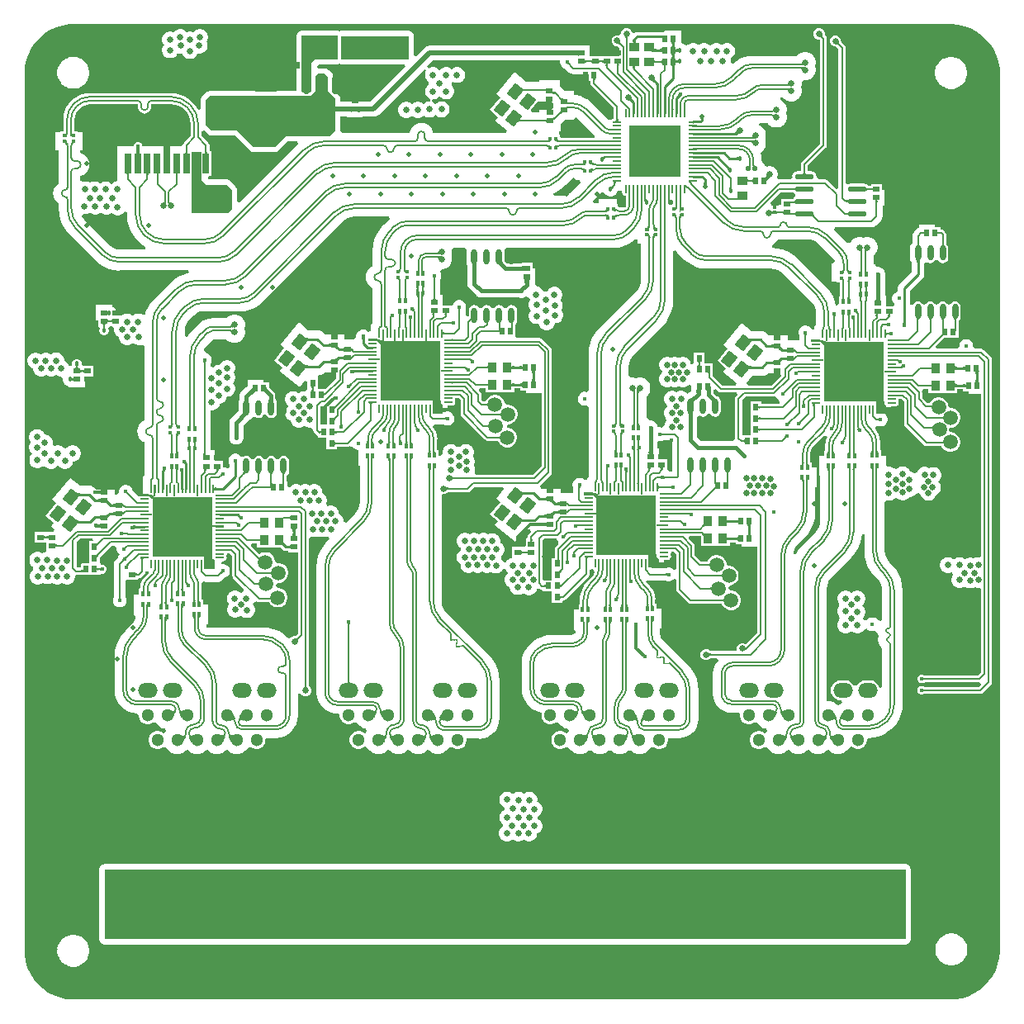
<source format=gtl>
G04*
G04 #@! TF.GenerationSoftware,Altium Limited,Altium Designer,21.1.1 (26)*
G04*
G04 Layer_Physical_Order=1*
G04 Layer_Color=255*
%FSLAX25Y25*%
%MOIN*%
G70*
G04*
G04 #@! TF.SameCoordinates,1DE770B5-5229-4C7E-BA00-58D6BC8AB395*
G04*
G04*
G04 #@! TF.FilePolarity,Positive*
G04*
G01*
G75*
%ADD10C,0.01000*%
%ADD14C,0.00600*%
%ADD15C,0.00800*%
%ADD16C,0.02000*%
%ADD20R,0.02756X0.07874*%
%ADD21C,0.05906*%
%ADD22O,0.02756X0.08268*%
%ADD23O,0.02756X0.07480*%
%ADD24O,0.07874X0.13780*%
%ADD25O,0.02362X0.06291*%
%ADD26O,0.07678X0.02238*%
G04:AMPARAMS|DCode=27|XSize=55.12mil|YSize=45.28mil|CornerRadius=0mil|HoleSize=0mil|Usage=FLASHONLY|Rotation=231.000|XOffset=0mil|YOffset=0mil|HoleType=Round|Shape=Rectangle|*
%AMROTATEDRECTD27*
4,1,4,-0.00025,0.03566,0.03494,0.00717,0.00025,-0.03566,-0.03494,-0.00717,-0.00025,0.03566,0.0*
%
%ADD27ROTATEDRECTD27*%

%ADD28O,0.03543X0.00787*%
%ADD29O,0.00787X0.03543*%
%ADD30R,0.21063X0.21063*%
%ADD31R,0.24410X0.24410*%
%ADD32R,0.01181X0.01968*%
%ADD33R,0.03858X0.03661*%
%ADD34R,0.02559X0.02362*%
%ADD35R,0.01575X0.01417*%
%ADD36R,0.01417X0.01575*%
%ADD37R,0.04567X0.05787*%
%ADD38R,0.02362X0.02559*%
%ADD39R,0.08858X0.08268*%
%ADD40R,0.03661X0.03858*%
%ADD71C,0.00700*%
%ADD72C,0.00800*%
%ADD73C,0.01200*%
%ADD74C,0.01500*%
%ADD75C,0.00900*%
%ADD76R,3.23400X0.28400*%
%ADD77R,0.02700X0.07400*%
%ADD78R,0.02800X0.14900*%
%ADD79R,0.27300X0.09500*%
%ADD80R,0.03900X0.24900*%
%ADD81R,0.01000X0.05100*%
%ADD82R,0.05100X0.01000*%
%ADD83O,0.07087X0.14567*%
%ADD84O,0.07874X0.05906*%
%ADD85C,0.05118*%
%ADD86C,0.10000*%
%ADD87C,0.12598*%
%ADD88C,0.01968*%
%ADD89C,0.02500*%
%ADD90C,0.02000*%
%ADD91C,0.02200*%
%ADD92C,0.01575*%
%ADD93C,0.01800*%
G36*
X376833Y393503D02*
X379397Y392918D01*
X381863Y392003D01*
X384188Y390774D01*
X386333Y389252D01*
X388261Y387463D01*
X389939Y385438D01*
X391338Y383211D01*
X392435Y380820D01*
X393210Y378307D01*
X393651Y375714D01*
X393700Y374400D01*
X393700Y374400D01*
X393700D01*
X393700Y373414D01*
X393700Y20800D01*
X393700Y20800D01*
X393749Y19486D01*
X393504Y16867D01*
X392918Y14303D01*
X392003Y11837D01*
X390774Y9512D01*
X389252Y7367D01*
X387463Y5439D01*
X385438Y3761D01*
X383211Y2362D01*
X380820Y1265D01*
X378307Y490D01*
X375714Y49D01*
X374400Y0D01*
X374400Y0D01*
X374400Y0D01*
X20800Y-0D01*
X20800Y0D01*
X19486Y-49D01*
X16867Y196D01*
X14303Y782D01*
X11837Y1697D01*
X9512Y2926D01*
X7367Y4448D01*
X5439Y6237D01*
X3761Y8262D01*
X2362Y10489D01*
X1265Y12880D01*
X490Y15393D01*
X49Y17986D01*
X0Y19300D01*
X-0D01*
X-0Y372900D01*
X0D01*
X-49Y374214D01*
X196Y376833D01*
X782Y379397D01*
X1697Y381863D01*
X2926Y384188D01*
X4448Y386333D01*
X6237Y388261D01*
X8262Y389939D01*
X10489Y391338D01*
X12880Y392435D01*
X15393Y393210D01*
X17986Y393651D01*
X19300Y393700D01*
X19300Y393700D01*
Y393700D01*
X372900Y393700D01*
X374214Y393749D01*
X376833Y393503D01*
D02*
G37*
%LPC*%
G36*
X63352Y391783D02*
X62496D01*
X61670Y391562D01*
X60929Y391134D01*
X60324Y390529D01*
X60213Y390337D01*
X60054Y390428D01*
X59228Y390650D01*
X58372D01*
X57546Y390428D01*
X56805Y390001D01*
X56199Y389395D01*
X55771Y388654D01*
X55550Y387828D01*
Y386972D01*
X55771Y386146D01*
X56199Y385404D01*
X56304Y385300D01*
X56199Y385195D01*
X55771Y384454D01*
X55550Y383628D01*
Y382772D01*
X55771Y381946D01*
X56199Y381205D01*
X56805Y380599D01*
X57546Y380171D01*
X58372Y379950D01*
X59228D01*
X60054Y380171D01*
X60795Y380599D01*
X61401Y381205D01*
X61829Y381946D01*
X61829Y381949D01*
X62572Y381750D01*
X63428D01*
X63722Y381829D01*
X63771Y381646D01*
X64199Y380905D01*
X64805Y380299D01*
X65546Y379872D01*
X66372Y379650D01*
X67228D01*
X68054Y379872D01*
X68796Y380299D01*
X69401Y380905D01*
X69828Y381646D01*
X69878Y381829D01*
X70172Y381750D01*
X71028D01*
X71854Y381972D01*
X72596Y382399D01*
X73201Y383004D01*
X73628Y383746D01*
X73850Y384572D01*
Y385428D01*
X73628Y386254D01*
X73425Y386607D01*
X73795Y387247D01*
X74017Y388074D01*
Y388930D01*
X73795Y389756D01*
X73367Y390497D01*
X72762Y391102D01*
X72021Y391530D01*
X71195Y391752D01*
X70339D01*
X69512Y391530D01*
X68771Y391102D01*
X68166Y390497D01*
X68108Y390397D01*
X68054Y390428D01*
X67228Y390650D01*
X66372D01*
X65578Y390437D01*
X65525Y390529D01*
X64920Y391134D01*
X64179Y391562D01*
X63352Y391783D01*
D02*
G37*
G36*
X243448Y392150D02*
X242552D01*
X241725Y391808D01*
X241092Y391175D01*
X240750Y390348D01*
Y389876D01*
X239936Y389209D01*
X239826Y389176D01*
X239648Y389250D01*
X238752D01*
X237926Y388908D01*
X237293Y388275D01*
X236950Y387448D01*
Y386552D01*
X237293Y385725D01*
X237926Y385092D01*
X238752Y384750D01*
X239103D01*
X239191Y384731D01*
X239287Y384729D01*
X239342Y384724D01*
X239388Y384716D01*
X239425Y384707D01*
X239456Y384697D01*
X239481Y384687D01*
X239503Y384675D01*
X239512Y384669D01*
X240252Y383929D01*
Y380887D01*
X232720D01*
Y380887D01*
X232680D01*
Y380887D01*
X228180D01*
Y385254D01*
X223791D01*
X223667Y385281D01*
X223650Y385278D01*
X223633Y385281D01*
X223496Y385254D01*
X221620D01*
Y385039D01*
X221620Y385039D01*
X221555Y385026D01*
X163500D01*
X162717Y384923D01*
X161987Y384620D01*
X161360Y384140D01*
X158063Y380842D01*
X157139Y381225D01*
Y389000D01*
X156984Y389780D01*
X156542Y390442D01*
X155880Y390884D01*
X155100Y391039D01*
X127800D01*
X127100Y390900D01*
X126400Y391039D01*
X111900D01*
X111120Y390884D01*
X110458Y390442D01*
X110016Y389780D01*
X109861Y389000D01*
Y366739D01*
X74700D01*
X73920Y366584D01*
X73258Y366142D01*
X71758Y364642D01*
X71316Y363980D01*
X71161Y363200D01*
Y359331D01*
X70174Y359101D01*
X69162Y360752D01*
X67905Y362224D01*
X66432Y363482D01*
X64782Y364493D01*
X62993Y365234D01*
X61110Y365686D01*
X59180Y365838D01*
Y365827D01*
X26500D01*
Y365833D01*
X24813Y365701D01*
X23168Y365305D01*
X21605Y364658D01*
X20162Y363774D01*
X18875Y362675D01*
X17776Y361388D01*
X16892Y359946D01*
X16244Y358382D01*
X15849Y356737D01*
X15717Y355050D01*
X15723D01*
Y350331D01*
X14413D01*
Y350087D01*
X12413D01*
Y342669D01*
X13871D01*
Y331964D01*
Y329509D01*
X12977Y328823D01*
X12207Y327821D01*
X11724Y326653D01*
X11559Y325400D01*
X11724Y324147D01*
X12207Y322979D01*
X12977Y321977D01*
X13871Y321291D01*
Y319336D01*
X13854D01*
X14039Y316985D01*
X14589Y314691D01*
X15492Y312512D01*
X16725Y310501D01*
X18256Y308707D01*
X18256Y308707D01*
X18975Y308012D01*
X28048Y298939D01*
X28746Y298223D01*
X28746Y298224D01*
X30362Y296844D01*
X32173Y295734D01*
X34136Y294921D01*
X36202Y294425D01*
X38319Y294258D01*
Y294271D01*
X66169D01*
X66287Y293271D01*
X64790Y292911D01*
X62612Y292009D01*
X60603Y290778D01*
X58811Y289247D01*
X58811Y289247D01*
X58115Y288528D01*
X52063Y282476D01*
X52063Y282475D01*
X52056Y282483D01*
X50753Y280957D01*
X49704Y279246D01*
X48936Y277392D01*
X48778Y276732D01*
X48449Y276534D01*
X47655Y276339D01*
X47155Y276628D01*
X46328Y276850D01*
X45472D01*
X44646Y276628D01*
X43905Y276201D01*
X43650Y275946D01*
X43396Y276201D01*
X42654Y276628D01*
X41828Y276850D01*
X40972D01*
X40145Y276628D01*
X39804Y276431D01*
X38980Y276008D01*
X37739D01*
X36920Y276818D01*
Y277582D01*
X36723Y278319D01*
X36341Y278981D01*
X35801Y279521D01*
X35480Y279706D01*
Y280381D01*
X28921D01*
Y274019D01*
X29921D01*
Y271672D01*
X29921Y271672D01*
X30281Y270672D01*
X30200Y270478D01*
Y269722D01*
X30489Y269024D01*
X31024Y268489D01*
X31722Y268200D01*
X32478D01*
X33176Y268489D01*
X33711Y269024D01*
X34000Y269722D01*
Y270478D01*
X33919Y270672D01*
X34251Y271333D01*
X34548Y271646D01*
X35548D01*
X36156Y270852D01*
X36150Y270828D01*
Y269972D01*
X36371Y269146D01*
X36799Y268405D01*
X37405Y267799D01*
X38146Y267372D01*
X38166Y267366D01*
Y266903D01*
X38387Y266076D01*
X38815Y265335D01*
X39420Y264730D01*
X40161Y264302D01*
X40988Y264081D01*
X41844D01*
X42670Y264302D01*
X43411Y264730D01*
X43829Y265148D01*
X44247Y264730D01*
X44988Y264302D01*
X45814Y264081D01*
X46670D01*
X47321Y264255D01*
X47887Y263980D01*
X48321Y263623D01*
Y234900D01*
Y233655D01*
X47929Y233493D01*
X46927Y232723D01*
X46157Y231721D01*
X45674Y230553D01*
X45509Y229300D01*
X45674Y228047D01*
X46157Y226879D01*
X46927Y225877D01*
X47929Y225107D01*
X48321Y224945D01*
Y211782D01*
X48067Y211452D01*
X47725Y210625D01*
X47608Y209737D01*
Y206187D01*
X47614Y206138D01*
Y204809D01*
X47671Y204375D01*
X47530Y204165D01*
X50101D01*
X50501Y203765D01*
X51401D01*
X51701Y203465D01*
X52601D01*
X51701Y202565D01*
Y201565D01*
X50301Y202965D01*
X46501D01*
Y203350D01*
X46109Y203251D01*
X43575Y205785D01*
X43497Y206076D01*
X43130Y206712D01*
X42612Y207230D01*
X41976Y207597D01*
X41267Y207787D01*
X40533D01*
X39824Y207597D01*
X39189Y207230D01*
X38669Y206712D01*
X38303Y206076D01*
X38113Y205367D01*
Y204633D01*
X37312Y203759D01*
X36279D01*
Y205708D01*
X30733D01*
Y203704D01*
X30720Y203815D01*
X30685Y203914D01*
X30624Y204001D01*
X30540Y204077D01*
X30433Y204141D01*
X30301Y204193D01*
X30145Y204234D01*
X29965Y204263D01*
X29761Y204281D01*
X29533Y204287D01*
Y205487D01*
X29761Y205492D01*
X29965Y205509D01*
X30145Y205537D01*
X30301Y205575D01*
X30433Y205626D01*
X30540Y205687D01*
X30565Y205708D01*
X29251D01*
X28597Y206362D01*
X27866Y206923D01*
X27014Y207275D01*
X26101Y207396D01*
X22358D01*
X18445Y210564D01*
X11200Y201618D01*
X12754Y200359D01*
X8562Y195182D01*
X11903Y192477D01*
X10645Y190922D01*
X12054Y189781D01*
X11700Y188781D01*
X8721D01*
Y188781D01*
X8680Y188754D01*
X4121D01*
Y184392D01*
X8680D01*
X8721Y183409D01*
Y181072D01*
X8010Y180373D01*
X7846Y180329D01*
X7226Y179971D01*
X7196Y180001D01*
X6454Y180429D01*
X5628Y180650D01*
X4772D01*
X3946Y180429D01*
X3204Y180001D01*
X2599Y179395D01*
X2172Y178654D01*
X1950Y177828D01*
Y176972D01*
X2172Y176146D01*
X2599Y175405D01*
X3204Y174799D01*
X3476Y174643D01*
X3478Y173501D01*
X3305Y173401D01*
X2699Y172795D01*
X2272Y172054D01*
X2050Y171228D01*
Y170372D01*
X2272Y169546D01*
X2699Y168805D01*
X3305Y168199D01*
X4046Y167771D01*
X4872Y167550D01*
X5728D01*
X6554Y167771D01*
X7295Y168199D01*
X7362Y168266D01*
X8046Y167871D01*
X8872Y167650D01*
X9728D01*
X10554Y167871D01*
X11174Y168229D01*
X11204Y168199D01*
X11946Y167771D01*
X12772Y167550D01*
X13628D01*
X14454Y167771D01*
X15195Y168199D01*
X15200Y168204D01*
X15204Y168199D01*
X15946Y167771D01*
X16772Y167550D01*
X17628D01*
X18454Y167771D01*
X19196Y168199D01*
X19801Y168805D01*
X20229Y169546D01*
X20450Y170372D01*
Y170532D01*
X20778Y171311D01*
X21414Y171473D01*
X22646D01*
Y171421D01*
X23612D01*
X23648Y171413D01*
X23688Y171421D01*
X30354D01*
Y171421D01*
X31150Y171913D01*
X31756D01*
X32412Y172185D01*
X32915Y172687D01*
X33187Y173345D01*
Y174056D01*
X32915Y174713D01*
X32412Y175215D01*
X31756Y175487D01*
X31202D01*
X30924Y175634D01*
X30381Y176295D01*
Y178341D01*
X30500Y178481D01*
X35223Y183204D01*
X36493D01*
X37237Y182204D01*
X37233Y182189D01*
Y181455D01*
X37423Y180746D01*
X37790Y180111D01*
X38279Y179621D01*
X38170Y179511D01*
X37803Y178876D01*
X37725Y178585D01*
X36670Y177530D01*
X36139Y176736D01*
X35953Y175800D01*
Y162436D01*
X35803Y162176D01*
X35613Y161467D01*
Y160733D01*
X35803Y160024D01*
X36169Y159388D01*
X36689Y158870D01*
X37324Y158503D01*
X38033Y158313D01*
X38767D01*
X39476Y158503D01*
X40112Y158870D01*
X40630Y159388D01*
X40997Y160024D01*
X41187Y160733D01*
Y161467D01*
X40997Y162176D01*
X40847Y162436D01*
Y168505D01*
X41120Y169392D01*
X45680D01*
X45680Y169392D01*
X45680Y169392D01*
X46242Y170159D01*
X46720Y170255D01*
X47183Y170564D01*
X48411Y171792D01*
X48411Y171792D01*
X48720Y172255D01*
X48829Y172802D01*
X49007Y173027D01*
X49134Y173060D01*
X50096Y172794D01*
X50182Y172123D01*
X50170Y172089D01*
X48194Y170113D01*
X48183Y170125D01*
X47368Y169063D01*
X46856Y167827D01*
X46681Y166500D01*
X46681D01*
X46316Y165652D01*
X46227D01*
Y163518D01*
X44227D01*
Y155549D01*
X44227D01*
X44699Y154549D01*
X44609Y153869D01*
X44056Y152535D01*
X43240Y151471D01*
X43159Y151409D01*
X40672Y148922D01*
X40661Y148933D01*
X39162Y147179D01*
X37957Y145212D01*
X37074Y143080D01*
X36536Y140837D01*
X36355Y138537D01*
X36371D01*
X36371Y138537D01*
Y124666D01*
X36356D01*
X36531Y122889D01*
X37050Y121180D01*
X37891Y119605D01*
X39024Y118224D01*
X40405Y117092D01*
X41980Y116250D01*
X43689Y115731D01*
X45204Y115582D01*
X45569Y115447D01*
X46146Y114838D01*
Y114298D01*
X46388Y113392D01*
X46857Y112581D01*
X47519Y111918D01*
X48331Y111450D01*
X49236Y111207D01*
X50173D01*
X51078Y111450D01*
X51798Y111865D01*
X52159Y111966D01*
X52955Y111861D01*
X53249Y111353D01*
X54284Y110318D01*
X55551Y109586D01*
X56690Y109281D01*
X57121Y108323D01*
X56708Y107637D01*
X56175Y107566D01*
X55814Y107667D01*
X55094Y108083D01*
X54189Y108325D01*
X53252D01*
X52347Y108083D01*
X51535Y107614D01*
X50873Y106951D01*
X50404Y106140D01*
X50161Y105235D01*
Y104298D01*
X50404Y103393D01*
X50873Y102581D01*
X51535Y101918D01*
X52347Y101450D01*
X53252Y101207D01*
X54189D01*
X55094Y101450D01*
X55814Y101865D01*
X56175Y101966D01*
X56971Y101861D01*
X57264Y101353D01*
X58299Y100318D01*
X59567Y99586D01*
X60981Y99207D01*
X62445D01*
X63858Y99586D01*
X65126Y100318D01*
X65709Y100901D01*
X66291Y100318D01*
X67559Y99586D01*
X68973Y99207D01*
X70437D01*
X71851Y99586D01*
X73118Y100318D01*
X73701Y100901D01*
X74284Y100318D01*
X75551Y99586D01*
X76965Y99207D01*
X78429D01*
X79843Y99586D01*
X81110Y100318D01*
X81693Y100901D01*
X82276Y100318D01*
X83543Y99586D01*
X84957Y99207D01*
X86421D01*
X87835Y99586D01*
X89102Y100318D01*
X90137Y101353D01*
X90431Y101861D01*
X91227Y101966D01*
X91588Y101865D01*
X92307Y101450D01*
X93213Y101207D01*
X94150D01*
X95055Y101450D01*
X95867Y101918D01*
X96529Y102581D01*
X96998Y103393D01*
X97240Y104298D01*
Y105235D01*
X97498Y105571D01*
X101335D01*
Y105556D01*
X103113Y105731D01*
X104821Y106249D01*
X106396Y107091D01*
X107777Y108224D01*
X108909Y109605D01*
X109751Y111179D01*
X110270Y112888D01*
X110445Y114665D01*
X110430D01*
Y123457D01*
X111430Y123656D01*
X111527Y123421D01*
X112160Y122788D01*
X112987Y122446D01*
X113882D01*
X114709Y122788D01*
X115342Y123421D01*
X115685Y124248D01*
Y125143D01*
X115342Y125970D01*
X115094Y126218D01*
X115046Y126294D01*
X114979Y126363D01*
X114944Y126406D01*
X114917Y126443D01*
X114897Y126476D01*
X114882Y126505D01*
X114872Y126530D01*
X114865Y126553D01*
X114862Y126565D01*
Y185947D01*
X115862Y186687D01*
X116001Y186650D01*
X116856D01*
X117683Y186872D01*
X118279Y187216D01*
X118874Y186872D01*
X119701Y186650D01*
X120556D01*
X121383Y186872D01*
X121799Y187112D01*
X122736Y186686D01*
X122994Y185724D01*
X122209Y184939D01*
X122197Y184950D01*
X120686Y183181D01*
X119471Y181198D01*
X118581Y179048D01*
X118038Y176786D01*
X117855Y174467D01*
X117871D01*
Y123865D01*
X117860D01*
X118023Y122206D01*
X118507Y120610D01*
X119293Y119140D01*
X120351Y117850D01*
X121640Y116793D01*
X123111Y116007D01*
X124707Y115523D01*
X126297Y115366D01*
X126380Y115354D01*
X127246Y115068D01*
Y114298D01*
X127488Y113392D01*
X127957Y112581D01*
X128620Y111918D01*
X129431Y111450D01*
X130336Y111207D01*
X131273D01*
X132178Y111450D01*
X132898Y111865D01*
X133259Y111966D01*
X134055Y111861D01*
X134349Y111353D01*
X135384Y110318D01*
X136651Y109586D01*
X137790Y109281D01*
X138221Y108323D01*
X137808Y107637D01*
X137275Y107566D01*
X136914Y107667D01*
X136194Y108083D01*
X135289Y108325D01*
X134352D01*
X133447Y108083D01*
X132635Y107614D01*
X131973Y106951D01*
X131504Y106140D01*
X131262Y105235D01*
Y104298D01*
X131504Y103393D01*
X131973Y102581D01*
X132635Y101918D01*
X133447Y101450D01*
X134352Y101207D01*
X135289D01*
X136194Y101450D01*
X136914Y101865D01*
X137275Y101966D01*
X138071Y101861D01*
X138364Y101353D01*
X139399Y100318D01*
X140667Y99586D01*
X142081Y99207D01*
X143544D01*
X144958Y99586D01*
X146226Y100318D01*
X146809Y100901D01*
X147391Y100318D01*
X148659Y99586D01*
X150073Y99207D01*
X151537D01*
X152951Y99586D01*
X154218Y100318D01*
X154801Y100901D01*
X155384Y100318D01*
X156651Y99586D01*
X158065Y99207D01*
X159529D01*
X160943Y99586D01*
X162210Y100318D01*
X162793Y100901D01*
X163376Y100318D01*
X164643Y99586D01*
X166057Y99207D01*
X167521D01*
X168935Y99586D01*
X170202Y100318D01*
X171237Y101353D01*
X171531Y101861D01*
X172327Y101966D01*
X172688Y101865D01*
X173407Y101450D01*
X174313Y101207D01*
X175250D01*
X176155Y101450D01*
X176967Y101918D01*
X177629Y102581D01*
X178098Y103393D01*
X178340Y104298D01*
Y105235D01*
X178368Y105271D01*
X183500D01*
Y105260D01*
X185108Y105419D01*
X186653Y105888D01*
X188078Y106649D01*
X189327Y107674D01*
X190352Y108923D01*
X191113Y110347D01*
X191582Y111893D01*
X191741Y113501D01*
X191730D01*
Y128672D01*
X191746D01*
X191564Y130989D01*
X191022Y133248D01*
X190132Y135395D01*
X188918Y137377D01*
X187409Y139144D01*
X187398Y139132D01*
X170354Y156176D01*
X170316Y156205D01*
X169527Y157166D01*
X168919Y158303D01*
X168545Y159538D01*
X168423Y160774D01*
X168429Y160822D01*
Y203745D01*
X168763Y203968D01*
X169658D01*
X170485Y204310D01*
X170733Y204558D01*
X170809Y204606D01*
X170878Y204673D01*
X170921Y204708D01*
X170958Y204736D01*
X170991Y204756D01*
X171020Y204770D01*
X171045Y204781D01*
X171068Y204788D01*
X171080Y204790D01*
X178913D01*
X178913Y204790D01*
X179459Y204899D01*
X179922Y205208D01*
X181587Y206873D01*
X193126D01*
X193557Y205970D01*
X190465Y202152D01*
X192020Y200894D01*
X187828Y195717D01*
X191169Y193011D01*
X189910Y191457D01*
X198091Y184832D01*
X202090Y189770D01*
X204211D01*
X204593Y188846D01*
X203557Y187809D01*
X203247Y187346D01*
X203139Y186800D01*
X202575Y185981D01*
X202287D01*
Y182992D01*
X201446Y182608D01*
X196887D01*
Y178250D01*
X196772D01*
X195946Y178029D01*
X195204Y177601D01*
X194599Y176996D01*
X194354Y176571D01*
X193723Y176525D01*
X193327Y176586D01*
X193276Y176606D01*
X192911Y177238D01*
X192306Y177843D01*
X192310Y178928D01*
X192506Y179042D01*
X193111Y179647D01*
X193539Y180388D01*
X193761Y181215D01*
Y182070D01*
X193539Y182897D01*
X193111Y183638D01*
X192506Y184243D01*
X192121Y184465D01*
X192150Y184572D01*
Y185428D01*
X191929Y186254D01*
X191501Y186995D01*
X190895Y187601D01*
X190154Y188029D01*
X189328Y188250D01*
X188472D01*
X187646Y188029D01*
X187137Y187735D01*
X186454Y188128D01*
X185628Y188350D01*
X184772D01*
X183946Y188128D01*
X183350Y187785D01*
X182754Y188128D01*
X181928Y188350D01*
X181072D01*
X180246Y188128D01*
X179650Y187785D01*
X179054Y188128D01*
X178228Y188350D01*
X177372D01*
X176546Y188128D01*
X175804Y187701D01*
X175199Y187095D01*
X174771Y186354D01*
X174550Y185528D01*
Y184672D01*
X174771Y183846D01*
X175199Y183105D01*
X175804Y182499D01*
X176025Y182372D01*
X176007Y181369D01*
X175615Y181143D01*
X175010Y180538D01*
X174582Y179797D01*
X174361Y178970D01*
Y178115D01*
X174582Y177288D01*
X175010Y176547D01*
X175615Y175942D01*
X175961Y175742D01*
Y174915D01*
X176182Y174088D01*
X176610Y173347D01*
X177215Y172742D01*
X177956Y172314D01*
X178783Y172092D01*
X179639D01*
X180465Y172314D01*
X181061Y172658D01*
X181656Y172314D01*
X182483Y172092D01*
X183339D01*
X184165Y172314D01*
X184761Y172658D01*
X185356Y172314D01*
X186183Y172092D01*
X187039D01*
X187865Y172314D01*
X188374Y172608D01*
X189056Y172214D01*
X189883Y171992D01*
X190739D01*
X191565Y172214D01*
X192306Y172642D01*
X192911Y173247D01*
X193156Y173671D01*
X193788Y173717D01*
X194183Y173657D01*
X194234Y173637D01*
X194599Y173004D01*
X194689Y172915D01*
X195093Y172216D01*
X194691Y171551D01*
X194584Y171445D01*
X194156Y170703D01*
X193935Y169877D01*
Y169021D01*
X194156Y168195D01*
X194584Y167454D01*
X195189Y166848D01*
X195835Y166476D01*
Y166121D01*
X196056Y165295D01*
X196484Y164553D01*
X197089Y163948D01*
X197830Y163521D01*
X198657Y163299D01*
X199513D01*
X200339Y163521D01*
X201080Y163948D01*
X201318Y164186D01*
X201605Y163899D01*
X202346Y163471D01*
X203172Y163250D01*
X204028D01*
X204854Y163471D01*
X205595Y163899D01*
X206201Y164505D01*
X206628Y165246D01*
X206733Y165634D01*
X207760Y165978D01*
X207809Y165973D01*
X207891Y165891D01*
X207891Y165891D01*
X208354Y165581D01*
X208900Y165473D01*
X209416Y164706D01*
Y164666D01*
X212797D01*
Y160120D01*
X217160D01*
X217300Y160972D01*
X217846Y161081D01*
X218309Y161390D01*
X227845Y170926D01*
X228154Y171389D01*
X228263Y171935D01*
X228263Y171935D01*
Y173575D01*
X229263Y173879D01*
X229298Y173827D01*
X229759Y173519D01*
X230155Y172439D01*
X229829Y171651D01*
X229657Y171428D01*
X229057Y170676D01*
X228366Y169984D01*
X227433Y169052D01*
X227427Y169057D01*
X226266Y167697D01*
X225332Y166173D01*
X224648Y164521D01*
X224230Y162782D01*
X224090Y161000D01*
X224098D01*
Y159552D01*
X223627D01*
Y157418D01*
X221627D01*
Y149449D01*
X221627D01*
X222271Y148806D01*
X222271Y147847D01*
X222258Y147842D01*
X222247Y147814D01*
X221469Y147278D01*
X220673Y147119D01*
X220596Y147129D01*
X212811D01*
Y147138D01*
X210879Y146986D01*
X208995Y146534D01*
X207205Y145792D01*
X205553Y144780D01*
X204425Y143817D01*
X204079Y143521D01*
D01*
X203708Y143141D01*
X203706Y143139D01*
X203413Y142797D01*
X202649Y141902D01*
X201799Y140514D01*
X201176Y139010D01*
X200796Y137428D01*
X200668Y135805D01*
X200671D01*
X200671Y135805D01*
Y125465D01*
X200652D01*
X200843Y123531D01*
X201407Y121672D01*
X202323Y119958D01*
X203556Y118456D01*
X205058Y117223D01*
X206772Y116307D01*
X208631Y115743D01*
X208740Y115586D01*
X208646Y115234D01*
Y114297D01*
X208888Y113392D01*
X209357Y112580D01*
X210019Y111917D01*
X210831Y111449D01*
X211736Y111206D01*
X212673D01*
X213579Y111449D01*
X214298Y111864D01*
X214659Y111965D01*
X215455Y111860D01*
X215749Y111352D01*
X216784Y110317D01*
X218051Y109585D01*
X219190Y109280D01*
X219620Y108323D01*
X219208Y107636D01*
X218675Y107566D01*
X218314Y107667D01*
X217594Y108082D01*
X216689Y108324D01*
X215752D01*
X214847Y108082D01*
X214035Y107613D01*
X213373Y106951D01*
X212904Y106139D01*
X212662Y105234D01*
Y104297D01*
X212904Y103392D01*
X213373Y102580D01*
X214035Y101917D01*
X214847Y101449D01*
X215752Y101206D01*
X216689D01*
X217594Y101449D01*
X218314Y101864D01*
X218675Y101965D01*
X219471Y101860D01*
X219764Y101352D01*
X220799Y100317D01*
X222067Y99585D01*
X223481Y99206D01*
X224944D01*
X226358Y99585D01*
X227626Y100317D01*
X228209Y100900D01*
X228791Y100317D01*
X230059Y99585D01*
X231473Y99206D01*
X232937D01*
X234350Y99585D01*
X235618Y100317D01*
X236201Y100900D01*
X236784Y100317D01*
X238051Y99585D01*
X239465Y99206D01*
X240929D01*
X242343Y99585D01*
X243610Y100317D01*
X244193Y100900D01*
X244776Y100317D01*
X246043Y99585D01*
X247457Y99206D01*
X248921D01*
X250335Y99585D01*
X251602Y100317D01*
X252637Y101352D01*
X252931Y101860D01*
X253727Y101965D01*
X254088Y101864D01*
X254807Y101449D01*
X255713Y101206D01*
X256650D01*
X257555Y101449D01*
X258366Y101917D01*
X259029Y102580D01*
X259498Y103392D01*
X259740Y104297D01*
Y105234D01*
X259922Y105471D01*
X264252D01*
Y105463D01*
X265771Y105612D01*
X267232Y106055D01*
X268578Y106775D01*
X269758Y107743D01*
X270726Y108923D01*
X271446Y110269D01*
X271889Y111730D01*
X272038Y113249D01*
X272030D01*
Y124772D01*
X272046D01*
X271864Y127089D01*
X271322Y129349D01*
X270432Y131495D01*
X269218Y133477D01*
X267709Y135244D01*
X267698Y135232D01*
X257378Y145552D01*
X257365Y145562D01*
X256914Y146150D01*
X256624Y146849D01*
X256527Y147584D01*
X256529Y147600D01*
Y149662D01*
X257038D01*
Y157631D01*
X255038D01*
Y159764D01*
X254602D01*
Y161600D01*
X254611D01*
X254466Y163070D01*
X254038Y164483D01*
X253342Y165785D01*
X252405Y166926D01*
X252405Y166926D01*
X251691Y167627D01*
X250709Y168609D01*
X250749Y168696D01*
X251598Y169305D01*
X252534Y169119D01*
X258638D01*
X258898Y168968D01*
X259607Y168778D01*
X260341D01*
X261050Y168968D01*
X261686Y169335D01*
X262141Y169790D01*
X262427Y169764D01*
X263141Y169475D01*
Y165534D01*
X263242Y165027D01*
X263529Y164597D01*
X267963Y160163D01*
X268393Y159875D01*
X268900Y159774D01*
X281463D01*
X281517Y159574D01*
X282037Y158673D01*
X282773Y157937D01*
X283674Y157417D01*
X284680Y157147D01*
X285720D01*
X286726Y157417D01*
X287627Y157937D01*
X288363Y158673D01*
X288883Y159574D01*
X289153Y160580D01*
Y161620D01*
X288883Y162626D01*
X288363Y163527D01*
X287627Y164263D01*
X286726Y164783D01*
X285720Y165053D01*
X285040D01*
X284267Y165790D01*
X284323Y166741D01*
X284793Y167147D01*
X284820D01*
X285826Y167417D01*
X286727Y167937D01*
X287463Y168673D01*
X287983Y169574D01*
X288253Y170580D01*
Y171620D01*
X287983Y172626D01*
X287463Y173527D01*
X286727Y174263D01*
X285826Y174783D01*
X284820Y175053D01*
X283780Y175053D01*
X283353Y175974D01*
Y175986D01*
X283084Y176991D01*
X282564Y177892D01*
X281828Y178628D01*
X280926Y179149D01*
X279921Y179418D01*
X278880D01*
X277875Y179149D01*
X276974Y178628D01*
X276238Y177892D01*
X275717Y176991D01*
X275664Y176791D01*
X272950D01*
X270492Y179249D01*
Y183200D01*
X270391Y183707D01*
X270103Y184137D01*
X268174Y186066D01*
X268557Y186990D01*
X272957D01*
X273034Y186903D01*
X273039Y186897D01*
Y183036D01*
X278700D01*
Y183036D01*
X279102D01*
Y183036D01*
X284763D01*
Y184436D01*
X287047D01*
Y183686D01*
X289393D01*
Y182686D01*
X295755D01*
X295839Y181720D01*
Y147957D01*
X291210Y143328D01*
X291019Y143519D01*
X290193Y143861D01*
X289297D01*
X288470Y143519D01*
X287837Y142886D01*
X287495Y142059D01*
Y141164D01*
X287142Y140636D01*
X277026D01*
X277015Y140639D01*
X276992Y140646D01*
X276966Y140656D01*
X276938Y140671D01*
X276905Y140691D01*
X276867Y140718D01*
X276825Y140753D01*
X276755Y140820D01*
X276680Y140868D01*
X276432Y141116D01*
X275605Y141459D01*
X274710D01*
X273883Y141116D01*
X273250Y140483D01*
X272907Y139656D01*
Y138761D01*
X273250Y137934D01*
X273883Y137301D01*
X274710Y136959D01*
X275605D01*
X276432Y137301D01*
X276680Y137549D01*
X276755Y137598D01*
X276825Y137664D01*
X276867Y137700D01*
X276905Y137727D01*
X276938Y137747D01*
X276966Y137761D01*
X276992Y137772D01*
X277015Y137779D01*
X277026Y137781D01*
X279522D01*
X279967Y136781D01*
X279233Y135887D01*
X278481Y134480D01*
X278018Y132953D01*
X277862Y131365D01*
X277871D01*
Y123259D01*
X277865D01*
X278009Y121797D01*
X278435Y120391D01*
X279128Y119095D01*
X280060Y117959D01*
X281196Y117027D01*
X282492Y116334D01*
X283898Y115908D01*
X285360Y115764D01*
Y115771D01*
X288434D01*
X288846Y115234D01*
Y114297D01*
X289088Y113392D01*
X289557Y112580D01*
X290219Y111917D01*
X291031Y111449D01*
X291936Y111206D01*
X292873D01*
X293778Y111449D01*
X294498Y111864D01*
X294859Y111965D01*
X295655Y111860D01*
X295949Y111352D01*
X296984Y110317D01*
X298251Y109585D01*
X299390Y109280D01*
X299820Y108323D01*
X299408Y107636D01*
X298875Y107566D01*
X298514Y107667D01*
X297794Y108082D01*
X296889Y108324D01*
X295952D01*
X295047Y108082D01*
X294235Y107613D01*
X293573Y106951D01*
X293104Y106139D01*
X292862Y105234D01*
Y104297D01*
X293104Y103392D01*
X293573Y102580D01*
X294235Y101917D01*
X295047Y101449D01*
X295952Y101206D01*
X296889D01*
X297794Y101449D01*
X298514Y101864D01*
X298875Y101965D01*
X299671Y101860D01*
X299964Y101352D01*
X300999Y100317D01*
X302267Y99585D01*
X303681Y99206D01*
X305145D01*
X306558Y99585D01*
X307826Y100317D01*
X308409Y100900D01*
X308991Y100317D01*
X310259Y99585D01*
X311673Y99206D01*
X313137D01*
X314550Y99585D01*
X315818Y100317D01*
X316401Y100900D01*
X316984Y100317D01*
X318251Y99585D01*
X319665Y99206D01*
X321129D01*
X322543Y99585D01*
X323810Y100317D01*
X324393Y100900D01*
X324976Y100317D01*
X326243Y99585D01*
X327657Y99206D01*
X329121D01*
X330535Y99585D01*
X331802Y100317D01*
X332837Y101352D01*
X333131Y101860D01*
X333927Y101965D01*
X334288Y101864D01*
X335007Y101449D01*
X335913Y101206D01*
X336850D01*
X337755Y101449D01*
X338566Y101917D01*
X339229Y102580D01*
X339698Y103392D01*
X339940Y104297D01*
Y104770D01*
X340348Y105388D01*
X340880Y105589D01*
X342705Y105733D01*
X344896Y106259D01*
X346978Y107121D01*
X348899Y108298D01*
X350613Y109762D01*
Y109762D01*
X350626Y109781D01*
X351953Y111335D01*
X353021Y113077D01*
X353803Y114965D01*
X354280Y116952D01*
X354440Y118989D01*
X354429D01*
Y165093D01*
X354446D01*
X354263Y167410D01*
X353721Y169669D01*
X352832Y171816D01*
X351618Y173798D01*
X350108Y175565D01*
X350097Y175553D01*
X349154Y176496D01*
X349115Y176525D01*
X348327Y177486D01*
X347719Y178623D01*
X347345Y179858D01*
X347223Y181094D01*
X347229Y181142D01*
Y200726D01*
X348229Y201415D01*
X348472Y201350D01*
X349328D01*
X350154Y201571D01*
X350896Y201999D01*
X351094Y202198D01*
X351673Y202534D01*
X352435Y202222D01*
X352562Y202095D01*
X353304Y201667D01*
X354130Y201445D01*
X354986D01*
X355813Y201667D01*
X356554Y202095D01*
X357159Y202700D01*
X357245Y202850D01*
X357628D01*
X358454Y203071D01*
X359195Y203499D01*
X359801Y204104D01*
X359844Y204180D01*
X361082Y204323D01*
X361179Y204226D01*
X361719Y203914D01*
X361872Y203346D01*
X362299Y202605D01*
X362905Y201999D01*
X363646Y201571D01*
X364472Y201350D01*
X365328D01*
X366154Y201571D01*
X366896Y201999D01*
X367501Y202605D01*
X367929Y203346D01*
X368077Y203900D01*
X368596Y204199D01*
X369201Y204804D01*
X369629Y205546D01*
X369850Y206372D01*
Y207228D01*
X369629Y208054D01*
X369201Y208795D01*
X368822Y209174D01*
X369326Y209678D01*
X369754Y210419D01*
X369975Y211246D01*
Y212102D01*
X369754Y212928D01*
X369326Y213669D01*
X368721Y214274D01*
X367979Y214702D01*
X367153Y214924D01*
X366297D01*
X365471Y214702D01*
X365035Y214451D01*
X364554Y214728D01*
X363728Y214950D01*
X362872D01*
X362046Y214728D01*
X361304Y214301D01*
X360699Y213696D01*
X360272Y212954D01*
X360205Y212706D01*
X359096Y212401D01*
X358354Y212828D01*
X357649Y213018D01*
X357587Y213250D01*
X357159Y213991D01*
X356554Y214596D01*
X355813Y215024D01*
X354986Y215245D01*
X354130D01*
X353304Y215024D01*
X352562Y214596D01*
X352364Y214398D01*
X351785Y214061D01*
X351023Y214373D01*
X350896Y214501D01*
X350154Y214929D01*
X349328Y215150D01*
X348472D01*
X347756Y215700D01*
Y219564D01*
X345756D01*
Y221698D01*
X345302D01*
Y225000D01*
X345316D01*
X345152Y226659D01*
X344669Y228254D01*
X343883Y229724D01*
X343280Y230458D01*
X343678Y231480D01*
X344307Y231628D01*
X344524Y231503D01*
X345233Y231313D01*
X345967D01*
X346676Y231503D01*
X347311Y231870D01*
X347831Y232388D01*
X348197Y233024D01*
X348387Y233733D01*
Y234467D01*
X348197Y235176D01*
X347831Y235811D01*
X347342Y236300D01*
X343666D01*
Y241600D01*
X346966D01*
Y240200D01*
X347366D01*
X347766Y239800D01*
Y238979D01*
X349900Y239000D01*
Y239346D01*
X351335D01*
X351878Y239454D01*
X352340Y239762D01*
X352647Y240223D01*
X352756Y240767D01*
X352647Y241311D01*
X352485Y241554D01*
X352647Y241798D01*
X352756Y242342D01*
X352960Y242591D01*
X354001D01*
X355075Y241517D01*
Y232400D01*
X355175Y231893D01*
X355463Y231463D01*
X363063Y223863D01*
X363493Y223575D01*
X364000Y223475D01*
X370017D01*
X370017Y223474D01*
X370537Y222573D01*
X371273Y221837D01*
X372174Y221317D01*
X373180Y221047D01*
X374220D01*
X375226Y221317D01*
X376127Y221837D01*
X376863Y222573D01*
X377383Y223474D01*
X377653Y224480D01*
Y225520D01*
X377383Y226526D01*
X376863Y227427D01*
X376127Y228163D01*
X375226Y228683D01*
X374220Y228953D01*
X374120D01*
X373253Y229580D01*
Y229912D01*
X373273Y230625D01*
X374215Y230847D01*
X374320D01*
X375326Y231117D01*
X376227Y231637D01*
X376963Y232373D01*
X377483Y233274D01*
X377753Y234280D01*
Y235320D01*
X377483Y236326D01*
X376963Y237227D01*
X376227Y237963D01*
X375326Y238483D01*
X374320Y238753D01*
X373280D01*
X372933Y239695D01*
X372683Y240626D01*
X372163Y241527D01*
X371427Y242263D01*
X370526Y242783D01*
X369520Y243053D01*
X368480D01*
X367474Y242783D01*
X366573Y242263D01*
X365837Y241527D01*
X365432Y240826D01*
X364349D01*
X362292Y242883D01*
Y245100D01*
X362217Y245475D01*
X362332Y245804D01*
X362814Y246475D01*
X364839D01*
Y244936D01*
X370500D01*
Y244936D01*
X370902D01*
Y244936D01*
X376563D01*
Y246336D01*
X378847D01*
Y245586D01*
X381193D01*
Y244586D01*
X385973D01*
Y178892D01*
X385528Y178550D01*
X384672D01*
X383846Y178329D01*
X383227Y177971D01*
X382954Y178129D01*
X382128Y178350D01*
X381272D01*
X380446Y178129D01*
X379704Y177701D01*
X379600Y177596D01*
X379295Y177901D01*
X378554Y178329D01*
X377728Y178550D01*
X376872D01*
X376046Y178329D01*
X375305Y177901D01*
X375074Y177670D01*
X374840Y177903D01*
X374099Y178331D01*
X373272Y178553D01*
X372417D01*
X371590Y178331D01*
X370849Y177903D01*
X370244Y177298D01*
X369816Y176557D01*
X369595Y175731D01*
Y174875D01*
X369816Y174048D01*
X370244Y173307D01*
X370849Y172702D01*
X371590Y172274D01*
X372417Y172053D01*
X373272D01*
X374099Y172274D01*
X374264Y172370D01*
X374275Y172371D01*
X374449Y172260D01*
X374899Y171295D01*
X374471Y170554D01*
X374250Y169728D01*
Y168872D01*
X374471Y168046D01*
X374899Y167305D01*
X375504Y166699D01*
X376246Y166271D01*
X377072Y166050D01*
X377928D01*
X378754Y166271D01*
X379496Y166699D01*
X379550Y166754D01*
X379704Y166599D01*
X380446Y166172D01*
X381272Y165950D01*
X382128D01*
X382954Y166172D01*
X383487Y166479D01*
X383846Y166271D01*
X384672Y166050D01*
X385528D01*
X385973Y165708D01*
Y131992D01*
X384809Y130827D01*
X363300D01*
X363212Y130915D01*
X362556Y131187D01*
X361844D01*
X361188Y130915D01*
X360685Y130412D01*
X360413Y129755D01*
Y129044D01*
X360685Y128387D01*
X361188Y127885D01*
X361844Y127613D01*
X362556D01*
X363212Y127885D01*
X363300Y127973D01*
X385400D01*
X385400Y127973D01*
X385575Y128007D01*
X386068Y127086D01*
X385209Y126227D01*
X363200D01*
X363112Y126315D01*
X362456Y126587D01*
X361744D01*
X361087Y126315D01*
X360585Y125812D01*
X360313Y125155D01*
Y124444D01*
X360585Y123787D01*
X361087Y123285D01*
X361744Y123013D01*
X362456D01*
X363112Y123285D01*
X363200Y123373D01*
X385801D01*
X385801Y123373D01*
X386347Y123481D01*
X386810Y123791D01*
X390010Y126991D01*
X390010Y126991D01*
X390320Y127454D01*
X390428Y128000D01*
Y258499D01*
X390428Y258499D01*
X390320Y259046D01*
X390010Y259509D01*
X390010Y259509D01*
X387270Y262249D01*
X386807Y262558D01*
X386261Y262667D01*
X386261Y262667D01*
X383717D01*
X382887Y263433D01*
Y264167D01*
X382697Y264876D01*
X382330Y265511D01*
X381811Y266031D01*
X381176Y266397D01*
X380467Y266587D01*
X379733D01*
X379024Y266397D01*
X378389Y266031D01*
X377870Y265511D01*
X377503Y264876D01*
X377313Y264167D01*
Y263433D01*
X376483Y262667D01*
X368109D01*
X367726Y263591D01*
X371187Y267052D01*
X371223Y267086D01*
X377055D01*
Y270595D01*
X377063Y270633D01*
X377055Y270671D01*
Y271645D01*
X376944D01*
Y274018D01*
X377191Y274183D01*
X377673Y274904D01*
X377842Y275755D01*
Y279684D01*
X377673Y280535D01*
X377191Y281257D01*
X376469Y281739D01*
X375618Y281908D01*
X374767Y281739D01*
X374046Y281257D01*
X373663Y280683D01*
X373118Y280602D01*
X372574Y280683D01*
X372191Y281257D01*
X371469Y281739D01*
X370618Y281908D01*
X369767Y281739D01*
X369046Y281257D01*
X368663Y280683D01*
X368118Y280602D01*
X367574Y280683D01*
X367191Y281257D01*
X366469Y281739D01*
X365618Y281908D01*
X364767Y281739D01*
X364046Y281257D01*
X363663Y280683D01*
X363118Y280602D01*
X362574Y280683D01*
X362191Y281257D01*
X361469Y281739D01*
X360618Y281908D01*
X359767Y281739D01*
X359046Y281257D01*
X358564Y280535D01*
X358549Y280460D01*
X357549Y280559D01*
Y286044D01*
X362421Y290916D01*
X362973Y291743D01*
X363167Y292718D01*
Y297077D01*
X364033Y297644D01*
X364396Y297571D01*
X364767Y297323D01*
X365618Y297153D01*
X366469Y297323D01*
X367191Y297805D01*
X367574Y298378D01*
X368118Y298459D01*
X368663Y298378D01*
X369046Y297805D01*
X369767Y297323D01*
X370618Y297153D01*
X371469Y297323D01*
X372191Y297805D01*
X372673Y298526D01*
X372842Y299377D01*
Y303306D01*
X372673Y304157D01*
X372191Y304878D01*
X371944Y305044D01*
Y308848D01*
X371843Y309355D01*
X371556Y309785D01*
X371003Y310337D01*
X370573Y310625D01*
X370066Y310725D01*
X369728D01*
Y311645D01*
X367382D01*
Y312645D01*
X361020D01*
Y311569D01*
X360834Y311532D01*
X360073Y311024D01*
X358960Y309910D01*
X358452Y309150D01*
X358273Y308252D01*
Y305475D01*
X357840Y304910D01*
X357519Y304136D01*
X357410Y303306D01*
Y299377D01*
X357519Y298547D01*
X357737Y298020D01*
X357744Y297987D01*
X357763Y297959D01*
X357840Y297773D01*
X357953Y297625D01*
X357982Y297564D01*
X358044Y297506D01*
X358069Y297474D01*
Y293774D01*
X353198Y288902D01*
X352645Y288075D01*
X352451Y287100D01*
Y285739D01*
X351924Y285597D01*
X351289Y285230D01*
X350769Y284712D01*
X350403Y284076D01*
X350213Y283367D01*
Y282633D01*
X350403Y281924D01*
X350769Y281289D01*
X351153Y280905D01*
X351184Y280865D01*
X351120Y280432D01*
X350850Y279891D01*
X350602Y279873D01*
X350392Y279873D01*
X350392Y279873D01*
X350385Y279873D01*
X347780D01*
Y281890D01*
X347784Y281900D01*
X347780Y281987D01*
Y282071D01*
X347808Y282208D01*
X347780Y282344D01*
Y284220D01*
X347274D01*
Y292483D01*
X347287Y292533D01*
Y293267D01*
X347097Y293976D01*
X346730Y294612D01*
X346212Y295130D01*
X345576Y295497D01*
X344867Y295687D01*
X344133D01*
X343308Y296502D01*
Y296817D01*
X342764D01*
Y300219D01*
X343536Y300990D01*
X344096Y301960D01*
X344385Y303041D01*
Y304159D01*
X344096Y305240D01*
X343536Y306210D01*
X342745Y307001D01*
X341776Y307560D01*
X340695Y307850D01*
X339576D01*
X338635Y307598D01*
X337695Y307850D01*
X336576D01*
X335495Y307560D01*
X334526Y307001D01*
X333734Y306210D01*
X333357Y305556D01*
X333194Y305451D01*
X332482Y305312D01*
X332168Y305345D01*
X326860Y310653D01*
X327062Y311450D01*
X327187Y311653D01*
X341900D01*
X342836Y311839D01*
X343630Y312370D01*
X345630Y314370D01*
X346161Y315164D01*
X346347Y316100D01*
Y320546D01*
X347180D01*
Y326908D01*
X346180D01*
Y329254D01*
X341620D01*
Y328520D01*
X340438D01*
X340433Y328520D01*
X340354Y328640D01*
X339653Y329108D01*
X338826Y329272D01*
X333386D01*
X332559Y329108D01*
X332427Y329020D01*
X331427Y329554D01*
Y384200D01*
X331427Y384200D01*
X331319Y384746D01*
X331009Y385209D01*
X331009Y385209D01*
X329631Y386588D01*
X329625Y386597D01*
X329613Y386619D01*
X329603Y386644D01*
X329593Y386675D01*
X329584Y386712D01*
X329576Y386758D01*
X329571Y386813D01*
X329569Y386910D01*
X329550Y386997D01*
Y387348D01*
X329207Y388175D01*
X328574Y388808D01*
X327748Y389150D01*
X326852D01*
X326026Y388808D01*
X325393Y388175D01*
X325050Y387348D01*
Y386452D01*
X325393Y385626D01*
X326026Y384993D01*
X326852Y384650D01*
X327203D01*
X327291Y384631D01*
X327387Y384629D01*
X327442Y384624D01*
X327488Y384616D01*
X327525Y384607D01*
X327556Y384597D01*
X327581Y384587D01*
X327603Y384575D01*
X327612Y384569D01*
X328573Y383609D01*
Y327453D01*
X327649Y327070D01*
X324109Y330609D01*
X323646Y330919D01*
X323100Y331027D01*
X323100Y331027D01*
X320461D01*
X319670Y332027D01*
X319686Y332112D01*
X319522Y332939D01*
X319054Y333640D01*
X318353Y334108D01*
X317526Y334272D01*
X316233D01*
Y336615D01*
X323409Y343791D01*
X323409Y343791D01*
X323719Y344254D01*
X323827Y344800D01*
X323827Y344800D01*
Y387935D01*
X323719Y388481D01*
X323409Y388945D01*
X323409Y388945D01*
X323011Y389343D01*
X323007Y389349D01*
X322998Y389367D01*
X322990Y389387D01*
X322982Y389412D01*
X322975Y389444D01*
X322970Y389485D01*
X322967Y389535D01*
X322968Y389628D01*
X322950Y389726D01*
Y390148D01*
X322607Y390974D01*
X321974Y391607D01*
X321148Y391950D01*
X320252D01*
X319426Y391607D01*
X318793Y390974D01*
X318450Y390148D01*
Y389252D01*
X318793Y388425D01*
X319426Y387792D01*
X320252Y387450D01*
X320541D01*
X320609Y387433D01*
X320708Y387427D01*
X320768Y387420D01*
X320819Y387410D01*
X320862Y387399D01*
X320897Y387386D01*
X320927Y387373D01*
X320952Y387359D01*
X320966Y387351D01*
X320973Y387344D01*
Y345391D01*
X313797Y338215D01*
X313487Y337752D01*
X313379Y337206D01*
X313379Y337206D01*
Y334272D01*
X312086D01*
X311259Y334108D01*
X310558Y333640D01*
X310090Y332939D01*
X309925Y332112D01*
X309942Y332027D01*
X309151Y331027D01*
X304900D01*
X304900Y331027D01*
X304460Y330940D01*
X304158Y331183D01*
X303758Y331723D01*
X303829Y331846D01*
X304050Y332672D01*
Y333528D01*
X303829Y334354D01*
X303401Y335096D01*
X302796Y335701D01*
X302054Y336128D01*
X301228Y336350D01*
X300372D01*
X299884Y336219D01*
X298982Y336568D01*
X298695Y336792D01*
X298671Y336882D01*
X298131Y337818D01*
X297921Y338027D01*
X297544Y338871D01*
X297544D01*
X297368Y340658D01*
X296980Y341936D01*
X297610Y342299D01*
X298401Y343090D01*
X298960Y344060D01*
X299250Y345141D01*
Y346259D01*
X298998Y347200D01*
X299250Y348141D01*
Y349259D01*
X298960Y350340D01*
X298401Y351310D01*
X297610Y352101D01*
X296640Y352660D01*
X296599Y352672D01*
X296730Y353672D01*
X299952D01*
X299999Y353590D01*
X300790Y352799D01*
X301760Y352240D01*
X302840Y351950D01*
X303959D01*
X305040Y352240D01*
X306010Y352799D01*
X306801Y353590D01*
X307360Y354560D01*
X307650Y355641D01*
Y356760D01*
X307398Y357700D01*
X307650Y358641D01*
Y359759D01*
X307360Y360840D01*
X306801Y361810D01*
X306010Y362601D01*
X305040Y363160D01*
X305000Y363171D01*
X305132Y364171D01*
X306118D01*
X306890Y363399D01*
X307860Y362840D01*
X308941Y362550D01*
X310059D01*
X311140Y362840D01*
X312110Y363399D01*
X312901Y364190D01*
X313460Y365160D01*
X313750Y366241D01*
Y367359D01*
X313498Y368300D01*
X313750Y369240D01*
Y370203D01*
X314116Y370635D01*
X314612Y371008D01*
X314640Y371000D01*
X315759D01*
X316840Y371290D01*
X317810Y371849D01*
X318601Y372640D01*
X319160Y373610D01*
X319450Y374691D01*
Y375810D01*
X319198Y376750D01*
X319450Y377691D01*
Y378809D01*
X319160Y379890D01*
X318601Y380860D01*
X317810Y381651D01*
X316840Y382210D01*
X315759Y382500D01*
X314640D01*
X313560Y382210D01*
X312590Y381651D01*
X311819Y380879D01*
X293701D01*
Y380884D01*
X292001Y380750D01*
X290342Y380351D01*
X288766Y379699D01*
X287312Y378807D01*
X286015Y377700D01*
X286015Y377700D01*
X285959Y377643D01*
X285066Y378159D01*
X285150Y378472D01*
Y379328D01*
X284984Y379946D01*
X285595Y380299D01*
X286201Y380905D01*
X286629Y381646D01*
X286850Y382472D01*
Y383328D01*
X286629Y384154D01*
X286201Y384895D01*
X285595Y385501D01*
X284854Y385929D01*
X284028Y386150D01*
X283172D01*
X282346Y385929D01*
X281605Y385501D01*
X281450Y385346D01*
X281295Y385501D01*
X280554Y385929D01*
X279728Y386150D01*
X278872D01*
X278046Y385929D01*
X277305Y385501D01*
X276800Y384996D01*
X276295Y385501D01*
X275554Y385929D01*
X274728Y386150D01*
X273872D01*
X273046Y385929D01*
X272305Y385501D01*
X272100Y385296D01*
X271896Y385501D01*
X271154Y385929D01*
X270328Y386150D01*
X269472D01*
X268646Y385929D01*
X267904Y385501D01*
X267785Y385382D01*
X267118Y384995D01*
X266423Y385378D01*
X266381Y385421D01*
X265719Y385802D01*
X264982Y386000D01*
X264981D01*
Y390980D01*
X258619D01*
Y390980D01*
X257829Y390472D01*
X257619Y390357D01*
X257254Y390429D01*
X247300D01*
X246715Y390313D01*
X246250Y390002D01*
X246073Y390037D01*
X245250Y390348D01*
X244907Y391175D01*
X244274Y391808D01*
X243448Y392150D01*
D02*
G37*
G36*
X20272Y380529D02*
X19109D01*
X19058Y380507D01*
X19004Y380518D01*
X17863Y380291D01*
X17817Y380260D01*
X17761D01*
X16686Y379815D01*
X16647Y379776D01*
X16593Y379765D01*
X15626Y379119D01*
X15595Y379073D01*
X15544Y379052D01*
X14721Y378229D01*
X14700Y378178D01*
X14654Y378147D01*
X14007Y377180D01*
X13997Y377126D01*
X13957Y377086D01*
X13512Y376011D01*
Y375956D01*
X13481Y375910D01*
X13254Y374769D01*
X13265Y374715D01*
X13244Y374663D01*
Y373500D01*
X13265Y373449D01*
X13254Y373395D01*
X13481Y372254D01*
X13512Y372208D01*
Y372152D01*
X13957Y371077D01*
X13997Y371038D01*
X14007Y370984D01*
X14654Y370017D01*
X14700Y369986D01*
X14721Y369935D01*
X15544Y369112D01*
X15595Y369091D01*
X15626Y369045D01*
X16593Y368398D01*
X16647Y368388D01*
X16686Y368349D01*
X17761Y367903D01*
X17817D01*
X17863Y367873D01*
X19004Y367646D01*
X19058Y367656D01*
X19109Y367635D01*
X20272D01*
X20324Y367656D01*
X20378Y367646D01*
X21519Y367873D01*
X21565Y367903D01*
X21621D01*
X22695Y368349D01*
X22734Y368388D01*
X22789Y368398D01*
X23756Y369045D01*
X23787Y369091D01*
X23838Y369112D01*
X24661Y369935D01*
X24682Y369986D01*
X24728Y370017D01*
X25374Y370984D01*
X25385Y371038D01*
X25424Y371077D01*
X25869Y372152D01*
Y372208D01*
X25900Y372254D01*
X26127Y373395D01*
X26116Y373449D01*
X26138Y373500D01*
Y374663D01*
X26116Y374715D01*
X26127Y374769D01*
X25900Y375910D01*
X25869Y375956D01*
Y376011D01*
X25424Y377086D01*
X25385Y377126D01*
X25374Y377180D01*
X24728Y378147D01*
X24682Y378178D01*
X24661Y378229D01*
X23838Y379052D01*
X23787Y379073D01*
X23756Y379119D01*
X22789Y379765D01*
X22734Y379776D01*
X22695Y379815D01*
X21621Y380260D01*
X21565D01*
X21519Y380291D01*
X20378Y380518D01*
X20324Y380507D01*
X20272Y380529D01*
D02*
G37*
G36*
X374564Y380456D02*
X373400D01*
X373349Y380435D01*
X373295Y380446D01*
X372154Y380219D01*
X372108Y380188D01*
X372052D01*
X370977Y379743D01*
X370938Y379703D01*
X370884Y379693D01*
X369917Y379046D01*
X369886Y379000D01*
X369835Y378979D01*
X369012Y378156D01*
X368991Y378105D01*
X368945Y378074D01*
X368299Y377107D01*
X368288Y377053D01*
X368249Y377014D01*
X367803Y375939D01*
Y375883D01*
X367773Y375837D01*
X367546Y374696D01*
X367556Y374642D01*
X367535Y374591D01*
Y373428D01*
X367556Y373376D01*
X367546Y373322D01*
X367773Y372181D01*
X367803Y372135D01*
Y372079D01*
X368249Y371005D01*
X368288Y370966D01*
X368299Y370911D01*
X368945Y369944D01*
X368991Y369913D01*
X369012Y369862D01*
X369835Y369039D01*
X369886Y369018D01*
X369917Y368972D01*
X370884Y368326D01*
X370938Y368315D01*
X370977Y368276D01*
X372052Y367831D01*
X372108D01*
X372154Y367800D01*
X373295Y367573D01*
X373349Y367584D01*
X373400Y367563D01*
X374564D01*
X374615Y367584D01*
X374669Y367573D01*
X375810Y367800D01*
X375856Y367831D01*
X375911D01*
X376986Y368276D01*
X377026Y368315D01*
X377080Y368326D01*
X378047Y368972D01*
X378078Y369018D01*
X378129Y369039D01*
X378952Y369862D01*
X378973Y369913D01*
X379019Y369944D01*
X379665Y370911D01*
X379676Y370966D01*
X379715Y371005D01*
X380160Y372079D01*
Y372135D01*
X380191Y372181D01*
X380418Y373322D01*
X380407Y373376D01*
X380429Y373428D01*
Y374591D01*
X380407Y374642D01*
X380418Y374696D01*
X380191Y375837D01*
X380160Y375883D01*
Y375939D01*
X379715Y377014D01*
X379676Y377053D01*
X379665Y377107D01*
X379019Y378074D01*
X378973Y378105D01*
X378952Y378156D01*
X378129Y378979D01*
X378078Y379000D01*
X378047Y379046D01*
X377080Y379693D01*
X377026Y379703D01*
X376986Y379743D01*
X375911Y380188D01*
X375856D01*
X375810Y380219D01*
X374669Y380446D01*
X374615Y380435D01*
X374564Y380456D01*
D02*
G37*
G36*
X13136Y261158D02*
X12280D01*
X11453Y260937D01*
X10712Y260509D01*
X10650Y260446D01*
X10595Y260501D01*
X9854Y260929D01*
X9028Y261150D01*
X8172D01*
X7346Y260929D01*
X6605Y260501D01*
X6550Y260446D01*
X6496Y260501D01*
X5754Y260929D01*
X4928Y261150D01*
X4072D01*
X3246Y260929D01*
X2505Y260501D01*
X1899Y259895D01*
X1472Y259154D01*
X1250Y258328D01*
Y257472D01*
X1472Y256646D01*
X1899Y255905D01*
X2505Y255299D01*
X3246Y254872D01*
X3550Y254790D01*
Y254372D01*
X3771Y253546D01*
X4199Y252804D01*
X4804Y252199D01*
X5546Y251771D01*
X6372Y251550D01*
X7228D01*
X8054Y251771D01*
X8744Y252170D01*
X9454Y251760D01*
X10280Y251539D01*
X11136D01*
X11963Y251760D01*
X12695Y252183D01*
X13427Y251760D01*
X14253Y251538D01*
X14623D01*
X15378Y250745D01*
X15430Y250589D01*
Y249926D01*
X15628Y249189D01*
X16010Y248527D01*
X16550Y247987D01*
X17211Y247606D01*
X17820Y247442D01*
Y247146D01*
X24379D01*
Y251492D01*
X27880D01*
Y255854D01*
X23936D01*
X23018Y256251D01*
Y257007D01*
X22729Y257705D01*
X22195Y258240D01*
X21496Y258529D01*
X20741D01*
X20042Y258240D01*
X19508Y257705D01*
X19218Y257007D01*
Y256251D01*
X18953Y255854D01*
X18821D01*
Y255760D01*
X17820Y255629D01*
X17709Y256043D01*
X17282Y256784D01*
X16677Y257389D01*
X15958Y257804D01*
Y258336D01*
X15736Y259163D01*
X15309Y259904D01*
X14704Y260509D01*
X13962Y260937D01*
X13136Y261158D01*
D02*
G37*
G36*
X5528Y230250D02*
X4672D01*
X3846Y230029D01*
X3104Y229601D01*
X2499Y228995D01*
X2072Y228254D01*
X1850Y227428D01*
Y226572D01*
X2072Y225746D01*
X2499Y225005D01*
X2554Y224950D01*
X2499Y224896D01*
X2072Y224154D01*
X1850Y223328D01*
Y222472D01*
X2072Y221646D01*
X2499Y220904D01*
X3104Y220300D01*
X2599Y219795D01*
X2172Y219054D01*
X1950Y218228D01*
Y217372D01*
X2172Y216546D01*
X2599Y215805D01*
X3204Y215199D01*
X3946Y214772D01*
X4772Y214550D01*
X5628D01*
X6454Y214772D01*
X7196Y215199D01*
X8099Y215504D01*
X8704Y214899D01*
X9446Y214472D01*
X10272Y214250D01*
X11128D01*
X11954Y214472D01*
X12696Y214899D01*
X12785Y214989D01*
X13558Y215340D01*
X14129Y214975D01*
X14304Y214799D01*
X15046Y214371D01*
X15872Y214150D01*
X16728D01*
X17554Y214371D01*
X18295Y214799D01*
X18901Y215405D01*
X19329Y216146D01*
X19550Y216972D01*
Y217150D01*
X19828D01*
X20654Y217372D01*
X21396Y217799D01*
X22001Y218405D01*
X22429Y219146D01*
X22650Y219972D01*
Y220828D01*
X22429Y221654D01*
X22001Y222395D01*
X21396Y223001D01*
X20654Y223429D01*
X19828Y223650D01*
X18972D01*
X18146Y223429D01*
X17404Y223001D01*
X17088Y222685D01*
X16450Y222498D01*
X15812Y222685D01*
X15495Y223001D01*
X14754Y223429D01*
X13928Y223650D01*
X13072D01*
X12246Y223429D01*
X12032Y223305D01*
X11221Y223992D01*
X11350Y224472D01*
Y225328D01*
X11129Y226154D01*
X10701Y226895D01*
X10096Y227501D01*
X9354Y227928D01*
X8528Y228150D01*
X8157D01*
X8128Y228254D01*
X7701Y228995D01*
X7096Y229601D01*
X6354Y230029D01*
X5528Y230250D01*
D02*
G37*
G36*
X195357Y83870D02*
X194501D01*
X193675Y83648D01*
X192934Y83220D01*
X192329Y82615D01*
X191901Y81874D01*
X191679Y81048D01*
Y80192D01*
X191901Y79365D01*
X192329Y78624D01*
X192934Y78019D01*
X193675Y77591D01*
X193749Y77571D01*
X193657Y76620D01*
X193644Y76565D01*
X192912Y76143D01*
X192306Y75538D01*
X191879Y74796D01*
X191657Y73970D01*
Y73114D01*
X191879Y72287D01*
X192306Y71546D01*
X192912Y70941D01*
X192986Y70898D01*
Y69744D01*
X192812Y69643D01*
X192207Y69037D01*
X191779Y68296D01*
X191557Y67470D01*
Y66614D01*
X191779Y65788D01*
X192207Y65046D01*
X192812Y64441D01*
X193553Y64013D01*
X194379Y63792D01*
X195235D01*
X196062Y64013D01*
X196803Y64441D01*
X197033Y64671D01*
X197282Y64422D01*
X198023Y63994D01*
X198850Y63772D01*
X199706D01*
X200532Y63994D01*
X201273Y64422D01*
X201428Y64576D01*
X201605Y64399D01*
X202346Y63972D01*
X203172Y63750D01*
X204028D01*
X204854Y63972D01*
X205595Y64399D01*
X206201Y65004D01*
X206628Y65746D01*
X206850Y66572D01*
Y66944D01*
X206954Y66971D01*
X207696Y67399D01*
X208301Y68005D01*
X208729Y68746D01*
X208950Y69572D01*
Y70428D01*
X208729Y71254D01*
X208301Y71996D01*
X207696Y72601D01*
X207245Y72861D01*
X207188Y73495D01*
X207226Y73794D01*
X207279Y73944D01*
X207895Y74299D01*
X208501Y74905D01*
X208928Y75646D01*
X209150Y76472D01*
Y77328D01*
X208928Y78154D01*
X208501Y78895D01*
X207895Y79501D01*
X207154Y79928D01*
X206929Y79989D01*
X206972Y80150D01*
Y81006D01*
X206751Y81832D01*
X206323Y82573D01*
X205718Y83178D01*
X204977Y83606D01*
X204150Y83828D01*
X203294D01*
X202468Y83606D01*
X201727Y83178D01*
X201572Y83024D01*
X201396Y83201D01*
X200654Y83628D01*
X199828Y83850D01*
X198972D01*
X198146Y83628D01*
X197405Y83201D01*
X197175Y82971D01*
X196925Y83220D01*
X196184Y83648D01*
X195357Y83870D01*
D02*
G37*
G36*
X374682Y26647D02*
X373518D01*
X373467Y26625D01*
X373413Y26636D01*
X372272Y26409D01*
X372226Y26379D01*
X372170D01*
X371096Y25933D01*
X371056Y25894D01*
X371002Y25883D01*
X370035Y25237D01*
X370004Y25191D01*
X369953Y25170D01*
X369130Y24347D01*
X369109Y24296D01*
X369063Y24265D01*
X368417Y23298D01*
X368406Y23244D01*
X368367Y23204D01*
X367921Y22130D01*
Y22074D01*
X367891Y22028D01*
X367664Y20887D01*
X367674Y20833D01*
X367653Y20782D01*
Y19618D01*
X367674Y19567D01*
X367664Y19513D01*
X367891Y18372D01*
X367921Y18326D01*
Y18270D01*
X368367Y17196D01*
X368406Y17156D01*
X368417Y17102D01*
X369063Y16135D01*
X369109Y16104D01*
X369130Y16053D01*
X369953Y15230D01*
X370004Y15209D01*
X370035Y15163D01*
X371002Y14517D01*
X371056Y14506D01*
X371096Y14467D01*
X372170Y14021D01*
X372226D01*
X372272Y13991D01*
X373413Y13764D01*
X373467Y13774D01*
X373518Y13753D01*
X374682D01*
X374733Y13774D01*
X374787Y13764D01*
X375928Y13991D01*
X375974Y14021D01*
X376030D01*
X377104Y14467D01*
X377144Y14506D01*
X377198Y14517D01*
X378165Y15163D01*
X378196Y15209D01*
X378247Y15230D01*
X379070Y16053D01*
X379091Y16104D01*
X379137Y16135D01*
X379783Y17102D01*
X379794Y17156D01*
X379833Y17196D01*
X380279Y18270D01*
Y18326D01*
X380309Y18372D01*
X380536Y19513D01*
X380525Y19567D01*
X380547Y19618D01*
Y20782D01*
X380525Y20833D01*
X380536Y20887D01*
X380309Y22028D01*
X380279Y22074D01*
Y22130D01*
X379833Y23204D01*
X379794Y23244D01*
X379783Y23298D01*
X379137Y24265D01*
X379091Y24296D01*
X379070Y24347D01*
X378247Y25170D01*
X378196Y25191D01*
X378165Y25237D01*
X377198Y25883D01*
X377144Y25894D01*
X377104Y25933D01*
X376030Y26379D01*
X375974D01*
X375928Y26409D01*
X374787Y26636D01*
X374733Y26625D01*
X374682Y26647D01*
D02*
G37*
G36*
X20282Y26132D02*
X19118D01*
X19067Y26111D01*
X19013Y26121D01*
X17872Y25894D01*
X17826Y25864D01*
X17770D01*
X16696Y25418D01*
X16656Y25379D01*
X16602Y25368D01*
X15635Y24722D01*
X15604Y24676D01*
X15553Y24655D01*
X14730Y23832D01*
X14709Y23781D01*
X14663Y23750D01*
X14017Y22783D01*
X14006Y22729D01*
X13967Y22689D01*
X13521Y21615D01*
Y21559D01*
X13491Y21513D01*
X13264Y20372D01*
X13274Y20318D01*
X13253Y20267D01*
Y19103D01*
X13274Y19052D01*
X13264Y18998D01*
X13491Y17857D01*
X13521Y17811D01*
Y17755D01*
X13967Y16681D01*
X14006Y16641D01*
X14017Y16587D01*
X14663Y15620D01*
X14709Y15589D01*
X14730Y15538D01*
X15553Y14715D01*
X15604Y14694D01*
X15635Y14648D01*
X16602Y14002D01*
X16656Y13991D01*
X16696Y13952D01*
X17770Y13507D01*
X17826D01*
X17872Y13476D01*
X19013Y13249D01*
X19067Y13260D01*
X19118Y13238D01*
X20282D01*
X20333Y13260D01*
X20387Y13249D01*
X21528Y13476D01*
X21574Y13507D01*
X21630D01*
X22704Y13952D01*
X22744Y13991D01*
X22798Y14002D01*
X23765Y14648D01*
X23796Y14694D01*
X23847Y14715D01*
X24670Y15538D01*
X24691Y15589D01*
X24737Y15620D01*
X25383Y16587D01*
X25394Y16641D01*
X25433Y16681D01*
X25879Y17755D01*
Y17811D01*
X25909Y17857D01*
X26136Y18998D01*
X26125Y19052D01*
X26147Y19103D01*
Y20267D01*
X26125Y20318D01*
X26136Y20372D01*
X25909Y21513D01*
X25879Y21559D01*
Y21615D01*
X25433Y22689D01*
X25394Y22729D01*
X25383Y22783D01*
X24737Y23750D01*
X24691Y23781D01*
X24670Y23832D01*
X23847Y24655D01*
X23796Y24676D01*
X23765Y24722D01*
X22798Y25368D01*
X22744Y25379D01*
X22704Y25418D01*
X21630Y25864D01*
X21574D01*
X21528Y25894D01*
X20387Y26121D01*
X20333Y26111D01*
X20282Y26132D01*
D02*
G37*
G36*
X355700Y54639D02*
X32300D01*
X31520Y54484D01*
X30858Y54042D01*
X30416Y53380D01*
X30261Y52600D01*
Y24200D01*
X30416Y23420D01*
X30858Y22758D01*
X31520Y22316D01*
X32300Y22161D01*
X355700D01*
X356480Y22316D01*
X357142Y22758D01*
X357584Y23420D01*
X357739Y24200D01*
Y52600D01*
X357584Y53380D01*
X357142Y54042D01*
X356480Y54484D01*
X355700Y54639D01*
D02*
G37*
%LPD*%
G36*
X321947Y389512D02*
X321954Y389388D01*
X321970Y389269D01*
X321995Y389154D01*
X322028Y389045D01*
X322071Y388941D01*
X322122Y388841D01*
X322182Y388747D01*
X322251Y388657D01*
X322328Y388572D01*
X321741Y388029D01*
X321657Y388106D01*
X321569Y388175D01*
X321475Y388236D01*
X321375Y388290D01*
X321270Y388336D01*
X321160Y388374D01*
X321045Y388405D01*
X320924Y388428D01*
X320798Y388443D01*
X320667Y388450D01*
X321949Y389642D01*
X321947Y389512D01*
D02*
G37*
G36*
X243785Y388913D02*
X243704Y388817D01*
X243633Y388718D01*
X243571Y388617D01*
X243519Y388514D01*
X243476Y388409D01*
X243443Y388301D01*
X243419Y388192D01*
X243405Y388080D01*
X243400Y387966D01*
X242600D01*
X242595Y388080D01*
X242581Y388192D01*
X242557Y388301D01*
X242524Y388409D01*
X242481Y388514D01*
X242429Y388617D01*
X242367Y388718D01*
X242296Y388817D01*
X242215Y388913D01*
X242125Y389007D01*
X243875D01*
X243785Y388913D01*
D02*
G37*
G36*
X246605Y387213D02*
X246620Y387041D01*
X246645Y386889D01*
X246680Y386758D01*
X246725Y386646D01*
X246780Y386555D01*
X246845Y386484D01*
X246920Y386434D01*
X247005Y386403D01*
X247100Y386393D01*
X245100D01*
X245195Y386403D01*
X245280Y386434D01*
X245355Y386484D01*
X245420Y386555D01*
X245475Y386646D01*
X245520Y386758D01*
X245555Y386889D01*
X245580Y387041D01*
X245595Y387213D01*
X245600Y387405D01*
X246600D01*
X246605Y387213D01*
D02*
G37*
G36*
X262705Y386422D02*
X262620Y386392D01*
X262545Y386343D01*
X262480Y386273D01*
X262425Y386182D01*
X262380Y386072D01*
X262345Y385943D01*
X262320Y385792D01*
X262305Y385623D01*
X262300Y385433D01*
X261300D01*
X261295Y385623D01*
X261280Y385792D01*
X261255Y385943D01*
X261220Y386072D01*
X261175Y386182D01*
X261120Y386273D01*
X261055Y386343D01*
X260980Y386392D01*
X260895Y386422D01*
X260800Y386433D01*
X262800D01*
X262705Y386422D01*
D02*
G37*
G36*
X240453Y386857D02*
X240464Y386732D01*
X240483Y386612D01*
X240511Y386497D01*
X240547Y386387D01*
X240591Y386282D01*
X240644Y386183D01*
X240704Y386088D01*
X240773Y385999D01*
X240851Y385915D01*
X240285Y385349D01*
X240201Y385427D01*
X240112Y385496D01*
X240017Y385557D01*
X239918Y385609D01*
X239813Y385653D01*
X239703Y385689D01*
X239588Y385717D01*
X239468Y385736D01*
X239343Y385747D01*
X239212Y385750D01*
X240450Y386987D01*
X240453Y386857D01*
D02*
G37*
G36*
X328553Y386757D02*
X328564Y386632D01*
X328583Y386512D01*
X328611Y386397D01*
X328647Y386287D01*
X328691Y386182D01*
X328744Y386083D01*
X328804Y385988D01*
X328873Y385899D01*
X328951Y385815D01*
X328385Y385249D01*
X328301Y385327D01*
X328212Y385396D01*
X328117Y385456D01*
X328018Y385509D01*
X327913Y385553D01*
X327803Y385589D01*
X327688Y385617D01*
X327568Y385636D01*
X327443Y385647D01*
X327312Y385650D01*
X328550Y386888D01*
X328553Y386757D01*
D02*
G37*
G36*
X262305Y385175D02*
X262320Y385003D01*
X262345Y384851D01*
X262380Y384720D01*
X262425Y384609D01*
X262480Y384518D01*
X262545Y384447D01*
X262620Y384396D01*
X262705Y384366D01*
X262800Y384355D01*
X260800D01*
X260895Y384366D01*
X260980Y384396D01*
X261055Y384447D01*
X261120Y384518D01*
X261175Y384609D01*
X261220Y384720D01*
X261255Y384851D01*
X261280Y385003D01*
X261295Y385175D01*
X261300Y385367D01*
X262300D01*
X262305Y385175D01*
D02*
G37*
G36*
X254116Y384137D02*
X254147Y384052D01*
X254198Y383977D01*
X254269Y383912D01*
X254360Y383857D01*
X254471Y383812D01*
X254603Y383777D01*
X254754Y383752D01*
X254926Y383737D01*
X255117Y383732D01*
Y382732D01*
X254117Y382744D01*
X254105Y384232D01*
X254116Y384137D01*
D02*
G37*
G36*
X262967Y384005D02*
X262998Y383920D01*
X263048Y383845D01*
X263119Y383780D01*
X263210Y383725D01*
X263321Y383680D01*
X263453Y383645D01*
X263605Y383620D01*
X263628Y383618D01*
X263664Y383621D01*
X263732Y383632D01*
X263793Y383647D01*
X263846Y383664D01*
X263891Y383683D01*
X263928Y383705D01*
X263957Y383730D01*
Y383600D01*
X263969Y383600D01*
Y382600D01*
X263957Y382600D01*
Y382470D01*
X263928Y382495D01*
X263891Y382517D01*
X263846Y382536D01*
X263793Y382553D01*
X263732Y382568D01*
X263664Y382579D01*
X263632Y382582D01*
X263605Y382580D01*
X263453Y382555D01*
X263321Y382520D01*
X263210Y382475D01*
X263119Y382420D01*
X263048Y382355D01*
X262998Y382280D01*
X262967Y382195D01*
X262957Y382100D01*
Y384100D01*
X262967Y384005D01*
D02*
G37*
G36*
X257296Y382232D02*
X257286Y382327D01*
X257256Y382412D01*
X257205Y382487D01*
X257135Y382552D01*
X257043Y382607D01*
X256932Y382652D01*
X256801Y382687D01*
X256649Y382712D01*
X256477Y382727D01*
X256284Y382732D01*
Y383732D01*
X256477Y383737D01*
X256649Y383752D01*
X256801Y383777D01*
X256932Y383812D01*
X257043Y383857D01*
X257135Y383912D01*
X257205Y383977D01*
X257256Y384052D01*
X257286Y384137D01*
X257296Y384232D01*
Y382232D01*
D02*
G37*
G36*
X223633Y380904D02*
X223612Y380922D01*
X223552Y380939D01*
X223452Y380953D01*
X223312Y380965D01*
X222353Y380996D01*
X221633Y381000D01*
Y383000D01*
X222012Y383002D01*
X223312Y383087D01*
X223452Y383119D01*
X223552Y383155D01*
X223612Y383196D01*
X223633Y383242D01*
Y380904D01*
D02*
G37*
G36*
X262705Y381822D02*
X262620Y381792D01*
X262545Y381743D01*
X262480Y381673D01*
X262425Y381582D01*
X262380Y381472D01*
X262345Y381343D01*
X262320Y381192D01*
X262305Y381023D01*
X262300Y380833D01*
X261300D01*
X261295Y381023D01*
X261280Y381192D01*
X261255Y381343D01*
X261220Y381472D01*
X261175Y381582D01*
X261120Y381673D01*
X261055Y381743D01*
X260980Y381792D01*
X260895Y381822D01*
X260800Y381833D01*
X262800D01*
X262705Y381822D01*
D02*
G37*
G36*
X262305Y380630D02*
X262320Y380458D01*
X262345Y380307D01*
X262380Y380175D01*
X262425Y380064D01*
X262480Y379973D01*
X262545Y379902D01*
X262620Y379851D01*
X262705Y379821D01*
X262800Y379811D01*
X260800D01*
X260895Y379821D01*
X260980Y379851D01*
X261055Y379902D01*
X261120Y379973D01*
X261175Y380064D01*
X261220Y380175D01*
X261255Y380307D01*
X261280Y380458D01*
X261295Y380630D01*
X261300Y380823D01*
X262300D01*
X262305Y380630D01*
D02*
G37*
G36*
X262967Y379533D02*
X262998Y379448D01*
X263048Y379373D01*
X263119Y379308D01*
X263210Y379253D01*
X263321Y379207D01*
X263453Y379173D01*
X263598Y379149D01*
X263619Y379151D01*
X263686Y379165D01*
X263747Y379181D01*
X263799Y379200D01*
X263843Y379223D01*
X263880Y379248D01*
X263909Y379276D01*
X263920Y379129D01*
X263969Y379128D01*
Y378528D01*
X264010Y378020D01*
X263981Y378041D01*
X263945Y378059D01*
X263900Y378075D01*
X263848Y378089D01*
X263787Y378101D01*
X263719Y378110D01*
X263676Y378114D01*
X263605Y378108D01*
X263453Y378082D01*
X263321Y378048D01*
X263210Y378003D01*
X263119Y377948D01*
X263048Y377883D01*
X262998Y377807D01*
X262967Y377723D01*
X262957Y377628D01*
Y379628D01*
X262967Y379533D01*
D02*
G37*
G36*
X233733Y377906D02*
X233724Y377981D01*
X233700Y378049D01*
X233661Y378110D01*
X233605Y378162D01*
X233533Y378205D01*
X233444Y378241D01*
X233341Y378270D01*
X233221Y378290D01*
X233085Y378302D01*
X232932Y378306D01*
Y379105D01*
X233085Y379110D01*
X233221Y379121D01*
X233341Y379141D01*
X233444Y379170D01*
X233533Y379205D01*
X233605Y379250D01*
X233661Y379302D01*
X233700Y379362D01*
X233724Y379430D01*
X233733Y379505D01*
Y377906D01*
D02*
G37*
G36*
X231664Y379430D02*
X231688Y379362D01*
X231729Y379302D01*
X231785Y379250D01*
X231858Y379205D01*
X231948Y379170D01*
X232053Y379141D01*
X232175Y379121D01*
X232313Y379110D01*
X232468Y379105D01*
Y378306D01*
X232313Y378302D01*
X232175Y378290D01*
X232053Y378270D01*
X231948Y378241D01*
X231858Y378205D01*
X231785Y378162D01*
X231729Y378110D01*
X231688Y378049D01*
X231664Y377981D01*
X231656Y377906D01*
Y379505D01*
X231664Y379430D01*
D02*
G37*
G36*
X229133Y377906D02*
X229124Y377981D01*
X229100Y378049D01*
X229061Y378110D01*
X229005Y378162D01*
X228932Y378205D01*
X228844Y378241D01*
X228741Y378270D01*
X228621Y378290D01*
X228485Y378302D01*
X228332Y378306D01*
Y379105D01*
X228485Y379110D01*
X228621Y379121D01*
X228741Y379141D01*
X228844Y379170D01*
X228932Y379205D01*
X229005Y379250D01*
X229061Y379302D01*
X229100Y379362D01*
X229124Y379430D01*
X229133Y379505D01*
Y377906D01*
D02*
G37*
G36*
X226175Y379430D02*
X226200Y379362D01*
X226239Y379302D01*
X226295Y379250D01*
X226367Y379205D01*
X226455Y379170D01*
X226559Y379141D01*
X226679Y379121D01*
X226816Y379110D01*
X226968Y379105D01*
Y378306D01*
X226816Y378302D01*
X226679Y378290D01*
X226559Y378270D01*
X226455Y378241D01*
X226367Y378205D01*
X226295Y378162D01*
X226239Y378110D01*
X226200Y378049D01*
X226175Y377981D01*
X226167Y377906D01*
Y379505D01*
X226175Y379430D01*
D02*
G37*
G36*
X257296Y377700D02*
X257288Y377776D01*
X257264Y377844D01*
X257223Y377904D01*
X257167Y377956D01*
X257093Y378000D01*
X257004Y378036D01*
X256899Y378064D01*
X256777Y378084D01*
X256639Y378096D01*
X256484Y378100D01*
Y378900D01*
X256639Y378904D01*
X256777Y378916D01*
X256899Y378936D01*
X257004Y378964D01*
X257093Y379000D01*
X257167Y379044D01*
X257223Y379096D01*
X257264Y379156D01*
X257288Y379224D01*
X257296Y379300D01*
Y377700D01*
D02*
G37*
G36*
X254113Y379224D02*
X254138Y379156D01*
X254178Y379096D01*
X254235Y379044D01*
X254308Y379000D01*
X254397Y378964D01*
X254503Y378936D01*
X254625Y378916D01*
X254763Y378904D01*
X254917Y378900D01*
Y378100D01*
X254763Y378096D01*
X254625Y378084D01*
X254503Y378064D01*
X254397Y378036D01*
X254308Y378000D01*
X254235Y377956D01*
X254178Y377904D01*
X254138Y377844D01*
X254113Y377776D01*
X254105Y377700D01*
Y379300D01*
X254113Y379224D01*
D02*
G37*
G36*
X219790Y378449D02*
X219799Y378403D01*
X219814Y378356D01*
X219836Y378307D01*
X219864Y378256D01*
X219898Y378202D01*
X219938Y378147D01*
X219985Y378090D01*
X220096Y377969D01*
X219531Y377403D01*
X219469Y377463D01*
X219353Y377562D01*
X219298Y377602D01*
X219245Y377636D01*
X219193Y377664D01*
X219144Y377686D01*
X219096Y377701D01*
X219051Y377710D01*
X219008Y377713D01*
X219787Y378492D01*
X219790Y378449D01*
D02*
G37*
G36*
X314901Y377036D02*
X314803Y377058D01*
X314577Y377094D01*
X314307Y377122D01*
X313643Y377149D01*
X313450Y377150D01*
X313266Y377850D01*
X313384Y377856D01*
X313492Y377873D01*
X313589Y377901D01*
X313675Y377940D01*
X313750Y377991D01*
X313814Y378053D01*
X313867Y378127D01*
X313909Y378211D01*
X313940Y378307D01*
X313961Y378414D01*
X314901Y377036D01*
D02*
G37*
G36*
X240224Y377540D02*
X240156Y377516D01*
X240096Y377475D01*
X240044Y377418D01*
X240000Y377345D01*
X239964Y377256D01*
X239936Y377151D01*
X239916Y377029D01*
X239904Y376891D01*
X239900Y376736D01*
X239100D01*
X239096Y376891D01*
X239084Y377029D01*
X239064Y377151D01*
X239036Y377256D01*
X239000Y377345D01*
X238956Y377418D01*
X238904Y377475D01*
X238844Y377516D01*
X238776Y377540D01*
X238700Y377548D01*
X240300D01*
X240224Y377540D01*
D02*
G37*
G36*
X235724D02*
X235656Y377516D01*
X235596Y377475D01*
X235544Y377418D01*
X235500Y377345D01*
X235464Y377256D01*
X235436Y377151D01*
X235416Y377029D01*
X235404Y376891D01*
X235400Y376736D01*
X234600D01*
X234596Y376891D01*
X234584Y377029D01*
X234564Y377151D01*
X234536Y377256D01*
X234500Y377345D01*
X234456Y377418D01*
X234404Y377475D01*
X234344Y377516D01*
X234276Y377540D01*
X234200Y377548D01*
X235800D01*
X235724Y377540D01*
D02*
G37*
G36*
X259177Y377280D02*
X259109Y377256D01*
X259050Y377216D01*
X258998Y377160D01*
X258953Y377088D01*
X258917Y377000D01*
X258890Y376896D01*
X258870Y376776D01*
X258857Y376640D01*
X258854Y376488D01*
X258053D01*
X258050Y376640D01*
X258037Y376776D01*
X258017Y376896D01*
X257990Y377000D01*
X257954Y377088D01*
X257909Y377160D01*
X257857Y377216D01*
X257798Y377256D01*
X257730Y377280D01*
X257653Y377288D01*
X259254D01*
X259177Y377280D01*
D02*
G37*
G36*
X262705Y377278D02*
X262620Y377248D01*
X262545Y377198D01*
X262480Y377128D01*
X262425Y377038D01*
X262380Y376928D01*
X262345Y376798D01*
X262320Y376648D01*
X262305Y376478D01*
X262300Y376288D01*
X261300D01*
X261295Y376478D01*
X261280Y376648D01*
X261255Y376798D01*
X261220Y376928D01*
X261175Y377038D01*
X261120Y377128D01*
X261055Y377198D01*
X260980Y377248D01*
X260895Y377278D01*
X260800Y377288D01*
X262800D01*
X262705Y377278D01*
D02*
G37*
G36*
X246724Y376709D02*
X246656Y376684D01*
X246596Y376644D01*
X246544Y376587D01*
X246500Y376514D01*
X246464Y376425D01*
X246436Y376319D01*
X246416Y376197D01*
X246404Y376059D01*
X246400Y375905D01*
X245600D01*
X245596Y376059D01*
X245584Y376197D01*
X245564Y376319D01*
X245536Y376425D01*
X245500Y376514D01*
X245456Y376587D01*
X245404Y376644D01*
X245344Y376684D01*
X245276Y376709D01*
X245200Y376717D01*
X246800D01*
X246724Y376709D01*
D02*
G37*
G36*
X313961Y375086D02*
X313940Y375193D01*
X313909Y375289D01*
X313867Y375374D01*
X313814Y375447D01*
X313750Y375509D01*
X313675Y375560D01*
X313589Y375599D01*
X313492Y375627D01*
X313384Y375644D01*
X313266Y375650D01*
X313450Y376350D01*
X313643Y376351D01*
X314577Y376406D01*
X314695Y376423D01*
X314901Y376464D01*
X313961Y375086D01*
D02*
G37*
G36*
X230597Y371903D02*
X230529Y371879D01*
X230469Y371839D01*
X230417Y371783D01*
X230373Y371711D01*
X230337Y371623D01*
X230309Y371519D01*
X230289Y371399D01*
X230277Y371263D01*
X230273Y371111D01*
X229473D01*
X229469Y371263D01*
X229457Y371399D01*
X229437Y371519D01*
X229409Y371623D01*
X229373Y371711D01*
X229329Y371783D01*
X229277Y371839D01*
X229217Y371879D01*
X229149Y371903D01*
X229073Y371911D01*
X230673D01*
X230597Y371903D01*
D02*
G37*
G36*
X254307Y371769D02*
X254310Y371665D01*
X254321Y371562D01*
X254342Y371460D01*
X254372Y371358D01*
X254411Y371257D01*
X254460Y371157D01*
X254518Y371057D01*
X254584Y370958D01*
X254660Y370860D01*
X253887Y370225D01*
X253805Y370319D01*
X253721Y370404D01*
X253635Y370480D01*
X253545Y370547D01*
X253454Y370605D01*
X253360Y370655D01*
X253264Y370695D01*
X253166Y370726D01*
X253064Y370749D01*
X252961Y370763D01*
X254314Y371873D01*
X254307Y371769D01*
D02*
G37*
G36*
X216213Y378867D02*
Y378133D01*
X216403Y377424D01*
X216770Y376788D01*
X217288Y376270D01*
X217924Y375903D01*
X218215Y375825D01*
X219870Y374170D01*
X220664Y373639D01*
X221600Y373453D01*
X227692D01*
Y370899D01*
X228446D01*
Y369927D01*
X228446Y369927D01*
X228555Y369380D01*
X228864Y368917D01*
X237817Y359965D01*
Y355622D01*
X237322Y355524D01*
X236861Y355216D01*
X235708Y355242D01*
X229172Y361778D01*
X229177Y361783D01*
X227780Y362975D01*
X226214Y363935D01*
X224517Y364638D01*
X222731Y365067D01*
X221906Y365132D01*
Y366771D01*
X218197D01*
X216561Y368407D01*
X216206Y368679D01*
Y370944D01*
X207647D01*
Y370496D01*
X202396D01*
X197636Y374350D01*
X190392Y365404D01*
X191946Y364145D01*
X187754Y358968D01*
X191095Y356262D01*
X189836Y354708D01*
X194759Y350722D01*
X194425Y349779D01*
X164930D01*
X164868Y350254D01*
X164384Y351422D01*
X163615Y352424D01*
X162612Y353194D01*
X161445Y353678D01*
X160192Y353842D01*
X158938Y353678D01*
X157771Y353194D01*
X156768Y352424D01*
X155999Y351422D01*
X155515Y350254D01*
X155453Y349779D01*
X128276D01*
X127439Y350700D01*
Y356341D01*
X129949D01*
X130012Y356328D01*
X130020Y356328D01*
Y356172D01*
X131896D01*
X132033Y356145D01*
X132164Y356171D01*
X132299Y356163D01*
X132327Y356172D01*
X134431D01*
X134567Y356145D01*
X134704Y356172D01*
X136580D01*
Y356315D01*
X136642Y356328D01*
X140854D01*
X141637Y356431D01*
X142367Y356733D01*
X142993Y357214D01*
X161377Y375597D01*
X162177Y374983D01*
X161872Y374454D01*
X161650Y373628D01*
Y372772D01*
X161872Y371946D01*
X162299Y371204D01*
X162905Y370599D01*
X163116Y370477D01*
Y369323D01*
X162905Y369201D01*
X162299Y368596D01*
X161872Y367854D01*
X161650Y367028D01*
Y366172D01*
X161872Y365346D01*
X162299Y364604D01*
X162905Y363999D01*
X163646Y363572D01*
X163812Y363527D01*
X163680Y362527D01*
X163521Y362527D01*
X162990D01*
X162163Y362305D01*
X161422Y361878D01*
X161068Y361523D01*
X160813Y361778D01*
X160072Y362206D01*
X159246Y362427D01*
X158390D01*
X157563Y362206D01*
X156822Y361778D01*
X156468Y361423D01*
X156113Y361778D01*
X155372Y362206D01*
X154546Y362427D01*
X153690D01*
X152863Y362206D01*
X152122Y361778D01*
X151517Y361173D01*
X151089Y360431D01*
X150868Y359605D01*
Y358749D01*
X151089Y357923D01*
X151517Y357181D01*
X152122Y356576D01*
X152863Y356149D01*
X153690Y355927D01*
X154546D01*
X155372Y356149D01*
X156113Y356576D01*
X156468Y356931D01*
X156822Y356576D01*
X157563Y356149D01*
X158390Y355927D01*
X159246D01*
X160072Y356149D01*
X160813Y356576D01*
X161168Y356931D01*
X161422Y356676D01*
X162163Y356248D01*
X162990Y356027D01*
X163846D01*
X164672Y356248D01*
X165413Y356676D01*
X165868Y357131D01*
X166322Y356676D01*
X167063Y356248D01*
X167890Y356027D01*
X168746D01*
X169572Y356248D01*
X170313Y356676D01*
X170919Y357281D01*
X171346Y358022D01*
X171568Y358849D01*
Y359705D01*
X171346Y360531D01*
X170919Y361273D01*
X170313Y361878D01*
X169572Y362305D01*
X168746Y362527D01*
X167890D01*
X167063Y362305D01*
X166322Y361878D01*
X165868Y361423D01*
X165413Y361878D01*
X164672Y362305D01*
X164506Y362350D01*
X164638Y363350D01*
X164797Y363350D01*
X165328D01*
X166154Y363572D01*
X166895Y363999D01*
X167550Y364562D01*
X168204Y363999D01*
X168946Y363572D01*
X169772Y363350D01*
X170628D01*
X171454Y363572D01*
X172195Y363999D01*
X172801Y364604D01*
X173229Y365346D01*
X173450Y366172D01*
Y367028D01*
X173229Y367854D01*
X172801Y368596D01*
X172386Y369010D01*
X172415Y369820D01*
X172534Y370160D01*
X172984Y370380D01*
X173346Y370171D01*
X174172Y369950D01*
X175028D01*
X175854Y370171D01*
X176595Y370599D01*
X177201Y371204D01*
X177629Y371946D01*
X177850Y372772D01*
Y373628D01*
X177629Y374454D01*
X177201Y375196D01*
X176595Y375801D01*
X175854Y376228D01*
X175028Y376450D01*
X174172D01*
X173346Y376228D01*
X172605Y375801D01*
X172400Y375596D01*
X172195Y375801D01*
X171454Y376228D01*
X170628Y376450D01*
X169772D01*
X168946Y376228D01*
X168204Y375801D01*
X167550Y375238D01*
X166895Y375801D01*
X166154Y376228D01*
X165328Y376450D01*
X164472D01*
X163646Y376228D01*
X163117Y375923D01*
X162503Y376723D01*
X164753Y378974D01*
X216130D01*
X216213Y378867D01*
D02*
G37*
G36*
X309012Y368649D02*
X308913Y368689D01*
X308728Y368751D01*
X308642Y368773D01*
X308561Y368789D01*
X308485Y368799D01*
X308414Y368802D01*
X308347Y368800D01*
X308285Y368791D01*
X308227Y368777D01*
X307906Y369416D01*
X307952Y369431D01*
X307996Y369457D01*
X308038Y369494D01*
X308079Y369543D01*
X308117Y369604D01*
X308154Y369675D01*
X308189Y369759D01*
X308221Y369853D01*
X308281Y370077D01*
X309012Y368649D01*
D02*
G37*
G36*
X308307Y366428D02*
X308262Y366566D01*
X308134Y366896D01*
X308094Y366978D01*
X308054Y367047D01*
X308016Y367102D01*
X307978Y367143D01*
X307941Y367170D01*
X307906Y367184D01*
X308227Y367823D01*
X308272Y367813D01*
X308326Y367809D01*
X308390Y367811D01*
X308463Y367819D01*
X308546Y367832D01*
X308741Y367876D01*
X308974Y367943D01*
X309104Y367986D01*
X308307Y366428D01*
D02*
G37*
G36*
X200858Y367783D02*
X200893Y367716D01*
X200956Y367658D01*
X201046Y367607D01*
X201163Y367564D01*
X201306Y367529D01*
X201477Y367501D01*
X201674Y367482D01*
X202151Y367466D01*
X201885Y366666D01*
X201674Y366662D01*
X201317Y366631D01*
X201171Y366604D01*
X201047Y366568D01*
X200944Y366525D01*
X200864Y366474D01*
X200805Y366415D01*
X200767Y366349D01*
X200752Y366274D01*
X200849Y367857D01*
X200858Y367783D01*
D02*
G37*
G36*
X210671Y366266D02*
X210663Y366342D01*
X210639Y366410D01*
X210598Y366470D01*
X210541Y366522D01*
X210468Y366566D01*
X210379Y366602D01*
X210274Y366630D01*
X210152Y366650D01*
X210014Y366662D01*
X209859Y366666D01*
Y367466D01*
X210014Y367470D01*
X210152Y367482D01*
X210274Y367502D01*
X210379Y367530D01*
X210468Y367566D01*
X210541Y367610D01*
X210598Y367662D01*
X210639Y367722D01*
X210663Y367790D01*
X210671Y367866D01*
Y366266D01*
D02*
G37*
G36*
X126400Y379600D02*
X117100D01*
X115700Y378200D01*
Y366800D01*
X115000Y366100D01*
X112500D01*
X111900Y366700D01*
Y389000D01*
X126400D01*
Y379600D01*
D02*
G37*
G36*
X213202Y366706D02*
X213226Y366638D01*
X213266Y366578D01*
X213322Y366526D01*
X213394Y366482D01*
X213482Y366446D01*
X213586Y366418D01*
X213706Y366398D01*
X213842Y366386D01*
X213994Y366382D01*
Y365582D01*
X213194Y365594D01*
Y366782D01*
X213202Y366706D01*
D02*
G37*
G36*
X264692Y364613D02*
X264675Y364610D01*
X264653Y364600D01*
X264626Y364583D01*
X264593Y364560D01*
X264513Y364494D01*
X264411Y364401D01*
X264289Y364282D01*
X263582Y364989D01*
X263645Y365053D01*
X263883Y365326D01*
X263900Y365353D01*
X263910Y365375D01*
X263913Y365392D01*
X264692Y364613D01*
D02*
G37*
G36*
X216525Y364165D02*
X216820Y363914D01*
X216951Y363822D01*
X217070Y363753D01*
X217177Y363706D01*
X217273Y363683D01*
X217357Y363681D01*
X217430Y363703D01*
X217491Y363747D01*
X216371Y362628D01*
X216415Y362689D01*
X216437Y362761D01*
X216436Y362846D01*
X216412Y362941D01*
X216365Y363049D01*
X216296Y363168D01*
X216205Y363298D01*
X216090Y363440D01*
X215794Y363759D01*
X216359Y364325D01*
X216525Y364165D01*
D02*
G37*
G36*
X245137Y364019D02*
X245149Y363916D01*
X245171Y363815D01*
X245202Y363715D01*
X245242Y363617D01*
X245291Y363521D01*
X245349Y363425D01*
X245416Y363332D01*
X245492Y363240D01*
X245577Y363149D01*
X244870Y362442D01*
X244780Y362527D01*
X244688Y362603D01*
X244594Y362671D01*
X244499Y362729D01*
X244402Y362778D01*
X244304Y362817D01*
X244204Y362848D01*
X244103Y362870D01*
X244000Y362882D01*
X243896Y362886D01*
X245133Y364123D01*
X245137Y364019D01*
D02*
G37*
G36*
X127020Y377616D02*
X127800Y377461D01*
X153375D01*
X153758Y376537D01*
X139600Y362379D01*
X136650D01*
X136587Y362393D01*
X136580Y362393D01*
Y362535D01*
X134704D01*
X134567Y362562D01*
X134431Y362535D01*
X132169D01*
X132033Y362562D01*
X131896Y362535D01*
X130020D01*
Y362405D01*
X129959Y362393D01*
X127439D01*
Y363700D01*
X127439Y363700D01*
X127284Y364480D01*
X126842Y365142D01*
X124539Y367445D01*
Y372500D01*
X124384Y373280D01*
X123942Y373942D01*
X122642Y375242D01*
X121980Y375684D01*
X121200Y375839D01*
X118600D01*
X118600Y375839D01*
X117976Y376454D01*
X117973Y376590D01*
X118805Y377561D01*
X126400D01*
X126941Y377668D01*
X127020Y377616D01*
D02*
G37*
G36*
X218901Y362516D02*
X218922Y362460D01*
X218957Y362409D01*
X219006Y362362D01*
X219069Y362320D01*
X219146Y362282D01*
X219237Y362248D01*
X219342Y362220D01*
X219461Y362195D01*
X219594Y362175D01*
Y361375D01*
X219461Y361391D01*
X218901Y361428D01*
X218894Y361421D01*
Y362576D01*
X218901Y362516D01*
D02*
G37*
G36*
X219677Y359795D02*
X219528Y359766D01*
X219395Y359731D01*
X219278Y359690D01*
X219176Y359644D01*
X219090Y359592D01*
X219020Y359535D01*
X218965Y359472D01*
X218926Y359404D01*
X218902Y359330D01*
X218894Y359251D01*
Y360412D01*
X218900Y360427D01*
X218917Y360442D01*
X218945Y360457D01*
X218985Y360473D01*
X219036Y360490D01*
X219172Y360524D01*
X219461Y360580D01*
X219677Y359795D01*
D02*
G37*
G36*
X266671Y359183D02*
X265951D01*
X265953Y359192D01*
X265955Y359216D01*
X265960Y359539D01*
X265961Y359897D01*
X266661D01*
X266671Y359183D01*
D02*
G37*
G36*
X265096D02*
X264377D01*
X264378Y359192D01*
X264380Y359216D01*
X264385Y359539D01*
X264386Y359897D01*
X265086D01*
X265096Y359183D01*
D02*
G37*
G36*
X260399Y359743D02*
X260371Y359183D01*
X259652D01*
X259661Y359203D01*
X259669Y359236D01*
X259676Y359282D01*
X259687Y359411D01*
X259697Y359698D01*
X259699Y359953D01*
X260399Y359743D01*
D02*
G37*
G36*
X261900Y359819D02*
X261937Y359203D01*
X261946Y359183D01*
X261227D01*
X261222Y359181D01*
X261217Y359192D01*
X261213Y359216D01*
X261209Y359252D01*
X261202Y359440D01*
X261199Y359743D01*
X261899Y359953D01*
X261900Y359819D01*
D02*
G37*
G36*
X207647Y362582D02*
Y362582D01*
X212485D01*
X212708Y362553D01*
X212716D01*
X213347Y361921D01*
Y359912D01*
X212386Y358951D01*
X207747D01*
Y358199D01*
X204923D01*
X204446Y359199D01*
X207288Y362709D01*
X207647Y362582D01*
D02*
G37*
G36*
X134588Y360490D02*
X134648Y360462D01*
X134748Y360436D01*
X134888Y360414D01*
X135067Y360396D01*
X135847Y360360D01*
X136567Y360353D01*
Y358353D01*
X136188Y358352D01*
X134648Y358245D01*
X134588Y358217D01*
X134567Y358184D01*
Y360523D01*
X134588Y360490D01*
D02*
G37*
G36*
X132033Y358184D02*
X132012Y358219D01*
X131953Y358250D01*
X131852Y358277D01*
X131712Y358301D01*
X131533Y358321D01*
X130753Y358360D01*
X130033Y358367D01*
Y360367D01*
X130412Y360368D01*
X131953Y360467D01*
X132012Y360493D01*
X132033Y360523D01*
Y358184D01*
D02*
G37*
G36*
X217491Y358086D02*
X217430Y358130D01*
X217357Y358152D01*
X217273Y358151D01*
X217177Y358127D01*
X217070Y358080D01*
X216951Y358011D01*
X216820Y357919D01*
X216678Y357805D01*
X216359Y357508D01*
X215794Y358074D01*
X215953Y358239D01*
X216205Y358535D01*
X216296Y358665D01*
X216365Y358784D01*
X216412Y358892D01*
X216436Y358987D01*
X216437Y359072D01*
X216415Y359144D01*
X216371Y359206D01*
X217491Y358086D01*
D02*
G37*
G36*
X60719Y361236D02*
X62199Y360788D01*
X63563Y360059D01*
X64758Y359078D01*
X65739Y357882D01*
X66468Y356519D01*
X66917Y355039D01*
X67063Y353552D01*
X67053Y353500D01*
Y348628D01*
X64334Y345909D01*
X64025Y345446D01*
X63916Y344900D01*
X63206Y344299D01*
X47587D01*
Y344756D01*
X47315Y345412D01*
X46812Y345915D01*
X46156Y346187D01*
X45445D01*
X44787Y345915D01*
X44285Y345412D01*
X44013Y344756D01*
Y344299D01*
X37343D01*
Y330866D01*
X37343Y330425D01*
X36499Y330050D01*
X36336Y330007D01*
X35595Y329579D01*
X35191Y329174D01*
X34786Y329579D01*
X34045Y330007D01*
X33219Y330228D01*
X32363D01*
X31536Y330007D01*
X30795Y329579D01*
X30556Y329340D01*
X30296Y329601D01*
X29555Y330029D01*
X28728Y330250D01*
X27872D01*
X27046Y330029D01*
X26350Y329627D01*
X25655Y330029D01*
X24828Y330250D01*
X23972D01*
X23329Y330078D01*
X22746Y330363D01*
X22329Y330712D01*
Y332292D01*
X22566Y332324D01*
X23734Y332807D01*
X24736Y333577D01*
X25506Y334579D01*
X25989Y335747D01*
X26154Y337000D01*
X25989Y338253D01*
X25506Y339421D01*
X24736Y340423D01*
X23734Y341193D01*
X22566Y341676D01*
X22329Y341708D01*
Y342747D01*
X23487D01*
Y350165D01*
X21487D01*
Y350409D01*
X20177D01*
Y355050D01*
X20172Y355077D01*
X20291Y356285D01*
X20651Y357473D01*
X21236Y358567D01*
X22024Y359526D01*
X22983Y360314D01*
X24077Y360899D01*
X25265Y361259D01*
X26473Y361378D01*
X26500Y361373D01*
X45597D01*
X45602Y361362D01*
X45613Y361357D01*
Y360400D01*
X45622Y360351D01*
X45712Y359669D01*
X45994Y358988D01*
X46443Y358403D01*
X47028Y357954D01*
X47709Y357672D01*
X48392Y357582D01*
X48440Y357573D01*
X48489Y357582D01*
X49171Y357672D01*
X49852Y357954D01*
X50437Y358403D01*
X50886Y358988D01*
X51168Y359669D01*
X51258Y360351D01*
X51268Y360400D01*
Y361357D01*
X51278Y361362D01*
X51283Y361373D01*
X59180D01*
X59232Y361383D01*
X60719Y361236D01*
D02*
G37*
G36*
X302206Y355830D02*
X302161Y355980D01*
X302049Y356466D01*
X302050Y356510D01*
X302059Y356537D01*
X302075Y356546D01*
X302099Y356537D01*
X302371Y357074D01*
X302357Y357088D01*
X302361Y357107D01*
X302381Y357129D01*
X302419Y357155D01*
X302474Y357184D01*
X302546Y357218D01*
X302742Y357295D01*
X303007Y357386D01*
X302206Y355830D01*
D02*
G37*
G36*
X274150Y355765D02*
X274104Y355729D01*
X274063Y355685D01*
X274027Y355634D01*
X273996Y355574D01*
X273969Y355506D01*
X273947Y355431D01*
X273930Y355347D01*
X273918Y355256D01*
X273911Y355156D01*
X273909Y355049D01*
X272909Y355277D01*
X272907Y355386D01*
X272887Y355669D01*
X272876Y355748D01*
X272844Y355884D01*
X272824Y355941D01*
X272801Y355991D01*
X272776Y356033D01*
X274150Y355765D01*
D02*
G37*
G36*
X213836Y355151D02*
X213731Y355150D01*
X213483Y355129D01*
X213422Y355116D01*
X213372Y355100D01*
X213333Y355082D01*
X213305Y355060D01*
X213288Y355036D01*
X213282Y355009D01*
X213294Y355939D01*
X213300Y355941D01*
X213316Y355943D01*
X213343Y355945D01*
X213836Y355951D01*
Y355151D01*
D02*
G37*
G36*
X239648Y355246D02*
X239660Y355108D01*
X239680Y354986D01*
X239708Y354880D01*
X239744Y354791D01*
X239788Y354718D01*
X239840Y354661D01*
X239900Y354621D01*
X239968Y354596D01*
X240044Y354588D01*
X238444D01*
X238520Y354596D01*
X238588Y354621D01*
X238648Y354661D01*
X238700Y354718D01*
X238744Y354791D01*
X238780Y354880D01*
X238808Y354986D01*
X238828Y355108D01*
X238840Y355246D01*
X238844Y355400D01*
X239644D01*
X239648Y355246D01*
D02*
G37*
G36*
X200141Y355500D02*
X200109Y355431D01*
X200100Y355370D01*
X200115Y355317D01*
X200152Y355272D01*
X200212Y355235D01*
X200295Y355207D01*
X200400Y355186D01*
X200529Y355174D01*
X200681Y355170D01*
X200033Y354370D01*
X199875Y354366D01*
X199727Y354354D01*
X199589Y354335D01*
X199460Y354307D01*
X199342Y354272D01*
X199234Y354229D01*
X199135Y354178D01*
X199047Y354119D01*
X198968Y354052D01*
X198900Y353978D01*
X200196Y355578D01*
X200141Y355500D01*
D02*
G37*
G36*
X210759Y353970D02*
X210751Y354046D01*
X210727Y354114D01*
X210687Y354174D01*
X210631Y354226D01*
X210559Y354270D01*
X210471Y354306D01*
X210367Y354334D01*
X210247Y354354D01*
X210111Y354366D01*
X209959Y354370D01*
Y355170D01*
X210111Y355174D01*
X210247Y355186D01*
X210367Y355206D01*
X210471Y355234D01*
X210559Y355270D01*
X210631Y355314D01*
X210687Y355366D01*
X210727Y355426D01*
X210751Y355494D01*
X210759Y355570D01*
Y353970D01*
D02*
G37*
G36*
X271330Y352968D02*
X271384Y352943D01*
X271444Y352921D01*
X271511Y352902D01*
X271585Y352886D01*
X271665Y352872D01*
X271845Y352855D01*
X271944Y352850D01*
X272051Y352849D01*
X271743Y352249D01*
X271648Y352249D01*
X271280Y352271D01*
X271283Y352277D01*
Y352996D01*
X271330Y352968D01*
D02*
G37*
G36*
X272051Y350849D02*
X271944Y350847D01*
X271665Y350825D01*
X271585Y350812D01*
X271511Y350796D01*
X271444Y350777D01*
X271384Y350755D01*
X271330Y350730D01*
X271283Y350702D01*
Y351421D01*
X271280Y351426D01*
X271288Y351431D01*
X271307Y351435D01*
X271336Y351439D01*
X271428Y351444D01*
X271743Y351449D01*
X272051Y350849D01*
D02*
G37*
G36*
X288401Y349486D02*
X288303Y349505D01*
X288205Y349512D01*
X288109Y349507D01*
X288012Y349490D01*
X287917Y349462D01*
X287822Y349423D01*
X287728Y349372D01*
X287634Y349309D01*
X287542Y349234D01*
X287449Y349148D01*
X286927Y350040D01*
X287012Y350129D01*
X287162Y350310D01*
X287228Y350402D01*
X287287Y350495D01*
X287339Y350589D01*
X287384Y350684D01*
X287423Y350780D01*
X287455Y350877D01*
X287481Y350975D01*
X288401Y349486D01*
D02*
G37*
G36*
X16975Y347925D02*
X16260Y349307D01*
X16303Y349240D01*
X16347Y349203D01*
X16393Y349196D01*
X16440Y349218D01*
X16488Y349270D01*
X16538Y349352D01*
X16589Y349463D01*
X16641Y349604D01*
X16750Y349976D01*
X17550D01*
X16975Y347925D01*
D02*
G37*
G36*
X122500Y372500D02*
Y366600D01*
X125400Y363700D01*
Y360371D01*
X125545Y360367D01*
Y358367D01*
X125400Y358363D01*
Y350700D01*
X123100Y348400D01*
X105400Y348400D01*
X101000Y344000D01*
X92600D01*
X85800Y350800D01*
X75400D01*
X73200Y353000D01*
Y363200D01*
X74700Y364700D01*
X115400D01*
X117400Y366700D01*
Y372600D01*
X118600Y373800D01*
X121200D01*
X122500Y372500D01*
D02*
G37*
G36*
X19205Y349854D02*
X19310Y349545D01*
X19362Y349434D01*
X19411Y349354D01*
X19459Y349303D01*
X19507Y349282D01*
X19552Y349290D01*
X19597Y349329D01*
X19640Y349397D01*
X18925Y348003D01*
X18919Y347993D01*
X18902Y348031D01*
X18873Y348116D01*
X18557Y349261D01*
X18350Y350054D01*
X19150D01*
X19205Y349854D01*
D02*
G37*
G36*
X223209Y355814D02*
X223896Y355127D01*
X230259Y348764D01*
X230031Y347990D01*
X229857Y347764D01*
X216669D01*
X216053Y348480D01*
Y349087D01*
X215809D01*
Y350589D01*
X216306D01*
Y353171D01*
X218197Y355062D01*
X221906D01*
Y355583D01*
X222891Y356048D01*
X223209Y355814D01*
D02*
G37*
G36*
X271330Y348243D02*
X271384Y348218D01*
X271444Y348196D01*
X271511Y348177D01*
X271585Y348161D01*
X271665Y348148D01*
X271845Y348130D01*
X271944Y348126D01*
X272051Y348124D01*
X271743Y347524D01*
X271648Y347525D01*
X271280Y347547D01*
X271283Y347552D01*
Y348271D01*
X271330Y348243D01*
D02*
G37*
G36*
X294803Y347466D02*
X294727Y347477D01*
X294374Y347510D01*
X294059Y347522D01*
X293825Y347524D01*
X293140Y348124D01*
X293256Y348130D01*
X293360Y348147D01*
X293451Y348176D01*
X293531Y348216D01*
X293598Y348268D01*
X293653Y348331D01*
X293695Y348406D01*
X293726Y348492D01*
X293744Y348590D01*
X293750Y348699D01*
X294803Y347466D01*
D02*
G37*
G36*
X214971Y347574D02*
X214941Y347510D01*
X214941Y347444D01*
X214970Y347374D01*
X215029Y347301D01*
X215116Y347224D01*
X215232Y347144D01*
X215377Y347061D01*
X215552Y346975D01*
X215755Y346885D01*
X215386Y346167D01*
X215215Y346235D01*
X214871Y346350D01*
X214698Y346396D01*
X214351Y346467D01*
X214176Y346493D01*
X213824Y346521D01*
X213647Y346525D01*
X215029Y347634D01*
X214971Y347574D01*
D02*
G37*
G36*
X272051Y346124D02*
X271944Y346123D01*
X271665Y346101D01*
X271585Y346088D01*
X271511Y346072D01*
X271444Y346052D01*
X271384Y346030D01*
X271330Y346005D01*
X271283Y345977D01*
Y346697D01*
X271280Y346702D01*
X271288Y346707D01*
X271307Y346711D01*
X271336Y346714D01*
X271428Y346720D01*
X271743Y346724D01*
X272051Y346124D01*
D02*
G37*
G36*
X212797Y346525D02*
X212807Y346519D01*
X212769Y346502D01*
X212684Y346473D01*
X211539Y346157D01*
X210746Y345950D01*
Y346750D01*
X210946Y346805D01*
X211256Y346911D01*
X211366Y346961D01*
X211446Y347011D01*
X211497Y347059D01*
X211518Y347107D01*
X211510Y347152D01*
X211471Y347197D01*
X211403Y347240D01*
X212797Y346525D01*
D02*
G37*
G36*
X293765Y345504D02*
X293741Y345622D01*
X293706Y345727D01*
X293662Y345820D01*
X293608Y345901D01*
X293544Y345969D01*
X293469Y346025D01*
X293386Y346069D01*
X293292Y346100D01*
X293188Y346118D01*
X293074Y346124D01*
X293231Y346724D01*
X293381Y346726D01*
X293969Y346771D01*
X294114Y346791D01*
X294682Y346909D01*
X293765Y345504D01*
D02*
G37*
G36*
X18896Y345985D02*
X18912Y345942D01*
X18921Y345866D01*
X18925Y345759D01*
X20013Y345771D01*
X19929Y345763D01*
X19848Y345740D01*
X19771Y345702D01*
X19698Y345649D01*
X19629Y345581D01*
X19564Y345499D01*
X19502Y345402D01*
X19444Y345290D01*
X19390Y345163D01*
X19340Y345022D01*
X18607Y345397D01*
X18668Y345577D01*
X18810Y345925D01*
X18845Y345977D01*
X18874Y345997D01*
X18896Y345985D01*
D02*
G37*
G36*
X16982Y346927D02*
X17002Y346767D01*
X17036Y346596D01*
X17082Y346413D01*
X17216Y346013D01*
X17303Y345795D01*
X17643Y345070D01*
X16865Y344884D01*
X16748Y345104D01*
X16533Y345451D01*
X16436Y345578D01*
X16346Y345674D01*
X16263Y345740D01*
X16186Y345775D01*
X16117Y345778D01*
X16055Y345751D01*
X16000Y345693D01*
X16975Y347075D01*
X16982Y346927D01*
D02*
G37*
G36*
X271330Y345094D02*
X271384Y345069D01*
X271444Y345047D01*
X271511Y345028D01*
X271585Y345011D01*
X271665Y344998D01*
X271845Y344981D01*
X271944Y344976D01*
X272051Y344975D01*
X271743Y344375D01*
X271648Y344375D01*
X271280Y344397D01*
X271283Y344403D01*
Y345122D01*
X271330Y345094D01*
D02*
G37*
G36*
X212797Y344575D02*
X211415Y343860D01*
X211482Y343903D01*
X211519Y343947D01*
X211526Y343993D01*
X211504Y344040D01*
X211452Y344088D01*
X211370Y344138D01*
X211259Y344189D01*
X211118Y344241D01*
X210746Y344350D01*
Y345150D01*
X212797Y344575D01*
D02*
G37*
G36*
X215755Y344214D02*
X215552Y344125D01*
X215232Y343955D01*
X215116Y343876D01*
X215029Y343799D01*
X214970Y343726D01*
X214941Y343656D01*
X214941Y343590D01*
X214971Y343526D01*
X215029Y343466D01*
X213647Y344575D01*
X213824Y344579D01*
X214176Y344607D01*
X214350Y344633D01*
X214698Y344704D01*
X214871Y344750D01*
X215215Y344865D01*
X215386Y344932D01*
X215755Y344214D01*
D02*
G37*
G36*
X272051Y342975D02*
X271944Y342973D01*
X271665Y342951D01*
X271585Y342938D01*
X271511Y342922D01*
X271444Y342903D01*
X271384Y342881D01*
X271330Y342856D01*
X271283Y342828D01*
Y343547D01*
X271280Y343552D01*
X271288Y343557D01*
X271307Y343561D01*
X271336Y343565D01*
X271428Y343570D01*
X271743Y343575D01*
X272051Y342975D01*
D02*
G37*
G36*
X73621Y341933D02*
X73633Y341795D01*
X73653Y341673D01*
X73681Y341567D01*
X73717Y341478D01*
X73761Y341405D01*
X73813Y341348D01*
X73873Y341308D01*
X73941Y341283D01*
X74017Y341275D01*
X72417D01*
X72493Y341283D01*
X72561Y341308D01*
X72621Y341348D01*
X72673Y341405D01*
X72717Y341478D01*
X72753Y341567D01*
X72781Y341673D01*
X72801Y341795D01*
X72813Y341933D01*
X72817Y342087D01*
X73617D01*
X73621Y341933D01*
D02*
G37*
G36*
X65747D02*
X65759Y341795D01*
X65779Y341673D01*
X65807Y341567D01*
X65843Y341478D01*
X65887Y341405D01*
X65939Y341348D01*
X65999Y341308D01*
X66067Y341283D01*
X66143Y341275D01*
X64543D01*
X64619Y341283D01*
X64687Y341308D01*
X64747Y341348D01*
X64799Y341405D01*
X64843Y341478D01*
X64879Y341567D01*
X64907Y341673D01*
X64927Y341795D01*
X64939Y341933D01*
X64943Y342087D01*
X65743D01*
X65747Y341933D01*
D02*
G37*
G36*
X46335Y342257D02*
X46353Y342051D01*
X46383Y341869D01*
X46425Y341711D01*
X46479Y341578D01*
X46545Y341469D01*
X46623Y341384D01*
X46713Y341324D01*
X46815Y341287D01*
X46929Y341275D01*
X44529D01*
X44643Y341287D01*
X44745Y341324D01*
X44835Y341384D01*
X44913Y341469D01*
X44979Y341578D01*
X45033Y341711D01*
X45075Y341869D01*
X45105Y342051D01*
X45123Y342257D01*
X45129Y342487D01*
X46329D01*
X46335Y342257D01*
D02*
G37*
G36*
X234472Y339755D02*
X234402Y339684D01*
X234121Y339362D01*
X234111Y339341D01*
X234109Y339327D01*
X233521Y340031D01*
X233538Y340030D01*
X233559Y340035D01*
X233586Y340047D01*
X233617Y340065D01*
X233653Y340091D01*
X233694Y340123D01*
X233790Y340208D01*
X233907Y340321D01*
X234472Y339755D01*
D02*
G37*
G36*
X288057Y338870D02*
X288028Y338895D01*
X287991Y338917D01*
X287946Y338936D01*
X287893Y338953D01*
X287832Y338967D01*
X287764Y338979D01*
X287603Y338995D01*
X287511Y338999D01*
X287412Y339000D01*
Y340000D01*
X287511Y340001D01*
X287764Y340021D01*
X287832Y340033D01*
X287893Y340047D01*
X287946Y340064D01*
X287991Y340083D01*
X288028Y340105D01*
X288057Y340130D01*
Y338870D01*
D02*
G37*
G36*
X229085Y338231D02*
X229057Y338168D01*
X229057Y338100D01*
X229085Y338028D01*
X229142Y337952D01*
X229228Y337872D01*
X229342Y337788D01*
X229485Y337699D01*
X229657Y337607D01*
X229856Y337510D01*
X229475Y336801D01*
X229310Y336873D01*
X228976Y336995D01*
X228806Y337044D01*
X228463Y337120D01*
X228290Y337146D01*
X227939Y337177D01*
X227761Y337180D01*
X229142Y338290D01*
X229085Y338231D01*
D02*
G37*
G36*
X226910Y337180D02*
X226920Y337175D01*
X226883Y337158D01*
X226797Y337129D01*
X225652Y336813D01*
X224860Y336606D01*
Y337406D01*
X225059Y337461D01*
X225369Y337566D01*
X225479Y337617D01*
X225560Y337667D01*
X225610Y337715D01*
X225632Y337762D01*
X225623Y337808D01*
X225585Y337853D01*
X225517Y337896D01*
X226910Y337180D01*
D02*
G37*
G36*
X293037Y336441D02*
X293028Y336401D01*
X293025Y336353D01*
X293028Y336296D01*
X293035Y336230D01*
X293048Y336156D01*
X293089Y335982D01*
X293151Y335774D01*
X293191Y335657D01*
X291814Y336347D01*
X291936Y336388D01*
X292230Y336505D01*
X292303Y336542D01*
X292365Y336578D01*
X292413Y336613D01*
X292450Y336647D01*
X292474Y336680D01*
X292486Y336713D01*
X293037Y336441D01*
D02*
G37*
G36*
X294526Y336680D02*
X294550Y336647D01*
X294587Y336613D01*
X294636Y336578D01*
X294697Y336542D01*
X294770Y336505D01*
X294953Y336428D01*
X295186Y336347D01*
X293810Y335657D01*
X293848Y335774D01*
X293952Y336156D01*
X293965Y336230D01*
X293972Y336296D01*
X293975Y336353D01*
X293972Y336401D01*
X293964Y336441D01*
X294514Y336713D01*
X294526Y336680D01*
D02*
G37*
G36*
X284314Y336095D02*
X284506Y335930D01*
X284563Y335890D01*
X284616Y335857D01*
X284665Y335832D01*
X284711Y335814D01*
X284753Y335803D01*
X284791Y335800D01*
X283900Y334909D01*
X283897Y334947D01*
X283886Y334989D01*
X283868Y335035D01*
X283843Y335084D01*
X283810Y335137D01*
X283770Y335194D01*
X283667Y335318D01*
X283605Y335386D01*
X283536Y335457D01*
X284243Y336164D01*
X284314Y336095D01*
D02*
G37*
G36*
X226888Y335231D02*
X225507Y334516D01*
X225573Y334559D01*
X225610Y334603D01*
X225618Y334649D01*
X225595Y334696D01*
X225543Y334744D01*
X225462Y334794D01*
X225350Y334845D01*
X225209Y334897D01*
X224838Y335006D01*
Y335806D01*
X226888Y335231D01*
D02*
G37*
G36*
X229861Y334830D02*
X229653Y334749D01*
X229326Y334594D01*
X229208Y334520D01*
X229119Y334449D01*
X229060Y334379D01*
X229030Y334311D01*
X229030Y334246D01*
X229060Y334183D01*
X229120Y334122D01*
X227739Y335231D01*
X227913Y335235D01*
X228264Y335261D01*
X228441Y335284D01*
X228794Y335350D01*
X228972Y335392D01*
X229508Y335560D01*
X229861Y334830D01*
D02*
G37*
G36*
X315210Y333874D02*
X315222Y333736D01*
X315242Y333614D01*
X315270Y333509D01*
X315306Y333419D01*
X315350Y333346D01*
X315402Y333289D01*
X315462Y333249D01*
X315530Y333225D01*
X315606Y333216D01*
X314006D01*
X314082Y333225D01*
X314150Y333249D01*
X314210Y333289D01*
X314262Y333346D01*
X314306Y333419D01*
X314342Y333509D01*
X314370Y333614D01*
X314390Y333736D01*
X314402Y333874D01*
X314406Y334028D01*
X315206D01*
X315210Y333874D01*
D02*
G37*
G36*
X61949Y333443D02*
X61898Y333425D01*
X61853Y333394D01*
X61814Y333351D01*
X61781Y333296D01*
X61754Y333229D01*
X61733Y333149D01*
X61718Y333057D01*
X61709Y332954D01*
X61706Y332837D01*
X61106D01*
X61103Y332954D01*
X61094Y333057D01*
X61079Y333149D01*
X61058Y333229D01*
X61031Y333296D01*
X60998Y333351D01*
X60959Y333394D01*
X60914Y333425D01*
X60863Y333443D01*
X60806Y333449D01*
X62006D01*
X61949Y333443D01*
D02*
G37*
G36*
X54243D02*
X54192Y333425D01*
X54147Y333394D01*
X54108Y333351D01*
X54075Y333296D01*
X54048Y333229D01*
X54027Y333149D01*
X54012Y333057D01*
X54003Y332954D01*
X54000Y332837D01*
X53400D01*
X53397Y332954D01*
X53388Y333057D01*
X53373Y333149D01*
X53352Y333229D01*
X53325Y333296D01*
X53292Y333351D01*
X53253Y333394D01*
X53208Y333425D01*
X53157Y333443D01*
X53100Y333449D01*
X54300D01*
X54243Y333443D01*
D02*
G37*
G36*
X50319Y333441D02*
X50251Y333417D01*
X50191Y333376D01*
X50139Y333319D01*
X50095Y333246D01*
X50059Y333157D01*
X50031Y333051D01*
X50011Y332929D01*
X49999Y332791D01*
X49995Y332637D01*
X49195D01*
X49191Y332791D01*
X49179Y332929D01*
X49159Y333051D01*
X49131Y333157D01*
X49095Y333246D01*
X49051Y333319D01*
X48999Y333376D01*
X48939Y333417D01*
X48871Y333441D01*
X48795Y333449D01*
X50395D01*
X50319Y333441D01*
D02*
G37*
G36*
X42445D02*
X42377Y333417D01*
X42317Y333376D01*
X42265Y333319D01*
X42221Y333246D01*
X42185Y333157D01*
X42157Y333051D01*
X42137Y332929D01*
X42125Y332791D01*
X42121Y332637D01*
X41321D01*
X41317Y332791D01*
X41305Y332929D01*
X41285Y333051D01*
X41257Y333157D01*
X41221Y333246D01*
X41177Y333319D01*
X41125Y333376D01*
X41065Y333417D01*
X40997Y333441D01*
X40921Y333449D01*
X42521D01*
X42445Y333441D01*
D02*
G37*
G36*
X300911Y331855D02*
X300808Y331842D01*
X300706Y331820D01*
X300605Y331791D01*
X300506Y331754D01*
X300409Y331709D01*
X300313Y331655D01*
X300219Y331594D01*
X300126Y331525D01*
X300103Y331505D01*
X299837Y331192D01*
X299722Y331029D01*
X299636Y330881D01*
X299579Y330746D01*
X299549Y330627D01*
X299548Y330521D01*
X299575Y330430D01*
X299630Y330353D01*
X298228Y331755D01*
X298305Y331700D01*
X298396Y331673D01*
X298501Y331674D01*
X298621Y331704D01*
X298756Y331762D01*
X298904Y331848D01*
X299067Y331962D01*
X299244Y332105D01*
X299320Y332175D01*
X299322Y332177D01*
X299387Y332271D01*
X299442Y332366D01*
X299487Y332462D01*
X299521Y332560D01*
X299546Y332659D01*
X299560Y332759D01*
X299564Y332861D01*
X299557Y332964D01*
X300911Y331855D01*
D02*
G37*
G36*
X293970Y329700D02*
X293962Y329776D01*
X293937Y329844D01*
X293897Y329904D01*
X293840Y329956D01*
X293767Y330000D01*
X293677Y330036D01*
X293572Y330064D01*
X293450Y330084D01*
X293312Y330096D01*
X293158Y330100D01*
Y330900D01*
X293312Y330904D01*
X293450Y330916D01*
X293572Y330936D01*
X293677Y330964D01*
X293767Y331000D01*
X293840Y331044D01*
X293897Y331096D01*
X293937Y331156D01*
X293962Y331224D01*
X293970Y331300D01*
Y329700D01*
D02*
G37*
G36*
X291813Y331224D02*
X291838Y331156D01*
X291878Y331096D01*
X291935Y331044D01*
X292008Y331000D01*
X292097Y330964D01*
X292203Y330936D01*
X292325Y330916D01*
X292463Y330904D01*
X292617Y330900D01*
Y330100D01*
X292463Y330096D01*
X292325Y330084D01*
X292203Y330064D01*
X292097Y330036D01*
X292008Y330000D01*
X291935Y329956D01*
X291878Y329904D01*
X291838Y329844D01*
X291813Y329776D01*
X291805Y329700D01*
Y331300D01*
X291813Y331224D01*
D02*
G37*
G36*
X269432Y330212D02*
X269359Y330210D01*
X269299Y330191D01*
X269251Y330156D01*
X269215Y330104D01*
X269193Y330036D01*
X269183Y329952D01*
X269186Y329851D01*
X269201Y329733D01*
X269229Y329599D01*
X269270Y329449D01*
X268376Y329479D01*
X268103Y330314D01*
X269432Y330212D01*
D02*
G37*
G36*
X239012D02*
X238936Y330209D01*
X238868Y330188D01*
X238808Y330151D01*
X238756Y330096D01*
X238712Y330023D01*
X238676Y329933D01*
X238648Y329826D01*
X238628Y329701D01*
X238616Y329559D01*
X238612Y329400D01*
X237812Y329411D01*
X237810Y329556D01*
X237792Y329809D01*
X237777Y329918D01*
X237757Y330014D01*
X237733Y330098D01*
X237704Y330170D01*
X237671Y330230D01*
X237633Y330278D01*
X237591Y330314D01*
X239012Y330212D01*
D02*
G37*
G36*
X275202Y329558D02*
X275218Y329365D01*
X275232Y329279D01*
X275250Y329200D01*
X275272Y329129D01*
X275298Y329064D01*
X275328Y329007D01*
X275362Y328957D01*
X275400Y328914D01*
X274000D01*
X274038Y328957D01*
X274072Y329007D01*
X274102Y329064D01*
X274128Y329129D01*
X274150Y329200D01*
X274168Y329279D01*
X274182Y329365D01*
X274192Y329458D01*
X274200Y329666D01*
X275200D01*
X275202Y329558D01*
D02*
G37*
G36*
X266598Y328789D02*
X266626Y328776D01*
X266670Y328760D01*
X267127Y328612D01*
X267421Y328524D01*
X267451Y327630D01*
X267301Y327671D01*
X267167Y327699D01*
X267049Y327714D01*
X266948Y327717D01*
X266864Y327707D01*
X266796Y327684D01*
X266744Y327649D01*
X266709Y327601D01*
X266690Y327541D01*
X266688Y327468D01*
X266586Y328797D01*
X266598Y328789D01*
D02*
G37*
G36*
X237735Y327669D02*
X237671Y327602D01*
X237613Y327535D01*
X237563Y327468D01*
X237519Y327401D01*
X237482Y327335D01*
X237452Y327269D01*
X237429Y327204D01*
X237412Y327138D01*
X237403Y327074D01*
X237400Y327009D01*
X236509Y327900D01*
X236574Y327903D01*
X236638Y327912D01*
X236704Y327929D01*
X236769Y327952D01*
X236835Y327982D01*
X236901Y328019D01*
X236968Y328063D01*
X237035Y328113D01*
X237102Y328171D01*
X237169Y328235D01*
X237735Y327669D01*
D02*
G37*
G36*
X285402Y327553D02*
X285409Y327465D01*
X285421Y327382D01*
X285437Y327304D01*
X285457Y327231D01*
X285483Y327164D01*
X285513Y327101D01*
X285547Y327043D01*
X285586Y326990D01*
X285630Y326943D01*
X284370D01*
X284414Y326990D01*
X284453Y327043D01*
X284487Y327101D01*
X284517Y327164D01*
X284542Y327231D01*
X284563Y327304D01*
X284579Y327382D01*
X284591Y327465D01*
X284598Y327553D01*
X284600Y327646D01*
X285400D01*
X285402Y327553D01*
D02*
G37*
G36*
X311317Y326321D02*
X311307Y326396D01*
X311275Y326462D01*
X311222Y326521D01*
X311147Y326571D01*
X311051Y326614D01*
X310934Y326649D01*
X310796Y326677D01*
X310636Y326696D01*
X310456Y326708D01*
X310253Y326712D01*
Y327512D01*
X310456Y327516D01*
X310796Y327547D01*
X310934Y327574D01*
X311051Y327609D01*
X311147Y327653D01*
X311222Y327703D01*
X311275Y327762D01*
X311307Y327828D01*
X311317Y327902D01*
Y326321D01*
D02*
G37*
G36*
X339621Y327811D02*
X339651Y327744D01*
X339703Y327685D01*
X339776Y327634D01*
X339871Y327591D01*
X339987Y327555D01*
X340125Y327528D01*
X340284Y327508D01*
X340464Y327497D01*
X340666Y327492D01*
X340650Y326693D01*
X340447Y326689D01*
X340104Y326657D01*
X339964Y326630D01*
X339845Y326595D01*
X339747Y326552D01*
X339671Y326501D01*
X339616Y326443D01*
X339582Y326376D01*
X339569Y326302D01*
X339613Y327885D01*
X339621Y327811D01*
D02*
G37*
G36*
X342633Y326292D02*
X342624Y326369D01*
X342600Y326436D01*
X342561Y326497D01*
X342505Y326549D01*
X342432Y326592D01*
X342344Y326628D01*
X342241Y326657D01*
X342121Y326677D01*
X341985Y326689D01*
X341832Y326693D01*
Y327492D01*
X341985Y327497D01*
X342121Y327509D01*
X342241Y327529D01*
X342344Y327557D01*
X342432Y327592D01*
X342505Y327637D01*
X342561Y327689D01*
X342600Y327748D01*
X342624Y327817D01*
X342633Y327892D01*
Y326292D01*
D02*
G37*
G36*
X222185Y331402D02*
X222483Y331124D01*
Y330668D01*
X224212D01*
X224595Y329745D01*
X221204Y326354D01*
X221175Y326315D01*
X220214Y325528D01*
X219077Y324919D01*
X217842Y324545D01*
X216606Y324423D01*
X216558Y324429D01*
X213610D01*
X213411Y325429D01*
X214525Y325891D01*
X216534Y327122D01*
X218327Y328653D01*
X218315Y328665D01*
X221291Y331642D01*
X222185Y331402D01*
D02*
G37*
G36*
X241268Y325766D02*
X241376Y325222D01*
X241684Y324761D01*
X242145Y324453D01*
X242689Y324345D01*
X242836Y324224D01*
Y320464D01*
X242830D01*
X242767Y320146D01*
X242587Y319877D01*
X242318Y319697D01*
X242000Y319634D01*
Y319627D01*
X239989D01*
X239387Y320351D01*
Y320945D01*
X239142D01*
Y322945D01*
X231725D01*
Y321587D01*
X229706D01*
X229323Y322511D01*
X232748Y325935D01*
X233220Y325911D01*
X233911Y325684D01*
X234179Y325219D01*
X234719Y324679D01*
X235381Y324298D01*
X236118Y324100D01*
X236882D01*
X237619Y324298D01*
X238281Y324679D01*
X238821Y325219D01*
X239202Y325881D01*
X239335Y326374D01*
X240241Y326600D01*
X241268D01*
Y325766D01*
D02*
G37*
G36*
X287983Y322618D02*
X287975Y322634D01*
X287951Y322648D01*
X287911Y322660D01*
X287855Y322671D01*
X287783Y322680D01*
X287591Y322693D01*
X287183Y322700D01*
Y323500D01*
X287335Y323504D01*
X287471Y323516D01*
X287591Y323536D01*
X287695Y323564D01*
X287783Y323600D01*
X287855Y323644D01*
X287911Y323696D01*
X287951Y323756D01*
X287975Y323824D01*
X287983Y323900D01*
Y322618D01*
D02*
G37*
G36*
X250966Y323044D02*
X250974Y322958D01*
X250988Y322880D01*
X251007Y322810D01*
X251032Y322748D01*
X251062Y322696D01*
X251098Y322651D01*
X251139Y322615D01*
X251186Y322587D01*
X251239Y322568D01*
X250148Y321989D01*
X250151Y322008D01*
X250153Y322045D01*
X250162Y322668D01*
X250163Y323027D01*
X250963Y323139D01*
X250966Y323044D01*
D02*
G37*
G36*
X73958Y349358D02*
X74620Y348916D01*
X75400Y348761D01*
X84955D01*
X91158Y342558D01*
X91820Y342116D01*
X92600Y341961D01*
X101000D01*
X101780Y342116D01*
X102442Y342558D01*
X106245Y346361D01*
X110140Y346361D01*
X110195Y346216D01*
X110348Y345361D01*
X86763Y321776D01*
X85839Y322158D01*
Y326800D01*
X85684Y327580D01*
X85242Y328242D01*
X83142Y330342D01*
X82480Y330784D01*
X81700Y330939D01*
X74356D01*
X73961Y331425D01*
X74426Y332425D01*
X75595D01*
Y342299D01*
X74645D01*
Y344900D01*
X74645Y344900D01*
X74536Y345446D01*
X74227Y345909D01*
X74227Y345909D01*
X71508Y348628D01*
Y350394D01*
X72508Y350808D01*
X73958Y349358D01*
D02*
G37*
G36*
X344624Y322562D02*
X344556Y322537D01*
X344496Y322497D01*
X344444Y322440D01*
X344400Y322367D01*
X344364Y322277D01*
X344336Y322172D01*
X344316Y322050D01*
X344304Y321912D01*
X344300Y321758D01*
X343500D01*
X343496Y321912D01*
X343484Y322050D01*
X343464Y322172D01*
X343436Y322277D01*
X343400Y322367D01*
X343356Y322440D01*
X343304Y322497D01*
X343244Y322537D01*
X343176Y322562D01*
X343100Y322570D01*
X344700D01*
X344624Y322562D01*
D02*
G37*
G36*
X332444Y321540D02*
X332452Y321615D01*
X332437Y321682D01*
X332400Y321741D01*
X332339Y321792D01*
X332255Y321835D01*
X332149Y321870D01*
X332019Y321898D01*
X331867Y321917D01*
X331691Y321929D01*
X331493Y321933D01*
X331667Y322733D01*
X331807Y322737D01*
X332070Y322764D01*
X332194Y322788D01*
X332312Y322819D01*
X332426Y322857D01*
X332534Y322902D01*
X332637Y322954D01*
X332735Y323013D01*
X332828Y323079D01*
X332444Y321540D01*
D02*
G37*
G36*
X58773Y321618D02*
X58184Y321298D01*
X58187Y321304D01*
X58186Y321313D01*
X58181Y321325D01*
X58173Y321340D01*
X58160Y321358D01*
X58144Y321378D01*
X58100Y321428D01*
X58041Y321489D01*
X58465Y321914D01*
X58773Y321618D01*
D02*
G37*
G36*
X57065Y321489D02*
X57034Y321457D01*
X56946Y321358D01*
X56934Y321340D01*
X56925Y321325D01*
X56920Y321313D01*
X56920Y321304D01*
X56923Y321298D01*
X56334Y321618D01*
X56338Y321621D01*
X56349Y321629D01*
X56387Y321664D01*
X56641Y321914D01*
X57065Y321489D01*
D02*
G37*
G36*
X311528Y321145D02*
X311448Y321200D01*
X311361Y321250D01*
X311267Y321294D01*
X311166Y321332D01*
X311058Y321364D01*
X310942Y321390D01*
X310820Y321410D01*
X310690Y321425D01*
X310409Y321437D01*
X310186Y322237D01*
X310382Y322241D01*
X310706Y322272D01*
X310834Y322300D01*
X310938Y322336D01*
X311020Y322379D01*
X311078Y322430D01*
X311114Y322490D01*
X311127Y322557D01*
X311116Y322632D01*
X311528Y321145D01*
D02*
G37*
G36*
X309075Y322241D02*
X309100Y322240D01*
X309868Y322237D01*
Y321437D01*
X309716Y321433D01*
X309579Y321421D01*
X309459Y321401D01*
X309355Y321373D01*
X309267Y321337D01*
X309195Y321293D01*
X309139Y321241D01*
X309100Y321181D01*
X309075Y321113D01*
X309068Y321037D01*
Y322242D01*
X309075Y322241D01*
D02*
G37*
G36*
X310492Y325684D02*
X310558Y325584D01*
X311246Y325125D01*
X311259Y325052D01*
Y324172D01*
X311246Y324099D01*
X310558Y323639D01*
X310307Y323264D01*
X308563D01*
X308514Y323254D01*
X305521D01*
Y320908D01*
X304521D01*
Y320555D01*
X303520Y320405D01*
X303475Y320414D01*
X303339Y320387D01*
X303239D01*
X303164Y320390D01*
X303155Y320387D01*
X302213D01*
X302178Y320398D01*
X302050Y320389D01*
X301927Y320413D01*
X301554Y320628D01*
X301481Y320648D01*
X301182Y321763D01*
X305103Y325684D01*
X310483D01*
X310492Y325684D01*
D02*
G37*
G36*
X263369Y319358D02*
X262818Y318281D01*
X262134Y319675D01*
X262179Y319600D01*
X262228Y319551D01*
X262281Y319529D01*
X262337Y319532D01*
X262398Y319561D01*
X262463Y319617D01*
X262532Y319698D01*
X262604Y319805D01*
X262681Y319938D01*
X262761Y320097D01*
X263369Y319358D01*
D02*
G37*
G36*
X238304Y319431D02*
X238275Y319368D01*
X238275Y319301D01*
X238304Y319231D01*
X238362Y319158D01*
X238450Y319082D01*
X238566Y319003D01*
X238712Y318920D01*
X238886Y318834D01*
X239090Y318745D01*
X238721Y318026D01*
X238550Y318094D01*
X238205Y318208D01*
X238032Y318254D01*
X237684Y318325D01*
X237509Y318350D01*
X237158Y318378D01*
X236981Y318382D01*
X238363Y319491D01*
X238304Y319431D01*
D02*
G37*
G36*
X236130Y318382D02*
X236066Y318376D01*
X235975Y318357D01*
X235859Y318326D01*
X235356Y318157D01*
X234325Y317758D01*
Y318558D01*
X234457Y318613D01*
X234661Y318715D01*
X234732Y318761D01*
X234783Y318804D01*
X234815Y318844D01*
X234825Y318880D01*
X234816Y318914D01*
X234787Y318944D01*
X234737Y318970D01*
X236130Y318382D01*
D02*
G37*
G36*
X265093Y319959D02*
X265108Y319915D01*
X265122Y319849D01*
X265136Y319762D01*
X264987Y319714D01*
X264977Y319653D01*
X264767Y318259D01*
X264763Y317976D01*
X264731Y317683D01*
X264702Y317672D01*
X264666Y317752D01*
X264621Y317922D01*
X264569Y318183D01*
X264363Y319511D01*
X264987Y319714D01*
X264995Y319762D01*
X265012Y319849D01*
X265029Y319915D01*
X265046Y319958D01*
X265062Y319980D01*
X265078Y319981D01*
X265093Y319959D01*
D02*
G37*
G36*
X71300Y330800D02*
X73200Y328900D01*
X81700D01*
X83800Y326800D01*
Y319000D01*
X82100Y317300D01*
X67400D01*
Y342200D01*
X71300D01*
Y330800D01*
D02*
G37*
G36*
X303483Y318323D02*
X303507Y318277D01*
X303547Y318236D01*
X303603Y318200D01*
X303675Y318170D01*
X303763Y318146D01*
X303867Y318127D01*
X303987Y318113D01*
X304123Y318105D01*
X304275Y318102D01*
Y317302D01*
X304123Y317299D01*
X303867Y317273D01*
X303763Y317251D01*
X303675Y317222D01*
X303603Y317187D01*
X303547Y317145D01*
X303507Y317097D01*
X303483Y317042D01*
X303475Y316981D01*
Y318375D01*
X303483Y318323D01*
D02*
G37*
G36*
X301263Y318414D02*
X301362Y318336D01*
X301463Y318266D01*
X301566Y318206D01*
X301671Y318155D01*
X301736Y318129D01*
X301797Y318160D01*
X301853Y318203D01*
X301893Y318254D01*
X301917Y318311D01*
X301925Y318375D01*
Y318072D01*
X301995Y318057D01*
X302107Y318044D01*
X302220Y318039D01*
X302247Y317239D01*
X302132Y317234D01*
X302020Y317219D01*
X301925Y317198D01*
Y316981D01*
X301917Y317030D01*
X301893Y317074D01*
X301853Y317113D01*
X301797Y317146D01*
X301782Y317152D01*
X301700Y317118D01*
X301599Y317064D01*
X301500Y317001D01*
X301404Y316928D01*
X301310Y316845D01*
X301220Y316753D01*
X301204Y317236D01*
X301125Y317239D01*
Y318039D01*
X301179Y318040D01*
X301165Y318502D01*
X301263Y318414D01*
D02*
G37*
G36*
X306544Y316902D02*
X306536Y316978D01*
X306512Y317046D01*
X306471Y317106D01*
X306415Y317158D01*
X306342Y317202D01*
X306252Y317238D01*
X306147Y317266D01*
X306025Y317286D01*
X305887Y317298D01*
X305732Y317302D01*
Y318102D01*
X305887Y318106D01*
X306025Y318118D01*
X306147Y318138D01*
X306252Y318166D01*
X306342Y318202D01*
X306415Y318246D01*
X306471Y318298D01*
X306512Y318358D01*
X306536Y318426D01*
X306544Y318502D01*
Y316902D01*
D02*
G37*
G36*
X309075Y317836D02*
X309100Y317768D01*
X309139Y317708D01*
X309195Y317656D01*
X309267Y317612D01*
X309355Y317576D01*
X309459Y317548D01*
X309579Y317528D01*
X309716Y317516D01*
X309868Y317512D01*
Y316712D01*
X309716Y316710D01*
X309355Y316687D01*
X309267Y316673D01*
X309195Y316656D01*
X309139Y316636D01*
X309100Y316613D01*
X309075Y316587D01*
X309068Y316558D01*
Y317912D01*
X309075Y317836D01*
D02*
G37*
G36*
X41429Y317832D02*
Y316700D01*
X41412D01*
X41597Y314346D01*
X42148Y312050D01*
X43052Y309869D01*
X44286Y307856D01*
X45819Y306061D01*
X47614Y304527D01*
X48916Y303729D01*
X48634Y302729D01*
X38335D01*
X38247Y302718D01*
X37008Y302881D01*
X35771Y303393D01*
X34779Y304154D01*
X34725Y304225D01*
X24254Y314696D01*
X24216Y314725D01*
X23427Y315686D01*
X23227Y316061D01*
X23590Y316653D01*
X23886Y316950D01*
X24628D01*
X25454Y317172D01*
X26195Y317599D01*
X26350Y317754D01*
X26605Y317499D01*
X27345Y317072D01*
X28172Y316850D01*
X29028D01*
X29855Y317072D01*
X30595Y317499D01*
X30800Y317704D01*
X31104Y317399D01*
X31846Y316971D01*
X32672Y316750D01*
X33528D01*
X34354Y316971D01*
X35096Y317399D01*
X35200Y317504D01*
X35605Y317099D01*
X36345Y316671D01*
X37172Y316450D01*
X38028D01*
X38855Y316671D01*
X39595Y317099D01*
X40201Y317705D01*
X40429Y318100D01*
X41429Y317832D01*
D02*
G37*
G36*
X332617Y316321D02*
X332607Y316396D01*
X332575Y316462D01*
X332522Y316521D01*
X332447Y316571D01*
X332351Y316614D01*
X332234Y316649D01*
X332096Y316677D01*
X331936Y316696D01*
X331756Y316708D01*
X331553Y316712D01*
Y317512D01*
X331756Y317516D01*
X332096Y317547D01*
X332234Y317574D01*
X332351Y317610D01*
X332447Y317653D01*
X332522Y317703D01*
X332575Y317762D01*
X332607Y317828D01*
X332617Y317902D01*
Y316321D01*
D02*
G37*
G36*
X311317D02*
X311307Y316396D01*
X311275Y316462D01*
X311222Y316521D01*
X311147Y316571D01*
X311051Y316614D01*
X310934Y316649D01*
X310796Y316677D01*
X310636Y316696D01*
X310456Y316708D01*
X310253Y316712D01*
Y317512D01*
X310456Y317516D01*
X310796Y317547D01*
X310934Y317574D01*
X311051Y317610D01*
X311147Y317653D01*
X311222Y317703D01*
X311275Y317762D01*
X311307Y317828D01*
X311317Y317902D01*
Y316321D01*
D02*
G37*
G36*
X265482Y316015D02*
X265439Y316083D01*
X265395Y316122D01*
X265349Y316130D01*
X265302Y316109D01*
X265254Y316058D01*
X265204Y315978D01*
X265153Y315867D01*
X265101Y315727D01*
X264992Y315358D01*
X264193D01*
X264767Y317408D01*
X265482Y316015D01*
D02*
G37*
G36*
X236130Y316333D02*
X234749Y315744D01*
X234797Y315771D01*
X234825Y315801D01*
X234833Y315834D01*
X234821Y315870D01*
X234789Y315910D01*
X234736Y315953D01*
X234664Y315999D01*
X234571Y316049D01*
X234458Y316101D01*
X234325Y316158D01*
Y316957D01*
X236130Y316333D01*
D02*
G37*
G36*
X318583Y317068D02*
X318559Y316998D01*
X318555Y316919D01*
X318572Y316830D01*
X318609Y316732D01*
X318667Y316624D01*
X318746Y316507D01*
X318845Y316381D01*
X318964Y316245D01*
X319105Y316099D01*
X318539Y315533D01*
X318393Y315673D01*
X318131Y315892D01*
X318014Y315970D01*
X317906Y316027D01*
X317808Y316065D01*
X317720Y316081D01*
X317641Y316077D01*
X317571Y316053D01*
X317511Y316007D01*
X318628Y317127D01*
X318583Y317068D01*
D02*
G37*
G36*
X262841Y317403D02*
X262870Y317318D01*
X263186Y316173D01*
X263392Y315380D01*
X262593D01*
X262538Y315580D01*
X262432Y315889D01*
X262381Y316000D01*
X262331Y316080D01*
X262283Y316131D01*
X262236Y316152D01*
X262190Y316144D01*
X262146Y316105D01*
X262103Y316037D01*
X262818Y317430D01*
X262824Y317441D01*
X262841Y317403D01*
D02*
G37*
G36*
X239077Y316003D02*
X238877Y315907D01*
X238563Y315726D01*
X238449Y315641D01*
X238363Y315561D01*
X238306Y315485D01*
X238277Y315413D01*
X238277Y315346D01*
X238306Y315282D01*
X238363Y315223D01*
X236981Y316333D01*
X237159Y316337D01*
X237510Y316367D01*
X237684Y316394D01*
X238027Y316469D01*
X238196Y316519D01*
X238530Y316640D01*
X238695Y316712D01*
X239077Y316003D01*
D02*
G37*
G36*
X133005Y315971D02*
X146987D01*
X147355Y314971D01*
X146649Y314368D01*
X146652Y314365D01*
X144942Y312655D01*
X144930Y312667D01*
X143399Y310874D01*
X142168Y308865D01*
X141266Y306687D01*
X140716Y304396D01*
X140531Y302046D01*
X140548D01*
Y295955D01*
X140156Y295793D01*
X139154Y295023D01*
X138384Y294021D01*
X137901Y292853D01*
X137736Y291600D01*
X137901Y290347D01*
X138384Y289179D01*
X139154Y288177D01*
X140156Y287407D01*
X140548Y287245D01*
Y285100D01*
Y277309D01*
X140541Y277259D01*
Y273124D01*
X140239Y272730D01*
X139896Y271903D01*
X139779Y271015D01*
Y269925D01*
X139400Y269695D01*
X138779Y269563D01*
X138411Y269931D01*
X137776Y270297D01*
X137067Y270487D01*
X136333D01*
X135624Y270297D01*
X134988Y269931D01*
X134469Y269411D01*
X134103Y268776D01*
X133913Y268067D01*
Y267333D01*
X133102Y266494D01*
X129246D01*
Y268381D01*
X121477D01*
X120762Y269096D01*
X120031Y269657D01*
X119180Y270010D01*
X118266Y270130D01*
X114523D01*
X110610Y273299D01*
X103366Y264352D01*
X104920Y263094D01*
X100728Y257917D01*
X104069Y255211D01*
X102810Y253657D01*
X110992Y247032D01*
X113203Y249763D01*
X114146Y249429D01*
Y246478D01*
X114139D01*
Y246299D01*
X113139Y245532D01*
X113110Y245540D01*
X112254D01*
X111427Y245318D01*
X110686Y244890D01*
X110596Y244800D01*
X110495Y244901D01*
X109754Y245328D01*
X108928Y245550D01*
X108072D01*
X107246Y245328D01*
X106504Y244901D01*
X105899Y244296D01*
X105472Y243554D01*
X105250Y242728D01*
Y241872D01*
X105472Y241046D01*
X105899Y240304D01*
X105949Y240255D01*
X106390Y239534D01*
X105954Y238899D01*
X105860Y238806D01*
X105432Y238065D01*
X105211Y237238D01*
Y236383D01*
X105432Y235556D01*
X105860Y234815D01*
X106465Y234210D01*
X107207Y233782D01*
X107556Y233688D01*
Y233618D01*
X107777Y232792D01*
X108205Y232050D01*
X108810Y231445D01*
X109551Y231017D01*
X110378Y230796D01*
X111234D01*
X112060Y231017D01*
X112801Y231445D01*
X113000Y231644D01*
X113226Y231418D01*
X113967Y230990D01*
X114793Y230769D01*
X115649D01*
X116536Y229971D01*
Y229636D01*
X116536Y229636D01*
X116645Y229090D01*
X116955Y228627D01*
X117622Y227960D01*
X117622Y227960D01*
X118085Y227650D01*
X118513Y227565D01*
Y226690D01*
X121832D01*
Y222150D01*
X126194D01*
Y223002D01*
X130330D01*
X130330Y223002D01*
X130876Y223111D01*
X131132Y223282D01*
X131270Y223316D01*
X131815Y223249D01*
X132379Y223046D01*
X132469Y222888D01*
X132989Y222370D01*
X133624Y222003D01*
X134333Y221813D01*
X134727D01*
Y215449D01*
X135271D01*
Y200722D01*
X135277Y200674D01*
X135155Y199438D01*
X134781Y198204D01*
X134173Y197066D01*
X133385Y196106D01*
X133346Y196076D01*
X129730Y192460D01*
X129144Y192652D01*
X128779Y192922D01*
Y193628D01*
X128557Y194455D01*
X128129Y195196D01*
X127524Y195801D01*
X126878Y196174D01*
Y196628D01*
X126657Y197455D01*
X126229Y198196D01*
X125624Y198801D01*
X124883Y199229D01*
X124056Y199450D01*
X123201D01*
X122434Y199245D01*
X122267Y199355D01*
X121718Y200005D01*
X121857Y200246D01*
X122079Y201072D01*
Y201928D01*
X121857Y202755D01*
X121429Y203496D01*
X120824Y204101D01*
X120250Y204432D01*
Y205128D01*
X120028Y205954D01*
X119601Y206696D01*
X118995Y207301D01*
X118254Y207729D01*
X117428Y207950D01*
X116572D01*
X115746Y207729D01*
X115150Y207385D01*
X114554Y207729D01*
X113728Y207950D01*
X112872D01*
X112046Y207729D01*
X111450Y207385D01*
X110854Y207729D01*
X110028Y207950D01*
X109172D01*
X108346Y207729D01*
X107605Y207301D01*
X106999Y206696D01*
X106990Y206679D01*
X105990Y206947D01*
Y208160D01*
X105997Y208198D01*
X105990Y208236D01*
Y209210D01*
X105878D01*
Y211583D01*
X106125Y211748D01*
X106608Y212469D01*
X106777Y213320D01*
Y217249D01*
X106608Y218100D01*
X106125Y218822D01*
X105404Y219304D01*
X104553Y219473D01*
X103702Y219304D01*
X102980Y218822D01*
X102598Y218249D01*
X102053Y218167D01*
X101508Y218249D01*
X101126Y218822D01*
X100404Y219304D01*
X99553Y219473D01*
X98702Y219304D01*
X97980Y218822D01*
X97598Y218249D01*
X97053Y218167D01*
X96508Y218249D01*
X96126Y218822D01*
X95404Y219304D01*
X94553Y219473D01*
X93702Y219304D01*
X92980Y218822D01*
X92598Y218249D01*
X92053Y218167D01*
X91508Y218249D01*
X91126Y218822D01*
X90404Y219304D01*
X89553Y219473D01*
X88702Y219304D01*
X88485Y219159D01*
X87395Y219203D01*
X87142Y219367D01*
X86784Y219725D01*
X86149Y220093D01*
X85439Y220282D01*
X84706D01*
X83997Y220093D01*
X83361Y219725D01*
X82842Y219207D01*
X82475Y218571D01*
X82285Y217862D01*
Y217128D01*
X82475Y216419D01*
X82649Y216119D01*
Y214781D01*
X81861Y214400D01*
X81649Y214347D01*
X81060Y214687D01*
X80351Y214877D01*
X80215D01*
Y217439D01*
X76715D01*
Y221785D01*
X75077D01*
Y237777D01*
X75172Y237850D01*
X76028D01*
X76854Y238071D01*
X77596Y238499D01*
X78201Y239105D01*
X78628Y239846D01*
X78790Y240450D01*
X78928D01*
X79754Y240671D01*
X80496Y241099D01*
X81101Y241705D01*
X81529Y242446D01*
X81750Y243272D01*
Y243350D01*
X82328D01*
X83154Y243571D01*
X83895Y243999D01*
X84501Y244604D01*
X84929Y245346D01*
X85150Y246172D01*
Y247028D01*
X84929Y247854D01*
X84501Y248595D01*
X84196Y248900D01*
X84401Y249104D01*
X84829Y249846D01*
X85050Y250672D01*
Y251528D01*
X84829Y252354D01*
X84406Y253087D01*
X84728Y253646D01*
X84950Y254472D01*
Y255328D01*
X84728Y256154D01*
X84301Y256895D01*
X83696Y257501D01*
X82954Y257928D01*
X82128Y258150D01*
X81272D01*
X80446Y257928D01*
X79704Y257501D01*
X79099Y256895D01*
X78727Y256250D01*
X78072D01*
X77246Y256029D01*
X76504Y255601D01*
X76077Y255173D01*
X75340Y255359D01*
X75077Y255529D01*
Y256690D01*
X75327Y257122D01*
X75517Y257831D01*
Y258565D01*
X75327Y259274D01*
X74960Y259909D01*
X74441Y260428D01*
X73805Y260795D01*
X73096Y260985D01*
X73043D01*
X72289Y261947D01*
X72898Y263085D01*
X73685Y264045D01*
X73724Y264074D01*
X76221Y266571D01*
X81519D01*
X82190Y265899D01*
X83160Y265340D01*
X84241Y265050D01*
X85360D01*
X86440Y265340D01*
X87410Y265899D01*
X88201Y266690D01*
X88760Y267660D01*
X89050Y268741D01*
Y269860D01*
X88798Y270800D01*
X89050Y271741D01*
Y272860D01*
X88760Y273940D01*
X88201Y274910D01*
X87410Y275701D01*
X86440Y276260D01*
X85360Y276550D01*
X84241D01*
X83160Y276260D01*
X82190Y275701D01*
X81519Y275029D01*
X76064D01*
Y275039D01*
X74485Y274884D01*
X72968Y274423D01*
X71569Y273676D01*
X70344Y272670D01*
X70344Y272670D01*
X69643Y271956D01*
X67735Y270047D01*
X67723Y270059D01*
X66192Y268267D01*
X65615Y267325D01*
X64615Y267607D01*
Y269743D01*
X64609Y269791D01*
X64730Y271027D01*
X65105Y272262D01*
X65713Y273400D01*
X66501Y274360D01*
X66539Y274389D01*
X68325Y276175D01*
X68386Y276255D01*
X69440Y277063D01*
X70760Y277610D01*
X72078Y277784D01*
X72177Y277771D01*
X86712D01*
Y277760D01*
X88742Y277920D01*
X90722Y278395D01*
X92604Y279175D01*
X94340Y280239D01*
X95889Y281561D01*
X95882Y281569D01*
X128359Y314046D01*
X128388Y314085D01*
X129348Y314873D01*
X130486Y315481D01*
X131721Y315855D01*
X132957Y315977D01*
X133005Y315971D01*
D02*
G37*
G36*
X252371Y311934D02*
X252301Y311765D01*
X252185Y311424D01*
X252137Y311252D01*
X252064Y310906D01*
X252039Y310732D01*
X252010Y310380D01*
X252006Y310203D01*
X250897Y311585D01*
X250957Y311527D01*
X251020Y311498D01*
X251087D01*
X251158Y311527D01*
X251232Y311585D01*
X251309Y311671D01*
X251391Y311787D01*
X251475Y311931D01*
X251564Y312105D01*
X251656Y312307D01*
X252371Y311934D01*
D02*
G37*
G36*
X254466Y312104D02*
X254640Y311787D01*
X254721Y311671D01*
X254799Y311585D01*
X254873Y311527D01*
X254944Y311498D01*
X255011Y311498D01*
X255074Y311527D01*
X255134Y311585D01*
X254025Y310203D01*
X254021Y310381D01*
X253992Y310732D01*
X253966Y310906D01*
X253893Y311252D01*
X253846Y311424D01*
X253729Y311764D01*
X253659Y311933D01*
X254373Y312306D01*
X254466Y312104D01*
D02*
G37*
G36*
X368710Y309943D02*
X368729Y309892D01*
X368759Y309847D01*
X368802Y309808D01*
X368857Y309775D01*
X368925Y309748D01*
X369004Y309727D01*
X369096Y309712D01*
X369200Y309703D01*
X369316Y309700D01*
Y309100D01*
X369200Y309097D01*
X369096Y309088D01*
X369004Y309073D01*
X368925Y309052D01*
X368857Y309025D01*
X368802Y308992D01*
X368759Y308953D01*
X368729Y308908D01*
X368710Y308857D01*
X368704Y308800D01*
Y310000D01*
X368710Y309943D01*
D02*
G37*
G36*
X363044Y308765D02*
X363038Y308822D01*
X363019Y308873D01*
X362989Y308918D01*
X362946Y308957D01*
X362891Y308990D01*
X362823Y309017D01*
X362744Y309038D01*
X362652Y309053D01*
X362548Y309062D01*
X362432Y309065D01*
Y309665D01*
X362548Y309668D01*
X362652Y309677D01*
X362744Y309692D01*
X362823Y309713D01*
X362891Y309740D01*
X362946Y309773D01*
X362989Y309812D01*
X363019Y309857D01*
X363038Y309908D01*
X363044Y309965D01*
Y308765D01*
D02*
G37*
G36*
X254596Y307971D02*
X254572Y308015D01*
X254545Y308040D01*
X254515Y308046D01*
X254481Y308033D01*
X254445Y308000D01*
X254405Y307948D01*
X254363Y307877D01*
X254317Y307786D01*
X254215Y307547D01*
X253415D01*
X254025Y309353D01*
X254596Y307971D01*
D02*
G37*
G36*
X252012Y309292D02*
X252030Y309205D01*
X252061Y309091D01*
X252225Y308590D01*
X252615Y307547D01*
X251815D01*
X251764Y307675D01*
X251669Y307874D01*
X251626Y307944D01*
X251587Y307995D01*
X251550Y308026D01*
X251517Y308038D01*
X251486Y308031D01*
X251459Y308005D01*
X251435Y307959D01*
X252006Y309353D01*
X252012Y309292D01*
D02*
G37*
G36*
X370921Y304906D02*
X370945Y304670D01*
X370965Y304575D01*
X370992Y304494D01*
X371024Y304428D01*
X371062Y304376D01*
X371106Y304339D01*
X371156Y304317D01*
X371211Y304310D01*
X370026D01*
X370081Y304317D01*
X370131Y304339D01*
X370175Y304376D01*
X370213Y304428D01*
X370245Y304494D01*
X370272Y304575D01*
X370292Y304670D01*
X370307Y304781D01*
X370316Y304906D01*
X370318Y305046D01*
X370918D01*
X370921Y304906D01*
D02*
G37*
G36*
X360921D02*
X360945Y304670D01*
X360965Y304575D01*
X360992Y304494D01*
X361024Y304428D01*
X361062Y304376D01*
X361106Y304339D01*
X361156Y304317D01*
X361211Y304310D01*
X360026D01*
X360081Y304317D01*
X360131Y304339D01*
X360175Y304376D01*
X360213Y304428D01*
X360245Y304494D01*
X360272Y304575D01*
X360292Y304670D01*
X360307Y304781D01*
X360315Y304906D01*
X360318Y305046D01*
X360918D01*
X360921Y304906D01*
D02*
G37*
G36*
X246804Y306889D02*
X247443Y306624D01*
Y304947D01*
X248786D01*
Y290520D01*
X248792Y290472D01*
X248671Y289236D01*
X248296Y288001D01*
X247688Y286864D01*
X246900Y285904D01*
X246862Y285874D01*
X232036Y271048D01*
X232024Y271060D01*
X230493Y269268D01*
X229261Y267258D01*
X228360Y265081D01*
X227809Y262789D01*
X227624Y260439D01*
X227641D01*
Y245982D01*
X226641Y245268D01*
X226567Y245287D01*
X225833D01*
X225124Y245097D01*
X224488Y244730D01*
X223970Y244212D01*
X223603Y243576D01*
X223413Y242867D01*
Y242133D01*
X223603Y241424D01*
X223970Y240789D01*
X224488Y240269D01*
X225124Y239903D01*
X225833Y239713D01*
X226567D01*
X226641Y239733D01*
X227641Y239019D01*
Y210827D01*
X227503Y210647D01*
X227180Y209867D01*
X226757Y209708D01*
X226224Y209649D01*
X226064Y209678D01*
X225711Y210031D01*
X225076Y210397D01*
X224367Y210587D01*
X223633D01*
X222924Y210397D01*
X222288Y210031D01*
X221769Y209511D01*
X221403Y208876D01*
X221213Y208167D01*
Y207433D01*
X221403Y206724D01*
X221453Y206637D01*
Y204294D01*
X216346D01*
Y206181D01*
X208577D01*
X208460Y206299D01*
X208444Y206325D01*
X208159Y207245D01*
X208498Y207644D01*
X212475Y211621D01*
X212475Y211621D01*
X212785Y212085D01*
X212894Y212631D01*
Y262038D01*
X212785Y262585D01*
X212475Y263048D01*
X212475Y263048D01*
X208914Y266609D01*
X208451Y266919D01*
X207905Y267027D01*
X207905Y267027D01*
X199007D01*
X198155Y267386D01*
Y270895D01*
X198163Y270933D01*
X198155Y270971D01*
Y271945D01*
X198155Y271945D01*
X198374Y272854D01*
X198654Y273273D01*
X198824Y274125D01*
Y278053D01*
X198654Y278905D01*
X198172Y279626D01*
X197451Y280108D01*
X196600Y280277D01*
X195749Y280108D01*
X195027Y279626D01*
X194645Y279053D01*
X194100Y278971D01*
X193555Y279053D01*
X193173Y279626D01*
X192451Y280108D01*
X191600Y280277D01*
X190749Y280108D01*
X190027Y279626D01*
X189645Y279053D01*
X189100Y278971D01*
X188555Y279053D01*
X188172Y279626D01*
X187451Y280108D01*
X186600Y280277D01*
X185749Y280108D01*
X185028Y279626D01*
X184645Y279053D01*
X184100Y278971D01*
X183555Y279053D01*
X183173Y279626D01*
X182451Y280108D01*
X181600Y280277D01*
X180749Y280108D01*
X180027Y279626D01*
X179545Y278905D01*
X179376Y278053D01*
Y276036D01*
X178947Y275710D01*
X177947Y276206D01*
Y278337D01*
X177997Y278424D01*
X178187Y279133D01*
Y279867D01*
X177997Y280576D01*
X177630Y281211D01*
X177111Y281731D01*
X176476Y282097D01*
X175767Y282287D01*
X175033D01*
X174324Y282097D01*
X173688Y281731D01*
X173170Y281211D01*
X172999Y280917D01*
X172380Y280173D01*
X168880D01*
Y284520D01*
X167847D01*
Y290864D01*
X167997Y291124D01*
X168187Y291833D01*
Y292567D01*
X167997Y293276D01*
X167781Y293650D01*
X168090Y294414D01*
X168306Y294650D01*
X168860D01*
X169940Y294940D01*
X170910Y295499D01*
X171701Y296290D01*
X172260Y297260D01*
X172550Y298341D01*
Y299460D01*
X172298Y300400D01*
X172550Y301341D01*
Y302460D01*
X172518Y302577D01*
X173127Y303371D01*
X177777D01*
X178400Y302626D01*
X178483Y302371D01*
X178392Y301676D01*
Y297746D01*
X178501Y296916D01*
X178668Y296513D01*
X178695Y296377D01*
X178754Y296289D01*
X178755Y296285D01*
X178756Y296277D01*
X178809Y295545D01*
X178811Y295329D01*
X178826Y295255D01*
Y288900D01*
X178921Y288182D01*
X179198Y287513D01*
X179639Y286939D01*
X182339Y284239D01*
X182913Y283798D01*
X183582Y283521D01*
X184300Y283426D01*
X199436D01*
X199448Y283419D01*
X200207Y283216D01*
X200993D01*
X201752Y283419D01*
X202432Y283812D01*
X203531Y283496D01*
X203572Y283346D01*
X203999Y282605D01*
X204154Y282450D01*
X204099Y282396D01*
X203672Y281654D01*
X203450Y280828D01*
Y279972D01*
X203672Y279146D01*
X204099Y278404D01*
X204354Y278150D01*
X204099Y277895D01*
X203672Y277154D01*
X203450Y276328D01*
Y275472D01*
X203672Y274646D01*
X204099Y273904D01*
X204704Y273299D01*
X205446Y272871D01*
X206272Y272650D01*
X207128D01*
X207484Y272745D01*
X207671Y272046D01*
X208099Y271304D01*
X208704Y270699D01*
X209446Y270271D01*
X210272Y270050D01*
X211128D01*
X211954Y270271D01*
X212696Y270699D01*
X213301Y271304D01*
X213728Y272046D01*
X213950Y272872D01*
Y272950D01*
X214528D01*
X215354Y273171D01*
X216095Y273599D01*
X216701Y274204D01*
X217128Y274946D01*
X217350Y275772D01*
Y276628D01*
X217128Y277454D01*
X216701Y278196D01*
X216634Y278262D01*
X217028Y278946D01*
X217250Y279772D01*
Y280628D01*
X217028Y281454D01*
X216601Y282195D01*
X216396Y282400D01*
X216501Y282505D01*
X216929Y283246D01*
X217150Y284072D01*
Y284928D01*
X216929Y285754D01*
X216501Y286495D01*
X215896Y287101D01*
X215154Y287528D01*
X214328Y287750D01*
X213472D01*
X212646Y287528D01*
X211905Y287101D01*
X211299Y286495D01*
X210872Y285754D01*
X210836Y285621D01*
X210728Y285650D01*
X209872D01*
X209696Y285603D01*
X209629Y285854D01*
X209201Y286596D01*
X208595Y287201D01*
X207854Y287629D01*
X207028Y287850D01*
X206673D01*
X206179Y288646D01*
Y290521D01*
X206207Y290658D01*
X206186Y290764D01*
X206195Y290872D01*
X206179Y290923D01*
Y295008D01*
X205180D01*
Y297354D01*
X201671D01*
X201632Y297362D01*
X201594Y297354D01*
X200621D01*
Y296964D01*
X200532Y296957D01*
X194912D01*
X194211Y297659D01*
X194087Y297799D01*
X193923Y298005D01*
X193824Y298149D01*
Y301676D01*
X193685Y302371D01*
X193917Y302874D01*
X194293Y303371D01*
X237835D01*
Y303362D01*
X239743Y303513D01*
X241604Y303959D01*
X243372Y304692D01*
X245004Y305692D01*
X246443Y306921D01*
X246804Y306889D01*
D02*
G37*
G36*
X340412Y302381D02*
X340295Y302352D01*
X340094Y302289D01*
X340011Y302254D01*
X339939Y302217D01*
X339879Y302179D01*
X339830Y302138D01*
X339792Y302096D01*
X339766Y302052D01*
X339752Y302006D01*
X339112Y302327D01*
X339127Y302385D01*
X339135Y302447D01*
X339138Y302514D01*
X339134Y302585D01*
X339124Y302661D01*
X339108Y302742D01*
X339087Y302828D01*
X339025Y303013D01*
X338984Y303112D01*
X340412Y302381D01*
D02*
G37*
G36*
X338246Y303013D02*
X338184Y302828D01*
X338162Y302742D01*
X338146Y302661D01*
X338137Y302585D01*
X338133Y302514D01*
X338136Y302447D01*
X338144Y302385D01*
X338159Y302327D01*
X337519Y302006D01*
X337505Y302052D01*
X337478Y302096D01*
X337441Y302138D01*
X337392Y302179D01*
X337332Y302217D01*
X337260Y302254D01*
X337177Y302289D01*
X337082Y302321D01*
X336859Y302381D01*
X338286Y303112D01*
X338246Y303013D01*
D02*
G37*
G36*
X360972Y301695D02*
X360265D01*
X360275Y301715D01*
X360284Y301754D01*
X360292Y301812D01*
X360305Y301983D01*
X360318Y302742D01*
X360918D01*
X360972Y301695D01*
D02*
G37*
G36*
X168040Y300677D02*
X167922Y300701D01*
X167531Y300756D01*
X167241Y300780D01*
X166589Y300800D01*
X166404Y301400D01*
X166519Y301406D01*
X166623Y301424D01*
X166715Y301454D01*
X166797Y301496D01*
X166867Y301550D01*
X166927Y301616D01*
X166975Y301694D01*
X167013Y301785D01*
X167039Y301887D01*
X167054Y302001D01*
X168040Y300677D01*
D02*
G37*
G36*
X167054Y298799D02*
X167039Y298913D01*
X167013Y299015D01*
X166975Y299106D01*
X166927Y299184D01*
X166867Y299250D01*
X166797Y299304D01*
X166715Y299346D01*
X166623Y299376D01*
X166519Y299394D01*
X166404Y299400D01*
X166589Y300000D01*
X166761Y300001D01*
X167667Y300060D01*
X167797Y300079D01*
X168040Y300123D01*
X167054Y298799D01*
D02*
G37*
G36*
X361516Y298753D02*
X361432Y298709D01*
X361359Y298637D01*
X361295Y298535D01*
X361241Y298405D01*
X361197Y298246D01*
X361162Y298058D01*
X361138Y297840D01*
X361123Y297594D01*
X361118Y297319D01*
X360118D01*
X360114Y297594D01*
X360074Y298058D01*
X360040Y298246D01*
X359996Y298405D01*
X359942Y298535D01*
X359878Y298637D01*
X359805Y298709D01*
X359721Y298753D01*
X359628Y298767D01*
X361609D01*
X361516Y298753D01*
D02*
G37*
G36*
X192700Y298557D02*
X192671Y298408D01*
X192680Y298241D01*
X192728Y298057D01*
X192815Y297855D01*
X192940Y297635D01*
X193104Y297398D01*
X193306Y297143D01*
X193547Y296871D01*
X193826Y296581D01*
X192765Y295520D01*
X192566Y295717D01*
X191883Y296307D01*
X191742Y296406D01*
X191613Y296485D01*
X191495Y296545D01*
X191389Y296586D01*
X191295Y296607D01*
X192767Y298689D01*
X192700Y298557D01*
D02*
G37*
G36*
X182570Y297075D02*
X182524Y296972D01*
X182483Y296846D01*
X182448Y296698D01*
X182418Y296528D01*
X182374Y296122D01*
X182353Y295628D01*
X182350Y295348D01*
X180850D01*
X180847Y295628D01*
X180782Y296528D01*
X180752Y296698D01*
X180717Y296846D01*
X180676Y296972D01*
X180630Y297075D01*
X180579Y297157D01*
X182621D01*
X182570Y297075D01*
D02*
G37*
G36*
X151576Y293091D02*
X150861Y294484D01*
X150904Y294416D01*
X150949Y294378D01*
X150994Y294369D01*
X151041Y294390D01*
X151090Y294441D01*
X151139Y294522D01*
X151190Y294632D01*
X151242Y294772D01*
X151351Y295141D01*
X152151D01*
X151576Y293091D01*
D02*
G37*
G36*
X330476Y292791D02*
X329947Y294184D01*
X329965Y294149D01*
X329985Y294130D01*
X330009Y294129D01*
X330035Y294145D01*
X330064Y294178D01*
X330096Y294227D01*
X330131Y294294D01*
X330168Y294378D01*
X330251Y294596D01*
X331051D01*
X330476Y292791D01*
D02*
G37*
G36*
X160738Y294590D02*
X160747Y294486D01*
X160762Y294395D01*
X160783Y294316D01*
X160810Y294249D01*
X160843Y294193D01*
X160882Y294150D01*
X160927Y294119D01*
X160978Y294100D01*
X161035Y294093D01*
X160239Y294105D01*
X160220Y294111D01*
X160202Y294129D01*
X160186Y294159D01*
X160173Y294201D01*
X160161Y294255D01*
X160152Y294321D01*
X160140Y294489D01*
X160135Y294705D01*
X160735D01*
X160738Y294590D01*
D02*
G37*
G36*
X159231Y294105D02*
X158435Y294093D01*
X158492Y294100D01*
X158543Y294119D01*
X158588Y294150D01*
X158627Y294193D01*
X158660Y294249D01*
X158687Y294316D01*
X158708Y294395D01*
X158723Y294486D01*
X158732Y294590D01*
X158735Y294705D01*
X159335D01*
X159231Y294105D01*
D02*
G37*
G36*
X201632Y294004D02*
X201618Y294084D01*
X201572Y294155D01*
X201498Y294218D01*
X201393Y294272D01*
X201257Y294319D01*
X201093Y294356D01*
X200898Y294386D01*
X200673Y294407D01*
X200132Y294423D01*
Y295923D01*
X200417Y295927D01*
X200898Y295961D01*
X201093Y295990D01*
X201257Y296028D01*
X201393Y296074D01*
X201498Y296129D01*
X201572Y296192D01*
X201618Y296263D01*
X201632Y296342D01*
Y294004D01*
D02*
G37*
G36*
X339739Y294371D02*
X339749Y294250D01*
X339767Y294144D01*
X339791Y294052D01*
X339823Y293973D01*
X339861Y293909D01*
X339907Y293859D01*
X339959Y293823D01*
X340019Y293801D01*
X340085Y293793D01*
X339139Y293805D01*
X339120Y293812D01*
X339102Y293833D01*
X339086Y293868D01*
X339073Y293917D01*
X339061Y293980D01*
X339052Y294057D01*
X339040Y294253D01*
X339035Y294505D01*
X339735D01*
X339739Y294371D01*
D02*
G37*
G36*
X338131Y293805D02*
X337185Y293793D01*
X337252Y293801D01*
X337311Y293823D01*
X337364Y293859D01*
X337409Y293909D01*
X337448Y293973D01*
X337479Y294052D01*
X337504Y294144D01*
X337521Y294250D01*
X337532Y294371D01*
X337535Y294505D01*
X338235D01*
X338131Y293805D01*
D02*
G37*
G36*
X153806Y294940D02*
X153912Y294629D01*
X153963Y294517D01*
X154013Y294435D01*
X154061Y294383D01*
X154108Y294361D01*
X154154Y294368D01*
X154198Y294405D01*
X154241Y294472D01*
X153525Y293091D01*
X153520Y293081D01*
X153502Y293118D01*
X153474Y293204D01*
X153158Y294348D01*
X152951Y295141D01*
X153751D01*
X153806Y294940D01*
D02*
G37*
G36*
X332694Y294477D02*
X332806Y294223D01*
X332838Y294172D01*
X332867Y294138D01*
X332893Y294121D01*
X332917Y294121D01*
X332937Y294138D01*
X332955Y294172D01*
X332425Y292791D01*
X332420Y292838D01*
X332402Y292915D01*
X332333Y293158D01*
X331851Y294596D01*
X332651D01*
X332694Y294477D01*
D02*
G37*
G36*
X165922Y291605D02*
X165897Y291567D01*
X165874Y291523D01*
X165854Y291472D01*
X165838Y291417D01*
X165824Y291355D01*
X165814Y291287D01*
X165806Y291214D01*
X165800Y291049D01*
X165000D01*
X164998Y291134D01*
X164986Y291287D01*
X164976Y291355D01*
X164962Y291417D01*
X164946Y291472D01*
X164926Y291523D01*
X164903Y291567D01*
X164877Y291605D01*
X164849Y291638D01*
X165951D01*
X165922Y291605D01*
D02*
G37*
G36*
X151594Y290855D02*
X151608Y290830D01*
X151626Y290792D01*
X151703Y290593D01*
X151775Y290392D01*
X151181Y290292D01*
X151141Y290399D01*
X151098Y290495D01*
X151053Y290579D01*
X151005Y290653D01*
X150954Y290715D01*
X150901Y290766D01*
X150845Y290806D01*
X150787Y290835D01*
X150726Y290852D01*
X150663Y290859D01*
X151576Y290847D01*
X151578Y290863D01*
X151584Y290866D01*
X151594Y290855D01*
D02*
G37*
G36*
X154401Y290852D02*
X154344Y290834D01*
X154291Y290804D01*
X154242Y290762D01*
X154196Y290709D01*
X154154Y290645D01*
X154116Y290568D01*
X154081Y290480D01*
X154051Y290381D01*
X154023Y290269D01*
X153421Y290259D01*
X153525Y290847D01*
X154461Y290859D01*
X154401Y290852D01*
D02*
G37*
G36*
X333342Y290550D02*
X333274Y290525D01*
X333214Y290484D01*
X333162Y290426D01*
X333118Y290353D01*
X333082Y290264D01*
X333054Y290159D01*
X333034Y290037D01*
X333022Y289900D01*
X333018Y289747D01*
X332218D01*
X332425Y290547D01*
X333418Y290559D01*
X333342Y290550D01*
D02*
G37*
G36*
X330476Y290547D02*
X330853Y289747D01*
X330053D01*
X330049Y289900D01*
X330037Y290037D01*
X330017Y290158D01*
X329989Y290264D01*
X329953Y290353D01*
X329909Y290426D01*
X329857Y290483D01*
X329797Y290524D01*
X329729Y290549D01*
X329653Y290559D01*
X330476Y290547D01*
D02*
G37*
G36*
X204025Y290643D02*
X203898Y290598D01*
X203786Y290523D01*
X203688Y290418D01*
X203606Y290283D01*
X203539Y290118D01*
X203486Y289923D01*
X203449Y289698D01*
X203426Y289443D01*
X203419Y289158D01*
X201919D01*
X201916Y289443D01*
X201873Y290118D01*
X201847Y290283D01*
X201816Y290418D01*
X201779Y290523D01*
X201736Y290598D01*
X201687Y290643D01*
X201632Y290658D01*
X204168D01*
X204025Y290643D01*
D02*
G37*
G36*
X161370Y288019D02*
X161346Y287995D01*
X161326Y287955D01*
X161308Y287899D01*
X161292Y287827D01*
X161280Y287739D01*
X161263Y287515D01*
X161257Y287227D01*
X160457D01*
X160455Y287379D01*
X160438Y287635D01*
X160423Y287739D01*
X160403Y287827D01*
X160379Y287899D01*
X160351Y287955D01*
X160318Y287995D01*
X160281Y288019D01*
X160239Y288027D01*
X161397D01*
X161370Y288019D01*
D02*
G37*
G36*
X159198D02*
X159167Y287995D01*
X159140Y287955D01*
X159117Y287899D01*
X159098Y287827D01*
X159081Y287739D01*
X159069Y287635D01*
X159055Y287379D01*
X159053Y287227D01*
X158253D01*
X158251Y287379D01*
X158224Y287739D01*
X158208Y287827D01*
X158189Y287899D01*
X158165Y287955D01*
X158139Y287995D01*
X158108Y288019D01*
X158074Y288027D01*
X159231D01*
X159198Y288019D01*
D02*
G37*
G36*
X340266Y287719D02*
X340239Y287695D01*
X340215Y287655D01*
X340195Y287599D01*
X340177Y287527D01*
X340163Y287439D01*
X340152Y287335D01*
X340139Y287079D01*
X340138Y286927D01*
X339338D01*
X339336Y287079D01*
X339306Y287439D01*
X339288Y287527D01*
X339266Y287599D01*
X339241Y287655D01*
X339211Y287695D01*
X339177Y287719D01*
X339139Y287727D01*
X340297D01*
X340266Y287719D01*
D02*
G37*
G36*
X338094D02*
X338060Y287695D01*
X338030Y287655D01*
X338005Y287599D01*
X337983Y287527D01*
X337965Y287439D01*
X337951Y287335D01*
X337935Y287079D01*
X337933Y286927D01*
X337133D01*
X337132Y287079D01*
X337108Y287439D01*
X337093Y287527D01*
X337076Y287599D01*
X337055Y287655D01*
X337032Y287695D01*
X337005Y287719D01*
X336974Y287727D01*
X338131D01*
X338094Y287719D01*
D02*
G37*
G36*
X161260Y286490D02*
X161284Y286234D01*
X161305Y286130D01*
X161332Y286042D01*
X161364Y285969D01*
X161403Y285913D01*
X161447Y285874D01*
X161498Y285849D01*
X161554Y285842D01*
X160161D01*
X160217Y285849D01*
X160268Y285874D01*
X160312Y285913D01*
X160351Y285969D01*
X160383Y286042D01*
X160410Y286130D01*
X160431Y286234D01*
X160446Y286353D01*
X160454Y286490D01*
X160457Y286642D01*
X161257D01*
X161260Y286490D01*
D02*
G37*
G36*
X159055D02*
X159076Y286234D01*
X159094Y286130D01*
X159117Y286042D01*
X159145Y285969D01*
X159179Y285913D01*
X159218Y285874D01*
X159261Y285849D01*
X159310Y285842D01*
X157917D01*
X157981Y285849D01*
X158038Y285874D01*
X158088Y285913D01*
X158132Y285969D01*
X158169Y286042D01*
X158199Y286130D01*
X158223Y286234D01*
X158239Y286353D01*
X158249Y286490D01*
X158253Y286642D01*
X159053D01*
X159055Y286490D01*
D02*
G37*
G36*
X340141Y286190D02*
X340166Y285934D01*
X340188Y285830D01*
X340217Y285742D01*
X340252Y285669D01*
X340293Y285613D01*
X340340Y285574D01*
X340394Y285549D01*
X340454Y285542D01*
X339061D01*
X339113Y285549D01*
X339160Y285574D01*
X339202Y285613D01*
X339238Y285669D01*
X339268Y285742D01*
X339293Y285830D01*
X339313Y285934D01*
X339327Y286053D01*
X339335Y286190D01*
X339338Y286342D01*
X340138D01*
X340141Y286190D01*
D02*
G37*
G36*
X337936D02*
X337958Y285934D01*
X337977Y285830D01*
X338002Y285742D01*
X338033Y285669D01*
X338069Y285613D01*
X338110Y285574D01*
X338157Y285549D01*
X338210Y285542D01*
X336817D01*
X336877Y285549D01*
X336931Y285574D01*
X336978Y285613D01*
X337019Y285669D01*
X337054Y285742D01*
X337083Y285830D01*
X337105Y285934D01*
X337121Y286053D01*
X337130Y286190D01*
X337133Y286342D01*
X337933D01*
X337936Y286190D01*
D02*
G37*
G36*
X161249Y284283D02*
X161181Y284259D01*
X161121Y284219D01*
X161069Y284163D01*
X161025Y284091D01*
X160989Y284003D01*
X160961Y283899D01*
X160941Y283779D01*
X160929Y283643D01*
X160925Y283491D01*
X160125D01*
X160161Y284291D01*
X161325D01*
X161249Y284283D01*
D02*
G37*
G36*
X159318D02*
X159325Y284259D01*
X159331Y284219D01*
X159336Y284163D01*
X159349Y283779D01*
X159350Y283491D01*
X158550D01*
X158546Y283643D01*
X158534Y283779D01*
X158514Y283899D01*
X158486Y284003D01*
X158450Y284091D01*
X158406Y284163D01*
X158354Y284219D01*
X158294Y284259D01*
X158226Y284283D01*
X158150Y284291D01*
X159310D01*
X159318Y284283D01*
D02*
G37*
G36*
X340398Y283983D02*
X340347Y283959D01*
X340303Y283919D01*
X340264Y283863D01*
X340232Y283791D01*
X340205Y283703D01*
X340184Y283599D01*
X340169Y283479D01*
X340160Y283343D01*
X340158Y283191D01*
X339357D01*
X339354Y283343D01*
X339331Y283599D01*
X339310Y283703D01*
X339283Y283791D01*
X339251Y283863D01*
X339212Y283919D01*
X339168Y283959D01*
X339117Y283983D01*
X339061Y283991D01*
X340454D01*
X340398Y283983D01*
D02*
G37*
G36*
X338154D02*
X338103Y283959D01*
X338059Y283919D01*
X338020Y283863D01*
X337987Y283791D01*
X337961Y283703D01*
X337940Y283599D01*
X337925Y283479D01*
X337916Y283343D01*
X337913Y283191D01*
X337113D01*
X337110Y283343D01*
X337087Y283599D01*
X337066Y283703D01*
X337039Y283791D01*
X337007Y283863D01*
X336968Y283919D01*
X336924Y283959D01*
X336873Y283983D01*
X336817Y283991D01*
X338210D01*
X338154Y283983D01*
D02*
G37*
G36*
X154021Y283491D02*
X154029Y283389D01*
X154043Y283299D01*
X154062Y283221D01*
X154087Y283155D01*
X154118Y283101D01*
X154154Y283059D01*
X154196Y283029D01*
X154244Y283011D01*
X154296Y283005D01*
X153139D01*
X153192Y283011D01*
X153240Y283029D01*
X153281Y283059D01*
X153318Y283101D01*
X153348Y283155D01*
X153373Y283221D01*
X153393Y283299D01*
X153407Y283389D01*
X153415Y283491D01*
X153418Y283605D01*
X154018D01*
X154021Y283491D01*
D02*
G37*
G36*
X151856D02*
X151864Y283389D01*
X151878Y283299D01*
X151898Y283221D01*
X151923Y283155D01*
X151953Y283101D01*
X151989Y283059D01*
X152031Y283029D01*
X152078Y283011D01*
X152131Y283005D01*
X150974D01*
X151027Y283011D01*
X151075Y283029D01*
X151116Y283059D01*
X151153Y283101D01*
X151183Y283155D01*
X151208Y283221D01*
X151228Y283299D01*
X151242Y283389D01*
X151250Y283491D01*
X151253Y283605D01*
X151853D01*
X151856Y283491D01*
D02*
G37*
G36*
X333020Y283353D02*
X333046Y282993D01*
X333063Y282905D01*
X333082Y282833D01*
X333105Y282777D01*
X333132Y282737D01*
X333162Y282713D01*
X333196Y282705D01*
X332039D01*
X332073Y282713D01*
X332104Y282737D01*
X332130Y282777D01*
X332154Y282833D01*
X332173Y282905D01*
X332189Y282993D01*
X332202Y283097D01*
X332216Y283353D01*
X332218Y283505D01*
X333018D01*
X333020Y283353D01*
D02*
G37*
G36*
X330855D02*
X330881Y282993D01*
X330897Y282905D01*
X330917Y282833D01*
X330940Y282777D01*
X330967Y282737D01*
X330997Y282713D01*
X331031Y282705D01*
X329874D01*
X329908Y282713D01*
X329939Y282737D01*
X329965Y282777D01*
X329989Y282833D01*
X330008Y282905D01*
X330024Y282993D01*
X330037Y283097D01*
X330051Y283353D01*
X330053Y283505D01*
X330853D01*
X330855Y283353D01*
D02*
G37*
G36*
X165804Y283153D02*
X165816Y283015D01*
X165836Y282894D01*
X165864Y282788D01*
X165900Y282699D01*
X165944Y282626D01*
X165996Y282569D01*
X166056Y282528D01*
X166124Y282504D01*
X166200Y282496D01*
X164600D01*
X164676Y282504D01*
X164744Y282528D01*
X164804Y282569D01*
X164856Y282626D01*
X164900Y282699D01*
X164936Y282788D01*
X164964Y282894D01*
X164984Y283015D01*
X164996Y283153D01*
X165000Y283308D01*
X165800D01*
X165804Y283153D01*
D02*
G37*
G36*
X345256Y283423D02*
X345297Y282943D01*
X345333Y282748D01*
X345380Y282583D01*
X345437Y282448D01*
X345504Y282343D01*
X345582Y282268D01*
X345670Y282223D01*
X345768Y282208D01*
X343233D01*
X343332Y282223D01*
X343419Y282268D01*
X343497Y282343D01*
X343564Y282448D01*
X343621Y282583D01*
X343668Y282748D01*
X343704Y282943D01*
X343730Y283168D01*
X343745Y283423D01*
X343750Y283708D01*
X345250D01*
X345256Y283423D01*
D02*
G37*
G36*
X316058Y306771D02*
Y306771D01*
X317023Y306687D01*
X317342Y306655D01*
X318577Y306281D01*
X319714Y305673D01*
X319962Y305469D01*
X320704Y304846D01*
X321401Y304149D01*
X326287Y299263D01*
X326307Y299248D01*
X326800Y298606D01*
X326970Y298196D01*
X326451Y297196D01*
X325913D01*
Y289779D01*
X327913D01*
Y289535D01*
X329025D01*
Y283717D01*
X328862D01*
Y282743D01*
X328855Y282705D01*
X328862Y282667D01*
Y280744D01*
X327862Y279972D01*
X327741Y280003D01*
X327522Y280227D01*
X327183Y281641D01*
X326281Y283816D01*
X325051Y285824D01*
X323522Y287615D01*
X323510Y287603D01*
X323510Y287603D01*
X312080Y299032D01*
X312080Y299032D01*
X312092Y299044D01*
X310299Y300576D01*
X308288Y301808D01*
X306109Y302711D01*
X303816Y303261D01*
X301857Y303415D01*
X301696Y304431D01*
X302121Y304607D01*
X303123Y305377D01*
X303893Y306379D01*
X304055Y306771D01*
X315058D01*
X316058Y306771D01*
D02*
G37*
G36*
X175996Y278979D02*
X175976Y278941D01*
X175958Y278896D01*
X175943Y278846D01*
X175929Y278789D01*
X175919Y278727D01*
X175905Y278585D01*
X175901Y278505D01*
X175900Y278419D01*
X175100Y278299D01*
X175098Y278384D01*
X175084Y278536D01*
X175072Y278602D01*
X175056Y278663D01*
X175037Y278717D01*
X175014Y278765D01*
X174988Y278807D01*
X174958Y278843D01*
X174925Y278872D01*
X176018Y279012D01*
X175996Y278979D01*
D02*
G37*
G36*
X157267Y278600D02*
X157269Y278554D01*
X157278Y278506D01*
X157294Y278456D01*
X157317Y278404D01*
X157347Y278350D01*
X157385Y278295D01*
X157429Y278237D01*
X157481Y278178D01*
X157540Y278116D01*
X156846Y277679D01*
X156784Y277739D01*
X156617Y277886D01*
X156567Y277923D01*
X156475Y277981D01*
X156434Y278001D01*
X156395Y278016D01*
X156360Y278025D01*
X157272Y278644D01*
X157267Y278600D01*
D02*
G37*
G36*
X336266Y277799D02*
X336268Y277753D01*
X336277Y277705D01*
X336294Y277656D01*
X336317Y277604D01*
X336347Y277550D01*
X336385Y277495D01*
X336429Y277437D01*
X336481Y277378D01*
X336540Y277316D01*
X335846Y276879D01*
X335784Y276939D01*
X335617Y277086D01*
X335567Y277123D01*
X335475Y277181D01*
X335434Y277201D01*
X335396Y277216D01*
X335361Y277225D01*
X336272Y277843D01*
X336266Y277799D01*
D02*
G37*
G36*
X33461Y277724D02*
X33478Y277698D01*
X33506Y277675D01*
X33546Y277655D01*
X33597Y277638D01*
X33659Y277625D01*
X33732Y277614D01*
X33817Y277606D01*
X34021Y277600D01*
Y276800D01*
X33913Y276799D01*
X33732Y276786D01*
X33659Y276776D01*
X33597Y276762D01*
X33546Y276745D01*
X33506Y276725D01*
X33478Y276702D01*
X33461Y276676D01*
X33456Y276647D01*
Y277753D01*
X33461Y277724D01*
D02*
G37*
G36*
X33378Y276570D02*
X33330Y276614D01*
X33277Y276653D01*
X33220Y276687D01*
X33157Y276717D01*
X33089Y276743D01*
X33016Y276763D01*
X32938Y276779D01*
X32855Y276791D01*
X32767Y276798D01*
X32674Y276800D01*
Y277600D01*
X32767Y277602D01*
X32855Y277609D01*
X32938Y277621D01*
X33016Y277637D01*
X33089Y277658D01*
X33157Y277683D01*
X33220Y277713D01*
X33277Y277747D01*
X33330Y277786D01*
X33378Y277830D01*
Y276570D01*
D02*
G37*
G36*
X154128Y276935D02*
X154126Y276922D01*
X154124Y276901D01*
X154119Y276731D01*
X154118Y276515D01*
X153318Y276515D01*
X153306Y276939D01*
X154130D01*
X154128Y276935D01*
D02*
G37*
G36*
X151963D02*
X151961Y276922D01*
X151959Y276901D01*
X151954Y276731D01*
X151953Y276515D01*
X151153Y276515D01*
X151141Y276939D01*
X151965D01*
X151963Y276935D01*
D02*
G37*
G36*
X333028Y276635D02*
X333026Y276622D01*
X333024Y276601D01*
X333019Y276431D01*
X333018Y276215D01*
X332218Y276215D01*
X332206Y276639D01*
X333030D01*
X333028Y276635D01*
D02*
G37*
G36*
X330863D02*
X330861Y276622D01*
X330859Y276601D01*
X330854Y276431D01*
X330853Y276215D01*
X330053Y276215D01*
X330041Y276639D01*
X330865D01*
X330863Y276635D01*
D02*
G37*
G36*
X165790Y276826D02*
X165722Y276802D01*
X165662Y276761D01*
X165610Y276704D01*
X165566Y276630D01*
X165530Y276541D01*
X165502Y276436D01*
X165482Y276314D01*
X165470Y276177D01*
X165466Y276023D01*
X164666D01*
X164663Y276175D01*
X164636Y276431D01*
X164613Y276535D01*
X164583Y276623D01*
X164546Y276695D01*
X164503Y276751D01*
X164453Y276791D01*
X164397Y276815D01*
X164333Y276823D01*
X165866Y276835D01*
X165790Y276826D01*
D02*
G37*
G36*
X170825Y276827D02*
X170757Y276802D01*
X170697Y276762D01*
X170645Y276705D01*
X170601Y276632D01*
X170565Y276543D01*
X170537Y276437D01*
X170517Y276315D01*
X170505Y276177D01*
X170501Y276023D01*
X169701D01*
X169697Y276177D01*
X169685Y276315D01*
X169665Y276437D01*
X169637Y276543D01*
X169601Y276632D01*
X169557Y276705D01*
X169505Y276762D01*
X169445Y276802D01*
X169377Y276827D01*
X169301Y276835D01*
X170901D01*
X170825Y276827D01*
D02*
G37*
G36*
X344690Y276526D02*
X344622Y276502D01*
X344562Y276461D01*
X344510Y276404D01*
X344466Y276330D01*
X344430Y276241D01*
X344402Y276136D01*
X344382Y276014D01*
X344370Y275877D01*
X344366Y275723D01*
X343566D01*
X343563Y275875D01*
X343536Y276131D01*
X343513Y276235D01*
X343483Y276323D01*
X343446Y276395D01*
X343403Y276451D01*
X343353Y276491D01*
X343297Y276515D01*
X343233Y276523D01*
X344766Y276535D01*
X344690Y276526D01*
D02*
G37*
G36*
X349725Y276527D02*
X349657Y276502D01*
X349597Y276462D01*
X349545Y276405D01*
X349501Y276332D01*
X349465Y276243D01*
X349437Y276137D01*
X349417Y276015D01*
X349405Y275877D01*
X349401Y275723D01*
X348601D01*
X348597Y275877D01*
X348585Y276015D01*
X348565Y276137D01*
X348537Y276243D01*
X348501Y276332D01*
X348457Y276405D01*
X348405Y276462D01*
X348345Y276502D01*
X348277Y276527D01*
X348201Y276535D01*
X349801D01*
X349725Y276527D01*
D02*
G37*
G36*
X327401Y276093D02*
X327369Y276062D01*
X327341Y276025D01*
X327315Y275982D01*
X327294Y275934D01*
X327275Y275879D01*
X327260Y275818D01*
X327248Y275751D01*
X327240Y275678D01*
X327233Y275514D01*
X326433Y275593D01*
X326432Y275679D01*
X326421Y275833D01*
X326412Y275901D01*
X326401Y275963D01*
X326386Y276019D01*
X326369Y276070D01*
X326350Y276114D01*
X326328Y276153D01*
X326303Y276187D01*
X327401Y276093D01*
D02*
G37*
G36*
X335188Y274885D02*
X335169Y274846D01*
X335151Y274801D01*
X335136Y274751D01*
X335123Y274694D01*
X335113Y274632D01*
X335099Y274490D01*
X335096Y274410D01*
X335094Y274324D01*
X334295Y274197D01*
X334293Y274282D01*
X334279Y274433D01*
X334266Y274500D01*
X334250Y274560D01*
X334231Y274614D01*
X334208Y274662D01*
X334181Y274704D01*
X334152Y274739D01*
X334118Y274768D01*
X335210Y274917D01*
X335188Y274885D01*
D02*
G37*
G36*
X156288D02*
X156269Y274846D01*
X156251Y274801D01*
X156236Y274751D01*
X156223Y274694D01*
X156213Y274632D01*
X156199Y274490D01*
X156196Y274410D01*
X156194Y274324D01*
X155394Y274197D01*
X155393Y274282D01*
X155379Y274433D01*
X155366Y274500D01*
X155350Y274560D01*
X155331Y274614D01*
X155308Y274662D01*
X155281Y274704D01*
X155252Y274739D01*
X155218Y274768D01*
X156310Y274917D01*
X156288Y274885D01*
D02*
G37*
G36*
X376155Y274744D02*
X376106Y274722D01*
X376062Y274685D01*
X376024Y274634D01*
X375992Y274567D01*
X375965Y274486D01*
X375945Y274391D01*
X375930Y274280D01*
X375921Y274155D01*
X375918Y274015D01*
X375318D01*
X375315Y274155D01*
X375292Y274391D01*
X375272Y274486D01*
X375245Y274567D01*
X375213Y274634D01*
X375175Y274685D01*
X375131Y274722D01*
X375081Y274744D01*
X375026Y274751D01*
X376211D01*
X376155Y274744D01*
D02*
G37*
G36*
X366156D02*
X366106Y274722D01*
X366062Y274685D01*
X366024Y274634D01*
X365992Y274567D01*
X365965Y274486D01*
X365945Y274391D01*
X365930Y274280D01*
X365921Y274155D01*
X365918Y274015D01*
X365318D01*
X365316Y274155D01*
X365292Y274391D01*
X365272Y274486D01*
X365245Y274567D01*
X365213Y274634D01*
X365175Y274685D01*
X365131Y274722D01*
X365081Y274744D01*
X365026Y274751D01*
X366211D01*
X366156Y274744D01*
D02*
G37*
G36*
X361195Y274742D02*
X361139Y274735D01*
X361089Y274714D01*
X361045Y274679D01*
X361006Y274628D01*
X360974Y274563D01*
X360947Y274482D01*
X360927Y274387D01*
X360912Y274277D01*
X360903Y274152D01*
X360900Y274013D01*
X360300Y274022D01*
X360297Y274162D01*
X360274Y274398D01*
X360253Y274495D01*
X360227Y274577D01*
X360195Y274644D01*
X360157Y274696D01*
X360113Y274734D01*
X360063Y274757D01*
X360007Y274765D01*
X361195Y274742D01*
D02*
G37*
G36*
X371183Y274764D02*
X371134Y274740D01*
X371090Y274702D01*
X371052Y274649D01*
X371020Y274582D01*
X370993Y274500D01*
X370973Y274403D01*
X370958Y274292D01*
X370949Y274166D01*
X370947Y274026D01*
X370346Y274012D01*
X370343Y274151D01*
X370320Y274386D01*
X370299Y274481D01*
X370273Y274561D01*
X370240Y274626D01*
X370202Y274676D01*
X370157Y274711D01*
X370107Y274732D01*
X370051Y274738D01*
X371239Y274773D01*
X371183Y274764D01*
D02*
G37*
G36*
X180458Y273936D02*
X180452Y274012D01*
X180437Y274072D01*
X180414Y274113D01*
X180381Y274137D01*
X180339Y274143D01*
X180289Y274132D01*
X180229Y274102D01*
X180160Y274056D01*
X180083Y273991D01*
X179997Y273909D01*
Y274758D01*
X180080Y274846D01*
X180222Y275020D01*
X180279Y275106D01*
X180327Y275191D01*
X180366Y275275D01*
X180396Y275359D01*
X180417Y275442D01*
X180429Y275524D01*
X180433Y275606D01*
X180458Y273936D01*
D02*
G37*
G36*
X35445Y273040D02*
X35436Y273116D01*
X35412Y273184D01*
X35371Y273244D01*
X35315Y273296D01*
X35241Y273340D01*
X35152Y273376D01*
X35047Y273404D01*
X34925Y273424D01*
X34787Y273436D01*
X34633Y273440D01*
Y274240D01*
X34787Y274244D01*
X34925Y274256D01*
X35047Y274276D01*
X35152Y274304D01*
X35241Y274340D01*
X35315Y274384D01*
X35371Y274436D01*
X35412Y274496D01*
X35436Y274564D01*
X35445Y274640D01*
Y273040D01*
D02*
G37*
G36*
X33464Y274564D02*
X33488Y274496D01*
X33529Y274436D01*
X33586Y274384D01*
X33659Y274340D01*
X33748Y274304D01*
X33853Y274276D01*
X33975Y274256D01*
X34113Y274244D01*
X34268Y274240D01*
Y273440D01*
X34113Y273436D01*
X33975Y273424D01*
X33853Y273404D01*
X33748Y273376D01*
X33659Y273340D01*
X33586Y273296D01*
X33529Y273244D01*
X33488Y273184D01*
X33464Y273116D01*
X33456Y273040D01*
Y274640D01*
X33464Y274564D01*
D02*
G37*
G36*
X172682Y272583D02*
X172650Y272611D01*
X172611Y272637D01*
X172567Y272660D01*
X172517Y272679D01*
X172461Y272696D01*
X172399Y272710D01*
X172332Y272720D01*
X172258Y272728D01*
X172094Y272734D01*
Y273534D01*
X172179Y273535D01*
X172332Y273548D01*
X172399Y273558D01*
X172461Y273572D01*
X172517Y273588D01*
X172567Y273608D01*
X172611Y273631D01*
X172650Y273656D01*
X172682Y273685D01*
Y272583D01*
D02*
G37*
G36*
X355501Y272991D02*
X355525Y272630D01*
X355533Y272599D01*
X355541Y272576D01*
X355551Y272562D01*
X354449D01*
X354458Y272576D01*
X354467Y272599D01*
X354475Y272630D01*
X354482Y272669D01*
X354492Y272773D01*
X354498Y272910D01*
X354500Y273081D01*
X355500D01*
X355501Y272991D01*
D02*
G37*
G36*
X187103Y273081D02*
X187085Y273063D01*
X187069Y273035D01*
X187056Y272997D01*
X187044Y272949D01*
X187035Y272890D01*
X187028Y272821D01*
X187019Y272652D01*
X187018Y272552D01*
X186418D01*
X186417Y272639D01*
X186401Y272842D01*
X186392Y272891D01*
X186380Y272931D01*
X186366Y272961D01*
X186350Y272982D01*
X186332Y272993D01*
X186311Y272995D01*
X187122Y273089D01*
X187103Y273081D01*
D02*
G37*
G36*
X197256Y273198D02*
X197206Y273169D01*
X197162Y273127D01*
X197124Y273070D01*
X197092Y272999D01*
X197065Y272914D01*
X197045Y272815D01*
X197030Y272702D01*
X197021Y272574D01*
X197018Y272432D01*
X196418Y272369D01*
X196415Y272509D01*
X196392Y272741D01*
X196371Y272834D01*
X196344Y272912D01*
X196312Y272975D01*
X196274Y273022D01*
X196229Y273053D01*
X196179Y273069D01*
X196123Y273070D01*
X197311Y273212D01*
X197256Y273198D01*
D02*
G37*
G36*
X192283Y273218D02*
X192234Y273188D01*
X192190Y273144D01*
X192152Y273086D01*
X192120Y273014D01*
X192093Y272928D01*
X192073Y272828D01*
X192058Y272714D01*
X192049Y272586D01*
X192046Y272444D01*
X191446Y272366D01*
X191444Y272505D01*
X191420Y272737D01*
X191399Y272830D01*
X191373Y272907D01*
X191340Y272968D01*
X191302Y273014D01*
X191257Y273044D01*
X191207Y273059D01*
X191151Y273058D01*
X192339Y273233D01*
X192283Y273218D01*
D02*
G37*
G36*
X32824Y272688D02*
X32756Y272664D01*
X32696Y272623D01*
X32644Y272567D01*
X32600Y272493D01*
X32564Y272404D01*
X32536Y272299D01*
X32516Y272177D01*
X32504Y272039D01*
X32500Y271884D01*
X31700D01*
X31696Y272039D01*
X31684Y272177D01*
X31664Y272299D01*
X31636Y272404D01*
X31600Y272493D01*
X31556Y272567D01*
X31504Y272623D01*
X31444Y272664D01*
X31376Y272688D01*
X31300Y272696D01*
X32900D01*
X32824Y272688D01*
D02*
G37*
G36*
X348138Y271849D02*
X348105Y271878D01*
X348067Y271903D01*
X348023Y271926D01*
X347972Y271946D01*
X347917Y271962D01*
X347855Y271976D01*
X347787Y271986D01*
X347714Y271994D01*
X347549Y272000D01*
Y272800D01*
X347634Y272801D01*
X347787Y272814D01*
X347855Y272824D01*
X347917Y272838D01*
X347972Y272854D01*
X348023Y272874D01*
X348067Y272897D01*
X348105Y272922D01*
X348138Y272951D01*
Y271849D01*
D02*
G37*
G36*
X84153Y271231D02*
X84107Y271255D01*
X84060Y271275D01*
X84010Y271291D01*
X83958Y271302D01*
X83904Y271307D01*
X83849Y271309D01*
X83791Y271306D01*
X83731Y271298D01*
X83670Y271285D01*
X83606Y271268D01*
X83235Y272005D01*
X83290Y272015D01*
X83341Y272031D01*
X83386Y272055D01*
X83425Y272084D01*
X83460Y272120D01*
X83489Y272163D01*
X83513Y272212D01*
X83532Y272268D01*
X83546Y272331D01*
X83554Y272400D01*
X84153Y271231D01*
D02*
G37*
G36*
X197020Y271419D02*
X197038Y271149D01*
X197050Y271083D01*
X197063Y271029D01*
X197080Y270987D01*
X197098Y270957D01*
X197119Y270939D01*
X197143Y270933D01*
X196118D01*
X196175Y270939D01*
X196226Y270957D01*
X196271Y270987D01*
X196310Y271029D01*
X196343Y271083D01*
X196370Y271149D01*
X196391Y271227D01*
X196406Y271317D01*
X196415Y271419D01*
X196418Y271533D01*
X197018D01*
X197020Y271419D01*
D02*
G37*
G36*
X192050D02*
X192058Y271317D01*
X192074Y271227D01*
X192095Y271149D01*
X192122Y271083D01*
X192154Y271029D01*
X192193Y270987D01*
X192238Y270957D01*
X192289Y270939D01*
X192347Y270933D01*
X191458D01*
X191456Y270939D01*
X191454Y270957D01*
X191452Y270987D01*
X191446Y271533D01*
X192046D01*
X192050Y271419D01*
D02*
G37*
G36*
X32502Y271353D02*
X32509Y271265D01*
X32521Y271182D01*
X32537Y271104D01*
X32557Y271031D01*
X32583Y270964D01*
X32613Y270901D01*
X32647Y270843D01*
X32686Y270790D01*
X32730Y270743D01*
X31470D01*
X31514Y270790D01*
X31553Y270843D01*
X31587Y270901D01*
X31617Y270964D01*
X31642Y271031D01*
X31663Y271104D01*
X31679Y271182D01*
X31691Y271265D01*
X31698Y271353D01*
X31700Y271446D01*
X32500D01*
X32502Y271353D01*
D02*
G37*
G36*
X375920Y271119D02*
X375938Y270849D01*
X375950Y270783D01*
X375963Y270729D01*
X375979Y270687D01*
X375998Y270657D01*
X376019Y270639D01*
X376043Y270633D01*
X375018D01*
X375075Y270639D01*
X375126Y270657D01*
X375171Y270687D01*
X375210Y270729D01*
X375243Y270783D01*
X375270Y270849D01*
X375291Y270927D01*
X375306Y271017D01*
X375315Y271119D01*
X375318Y271233D01*
X375918D01*
X375920Y271119D01*
D02*
G37*
G36*
X370949D02*
X370958Y271017D01*
X370973Y270927D01*
X370994Y270849D01*
X371022Y270783D01*
X371054Y270729D01*
X371093Y270687D01*
X371139Y270657D01*
X371189Y270639D01*
X371247Y270633D01*
X370358D01*
X370356Y270639D01*
X370354Y270657D01*
X370352Y270687D01*
X370346Y271233D01*
X370947D01*
X370949Y271119D01*
D02*
G37*
G36*
X263561Y301508D02*
X263570Y301518D01*
X266545Y298542D01*
X266545Y298542D01*
X266539Y298536D01*
X267995Y297293D01*
X269628Y296292D01*
X271397Y295560D01*
X273259Y295113D01*
X275168Y294962D01*
Y294971D01*
X275168Y294971D01*
X300458D01*
X301458Y294971D01*
X302423Y294887D01*
X302742Y294855D01*
X303977Y294481D01*
X305114Y293872D01*
X305362Y293669D01*
X306104Y293046D01*
X306801Y292349D01*
X317517Y281633D01*
X317555Y281604D01*
X318343Y280644D01*
X318951Y279506D01*
X319326Y278271D01*
X319448Y277035D01*
X319441Y276987D01*
Y272727D01*
X319303Y272547D01*
X318830Y271404D01*
X318732Y270665D01*
X318476Y270571D01*
X317706Y270534D01*
X317456Y270968D01*
X316937Y271487D01*
X316301Y271854D01*
X315592Y272044D01*
X314858D01*
X314149Y271854D01*
X313514Y271487D01*
X312995Y270968D01*
X312628Y270333D01*
X312438Y269624D01*
Y268890D01*
X312628Y268181D01*
X312760Y267952D01*
Y266194D01*
X308146D01*
Y268081D01*
X300377D01*
X299662Y268796D01*
X298931Y269357D01*
X298080Y269710D01*
X297166Y269830D01*
X293423D01*
X289510Y272999D01*
X282265Y264053D01*
X283820Y262794D01*
X279628Y257617D01*
X282969Y254911D01*
X281710Y253357D01*
X287374Y248770D01*
X287041Y247827D01*
X281691D01*
X277901Y251618D01*
Y253226D01*
X277901Y253226D01*
X277881Y253327D01*
Y256613D01*
X274545D01*
Y261140D01*
X270183D01*
Y257089D01*
X269381Y256471D01*
X269172Y256433D01*
X269170Y256434D01*
X268895Y256733D01*
X268728Y257354D01*
X268301Y258096D01*
X267695Y258701D01*
X266954Y259128D01*
X266128Y259350D01*
X265272D01*
X264446Y259128D01*
X264137Y258950D01*
X263654Y259228D01*
X262828Y259450D01*
X261972D01*
X261146Y259228D01*
X260900Y259087D01*
X260654Y259228D01*
X259828Y259450D01*
X258972D01*
X258146Y259228D01*
X257404Y258801D01*
X256799Y258195D01*
X256371Y257454D01*
X256150Y256628D01*
Y255772D01*
X256371Y254946D01*
X256799Y254205D01*
X257052Y253952D01*
X257294Y253300D01*
X257052Y252648D01*
X256799Y252396D01*
X256371Y251654D01*
X256150Y250828D01*
Y249972D01*
X256371Y249146D01*
X256799Y248405D01*
X257404Y247799D01*
X258146Y247372D01*
X258972Y247150D01*
X259828D01*
X260654Y247372D01*
X260900Y247513D01*
X261146Y247372D01*
X261972Y247150D01*
X262828D01*
X263654Y247372D01*
X263963Y247550D01*
X264446Y247271D01*
X265272Y247050D01*
X266128D01*
X266954Y247271D01*
X267695Y247699D01*
X268220Y248223D01*
X268574Y248183D01*
X269220Y247896D01*
Y247215D01*
X269196Y247034D01*
Y246231D01*
X269193Y246214D01*
X269188Y245699D01*
X268619Y245129D01*
X268556Y245088D01*
X268464Y244998D01*
X267601Y244496D01*
X266996Y245101D01*
X266254Y245529D01*
X265428Y245750D01*
X264572D01*
X263746Y245529D01*
X263250Y245242D01*
X262754Y245529D01*
X261928Y245750D01*
X261072D01*
X260246Y245529D01*
X259505Y245101D01*
X258899Y244496D01*
X258471Y243754D01*
X258250Y242928D01*
Y242072D01*
X258471Y241246D01*
X258899Y240505D01*
X259062Y240342D01*
X259273Y239492D01*
X259010Y239030D01*
X258707Y238727D01*
X258279Y237986D01*
X258058Y237159D01*
Y236303D01*
X258279Y235477D01*
X258707Y234736D01*
X258913Y234530D01*
X259195Y233861D01*
X258911Y233208D01*
X258699Y232996D01*
X258272Y232254D01*
X258075Y231520D01*
X257939Y231354D01*
X257050Y230858D01*
X256661Y230962D01*
X255927D01*
X255895Y230954D01*
X255487Y231267D01*
X255297Y231976D01*
X254930Y232611D01*
X254412Y233131D01*
X253776Y233497D01*
X253067Y233687D01*
X252333D01*
X251508Y234502D01*
Y234917D01*
X250964D01*
Y243419D01*
X251736Y244190D01*
X252296Y245160D01*
X252585Y246240D01*
Y247359D01*
X252296Y248440D01*
X251736Y249410D01*
X250945Y250201D01*
X249976Y250760D01*
X248895Y251050D01*
X247776D01*
X246835Y250798D01*
X245895Y251050D01*
X244776D01*
X244673Y251023D01*
X243880Y251631D01*
Y255509D01*
X243874Y255557D01*
X243996Y256793D01*
X244370Y258027D01*
X244978Y259165D01*
X245766Y260125D01*
X245805Y260155D01*
X257472Y271822D01*
X257472Y271822D01*
X257484Y271810D01*
X259015Y273603D01*
X260246Y275612D01*
X261148Y277789D01*
X261698Y280081D01*
X261883Y282431D01*
X261866D01*
Y301953D01*
X262866Y302322D01*
X263561Y301508D01*
D02*
G37*
G36*
X83607Y268928D02*
X83567Y269051D01*
X83450Y269345D01*
X83413Y269419D01*
X83376Y269479D01*
X83340Y269527D01*
X83304Y269562D01*
X83269Y269585D01*
X83235Y269595D01*
X83606Y270332D01*
X83646Y270324D01*
X83695Y270321D01*
X83752Y270323D01*
X83819Y270331D01*
X83894Y270344D01*
X84072Y270385D01*
X84285Y270447D01*
X84404Y270486D01*
X83607Y268928D01*
D02*
G37*
G36*
X325266Y271122D02*
X325602Y270357D01*
X325612Y270292D01*
X325603Y270257D01*
X325575Y270251D01*
X325527Y270274D01*
X324875Y269375D01*
X324919Y269454D01*
X324946Y269547D01*
X324957Y269653D01*
X324951Y269774D01*
X324929Y269910D01*
X324891Y270059D01*
X324837Y270222D01*
X324766Y270400D01*
X324575Y270798D01*
X325141Y271363D01*
X325266Y271122D01*
D02*
G37*
G36*
X191471Y269065D02*
X191464Y269122D01*
X191446Y269173D01*
X191415Y269218D01*
X191373Y269257D01*
X191317Y269290D01*
X191250Y269317D01*
X191171Y269338D01*
X191079Y269353D01*
X190975Y269362D01*
X190858Y269365D01*
Y269965D01*
X190975Y269968D01*
X191079Y269977D01*
X191171Y269992D01*
X191250Y270013D01*
X191317Y270040D01*
X191373Y270073D01*
X191415Y270112D01*
X191446Y270157D01*
X191464Y270208D01*
X191471Y270265D01*
Y269065D01*
D02*
G37*
G36*
X349238Y268149D02*
X349205Y268178D01*
X349167Y268203D01*
X349123Y268226D01*
X349072Y268246D01*
X349016Y268262D01*
X348955Y268276D01*
X348887Y268286D01*
X348814Y268294D01*
X348649Y268300D01*
Y269100D01*
X348734Y269102D01*
X348887Y269114D01*
X348955Y269124D01*
X349016Y269138D01*
X349072Y269154D01*
X349123Y269174D01*
X349167Y269197D01*
X349205Y269222D01*
X349238Y269251D01*
Y268149D01*
D02*
G37*
G36*
X168784Y269645D02*
X168809Y269577D01*
X168850Y269517D01*
X168906Y269465D01*
X168979Y269421D01*
X169069Y269385D01*
X169174Y269357D01*
X169296Y269337D01*
X169434Y269325D01*
X169588Y269321D01*
Y268521D01*
X169434Y268517D01*
X169296Y268505D01*
X169174Y268485D01*
X169069Y268457D01*
X168979Y268421D01*
X168906Y268377D01*
X168850Y268325D01*
X168809Y268265D01*
X168784Y268197D01*
X168776Y268121D01*
Y269721D01*
X168784Y269645D01*
D02*
G37*
G36*
X371207Y268110D02*
X371161Y268143D01*
X371107Y268158D01*
X371044Y268157D01*
X370972Y268139D01*
X370892Y268104D01*
X370803Y268052D01*
X370705Y267983D01*
X370598Y267897D01*
X370358Y267674D01*
X369934Y268098D01*
X370054Y268222D01*
X370243Y268444D01*
X370312Y268542D01*
X370364Y268631D01*
X370400Y268712D01*
X370418Y268783D01*
X370419Y268846D01*
X370403Y268901D01*
X370370Y268946D01*
X371207Y268110D01*
D02*
G37*
G36*
X315763Y268682D02*
X315734Y268650D01*
X315707Y268612D01*
X315684Y268568D01*
X315663Y268518D01*
X315646Y268462D01*
X315632Y268401D01*
X315621Y268333D01*
X315613Y268260D01*
X315607Y268096D01*
X314807Y268117D01*
X314806Y268202D01*
X314794Y268355D01*
X314784Y268423D01*
X314771Y268485D01*
X314755Y268541D01*
X314736Y268591D01*
X314714Y268636D01*
X314689Y268674D01*
X314661Y268707D01*
X315763Y268682D01*
D02*
G37*
G36*
X347685Y269424D02*
X347709Y269356D01*
X347749Y269296D01*
X347806Y269244D01*
X347879Y269200D01*
X347969Y269164D01*
X348074Y269136D01*
X348196Y269116D01*
X348334Y269104D01*
X348488Y269100D01*
Y268300D01*
X348334Y268296D01*
X348196Y268284D01*
X348074Y268264D01*
X347969Y268236D01*
X347879Y268200D01*
X347806Y268156D01*
X347749Y268104D01*
X347709Y268044D01*
X347685Y267976D01*
X347676Y267900D01*
Y269500D01*
X347685Y269424D01*
D02*
G37*
G36*
X137232Y267114D02*
X137215Y267084D01*
X137200Y267046D01*
X137186Y267001D01*
X137175Y266949D01*
X137166Y266890D01*
X137154Y266750D01*
X137150Y266581D01*
X136250D01*
X136249Y266669D01*
X136234Y266890D01*
X136225Y266949D01*
X136214Y267001D01*
X136200Y267046D01*
X136185Y267084D01*
X136168Y267114D01*
X136149Y267138D01*
X137251D01*
X137232Y267114D01*
D02*
G37*
G36*
X172607Y266612D02*
X172640Y266602D01*
X172683Y266593D01*
X172737Y266585D01*
X172874Y266573D01*
X173158Y266564D01*
X173273Y266564D01*
Y265964D01*
X173158Y265963D01*
X172683Y265935D01*
X172640Y265926D01*
X172607Y265915D01*
X172584Y265904D01*
Y266623D01*
X172607Y266612D01*
D02*
G37*
G36*
X112923Y267497D02*
X113013Y267414D01*
X113123Y267340D01*
X113254Y267277D01*
X113407Y267223D01*
X113579Y267179D01*
X113773Y267144D01*
X113988Y267120D01*
X114479Y267100D01*
X115451Y266100D01*
X115130Y266095D01*
X114607Y266056D01*
X114405Y266021D01*
X114244Y265977D01*
X114122Y265923D01*
X114041Y265859D01*
X114000Y265785D01*
X113998Y265701D01*
X114037Y265608D01*
X112854Y267591D01*
X112923Y267497D01*
D02*
G37*
G36*
X351506Y266312D02*
X351540Y266302D01*
X351583Y266293D01*
X351637Y266285D01*
X351774Y266273D01*
X352058Y266264D01*
X352173Y266264D01*
Y265664D01*
X352058Y265663D01*
X351583Y265635D01*
X351540Y265626D01*
X351506Y265616D01*
X351484Y265604D01*
Y266323D01*
X351506Y266312D01*
D02*
G37*
G36*
X291823Y267197D02*
X291913Y267114D01*
X292023Y267040D01*
X292154Y266977D01*
X292306Y266923D01*
X292479Y266879D01*
X292673Y266844D01*
X292887Y266820D01*
X293379Y266800D01*
X294351Y265800D01*
X294030Y265795D01*
X293507Y265756D01*
X293305Y265721D01*
X293144Y265677D01*
X293022Y265623D01*
X292941Y265559D01*
X292900Y265485D01*
X292898Y265401D01*
X292937Y265307D01*
X291754Y267291D01*
X291823Y267197D01*
D02*
G37*
G36*
X172607Y265037D02*
X172640Y265027D01*
X172683Y265018D01*
X172737Y265010D01*
X172874Y264999D01*
X173158Y264990D01*
X173273Y264989D01*
Y264389D01*
X173158Y264388D01*
X172683Y264360D01*
X172640Y264351D01*
X172607Y264341D01*
X172584Y264329D01*
Y265049D01*
X172607Y265037D01*
D02*
G37*
G36*
X142666Y266500D02*
X143566D01*
X143866Y266200D01*
X144766D01*
X143866Y265300D01*
Y264300D01*
X142466Y265700D01*
X138666D01*
Y266900D01*
X142266D01*
X142666Y266500D01*
D02*
G37*
G36*
X351506Y264737D02*
X351540Y264727D01*
X351583Y264718D01*
X351637Y264710D01*
X351774Y264699D01*
X352058Y264690D01*
X352173Y264689D01*
Y264089D01*
X352058Y264088D01*
X351583Y264060D01*
X351540Y264051D01*
X351506Y264041D01*
X351484Y264029D01*
Y264749D01*
X351506Y264737D01*
D02*
G37*
G36*
X321566Y266200D02*
X322466D01*
X322766Y265900D01*
X323666D01*
X322766Y265000D01*
Y264000D01*
X321366Y265400D01*
X317566D01*
Y266600D01*
X321166D01*
X321566Y266200D01*
D02*
G37*
G36*
X123699Y263200D02*
X123689Y263295D01*
X123659Y263380D01*
X123609Y263455D01*
X123539Y263520D01*
X123449Y263575D01*
X123339Y263620D01*
X123209Y263655D01*
X123059Y263680D01*
X122889Y263695D01*
X122699Y263700D01*
Y264700D01*
X122889Y264705D01*
X123059Y264720D01*
X123209Y264745D01*
X123339Y264780D01*
X123449Y264825D01*
X123539Y264880D01*
X123609Y264945D01*
X123659Y265020D01*
X123689Y265105D01*
X123699Y265200D01*
Y263200D01*
D02*
G37*
G36*
X302599Y262900D02*
X302589Y262995D01*
X302559Y263080D01*
X302509Y263155D01*
X302439Y263220D01*
X302349Y263275D01*
X302239Y263320D01*
X302109Y263355D01*
X301959Y263380D01*
X301789Y263395D01*
X301599Y263400D01*
Y264400D01*
X301789Y264405D01*
X301959Y264420D01*
X302109Y264445D01*
X302239Y264480D01*
X302349Y264525D01*
X302439Y264580D01*
X302509Y264645D01*
X302559Y264720D01*
X302589Y264805D01*
X302599Y264900D01*
Y262900D01*
D02*
G37*
G36*
X172607Y263462D02*
X172640Y263452D01*
X172683Y263443D01*
X172737Y263436D01*
X172874Y263424D01*
X173158Y263415D01*
X173273Y263414D01*
Y262814D01*
X173158Y262814D01*
X172683Y262785D01*
X172640Y262776D01*
X172607Y262766D01*
X172584Y262755D01*
Y263474D01*
X172607Y263462D01*
D02*
G37*
G36*
X351506Y263162D02*
X351540Y263152D01*
X351583Y263143D01*
X351637Y263136D01*
X351774Y263124D01*
X352058Y263115D01*
X352173Y263114D01*
Y262514D01*
X352058Y262514D01*
X351583Y262485D01*
X351540Y262476D01*
X351506Y262466D01*
X351484Y262455D01*
Y263174D01*
X351506Y263162D01*
D02*
G37*
G36*
X126166Y264368D02*
X126139Y264277D01*
X126140Y264172D01*
X126170Y264052D01*
X126228Y263918D01*
X126314Y263769D01*
X126428Y263606D01*
X126571Y263429D01*
X126941Y263031D01*
X126234Y262324D01*
X126028Y262523D01*
X125658Y262837D01*
X125495Y262951D01*
X125347Y263037D01*
X125213Y263095D01*
X125093Y263124D01*
X124987Y263125D01*
X124896Y263098D01*
X124820Y263043D01*
X126222Y264445D01*
X126166Y264368D01*
D02*
G37*
G36*
X305066Y264068D02*
X305039Y263977D01*
X305040Y263872D01*
X305070Y263752D01*
X305128Y263618D01*
X305214Y263469D01*
X305328Y263306D01*
X305471Y263129D01*
X305841Y262731D01*
X305134Y262024D01*
X304927Y262223D01*
X304558Y262537D01*
X304395Y262651D01*
X304247Y262737D01*
X304113Y262795D01*
X303993Y262824D01*
X303887Y262825D01*
X303796Y262798D01*
X303719Y262743D01*
X305122Y264145D01*
X305066Y264068D01*
D02*
G37*
G36*
X131607Y262722D02*
X131619Y262720D01*
X131640Y262719D01*
X131805Y262714D01*
X132015Y262713D01*
Y261913D01*
X131603Y261901D01*
Y262725D01*
X131607Y262722D01*
D02*
G37*
G36*
X310507Y262422D02*
X310519Y262420D01*
X310540Y262419D01*
X310705Y262414D01*
X310915Y262413D01*
Y261613D01*
X310503Y261601D01*
Y262425D01*
X310507Y262422D01*
D02*
G37*
G36*
X129080Y261313D02*
X129070Y261408D01*
X129039Y261493D01*
X128989Y261568D01*
X128918Y261633D01*
X128827Y261688D01*
X128716Y261733D01*
X128584Y261768D01*
X128432Y261793D01*
X128260Y261808D01*
X128068Y261813D01*
Y262813D01*
X128260Y262818D01*
X128432Y262833D01*
X128584Y262858D01*
X128716Y262893D01*
X128827Y262938D01*
X128918Y262993D01*
X128989Y263058D01*
X129039Y263133D01*
X129070Y263218D01*
X129080Y263313D01*
Y261313D01*
D02*
G37*
G36*
X307980Y261013D02*
X307970Y261108D01*
X307939Y261193D01*
X307889Y261268D01*
X307818Y261333D01*
X307727Y261388D01*
X307615Y261433D01*
X307484Y261468D01*
X307332Y261493D01*
X307160Y261508D01*
X306968Y261513D01*
Y262513D01*
X307160Y262518D01*
X307332Y262533D01*
X307484Y262558D01*
X307615Y262593D01*
X307727Y262638D01*
X307818Y262693D01*
X307889Y262758D01*
X307939Y262833D01*
X307970Y262918D01*
X307980Y263013D01*
Y261013D01*
D02*
G37*
G36*
X131607Y259376D02*
X131619Y259374D01*
X131640Y259372D01*
X131805Y259367D01*
X132015Y259366D01*
Y258566D01*
X131603Y258554D01*
Y259378D01*
X131607Y259376D01*
D02*
G37*
G36*
X126941Y258542D02*
X126794Y258394D01*
X126268Y257801D01*
X126240Y257751D01*
X126228Y257716D01*
X126234Y257695D01*
X125386Y258542D01*
X125407Y258537D01*
X125442Y258548D01*
X125492Y258576D01*
X125555Y258622D01*
X125633Y258684D01*
X125951Y258972D01*
X126234Y259249D01*
X126941Y258542D01*
D02*
G37*
G36*
X310507Y259076D02*
X310519Y259074D01*
X310540Y259072D01*
X310705Y259067D01*
X310915Y259066D01*
Y258266D01*
X310503Y258254D01*
Y259078D01*
X310507Y259076D01*
D02*
G37*
G36*
X305841Y258242D02*
X305694Y258094D01*
X305168Y257501D01*
X305139Y257451D01*
X305128Y257416D01*
X305134Y257395D01*
X304286Y258242D01*
X304307Y258237D01*
X304342Y258248D01*
X304392Y258277D01*
X304455Y258322D01*
X304533Y258384D01*
X304851Y258672D01*
X305134Y258949D01*
X305841Y258242D01*
D02*
G37*
G36*
X129080Y257966D02*
X129070Y258061D01*
X129039Y258146D01*
X128989Y258221D01*
X128918Y258286D01*
X128827Y258341D01*
X128716Y258386D01*
X128584Y258421D01*
X128432Y258446D01*
X128260Y258461D01*
X128068Y258466D01*
Y259466D01*
X128260Y259471D01*
X128432Y259486D01*
X128584Y259511D01*
X128716Y259546D01*
X128827Y259591D01*
X128918Y259646D01*
X128989Y259711D01*
X129039Y259786D01*
X129070Y259871D01*
X129080Y259966D01*
Y257966D01*
D02*
G37*
G36*
X307980Y257666D02*
X307970Y257761D01*
X307939Y257846D01*
X307889Y257921D01*
X307818Y257986D01*
X307727Y258041D01*
X307615Y258086D01*
X307484Y258121D01*
X307332Y258146D01*
X307160Y258161D01*
X306968Y258166D01*
Y259166D01*
X307160Y259171D01*
X307332Y259186D01*
X307484Y259211D01*
X307615Y259246D01*
X307727Y259291D01*
X307818Y259346D01*
X307889Y259411D01*
X307939Y259486D01*
X307970Y259571D01*
X307980Y259666D01*
Y257666D01*
D02*
G37*
G36*
X180278Y258481D02*
X180395Y258385D01*
X180450Y258347D01*
X180504Y258317D01*
X180556Y258294D01*
X180606Y258278D01*
X180654Y258268D01*
X180700Y258267D01*
X180744Y258272D01*
X180125Y257360D01*
X180116Y257395D01*
X180101Y257434D01*
X180081Y257475D01*
X180055Y257519D01*
X180023Y257567D01*
X179942Y257670D01*
X179894Y257726D01*
X179779Y257846D01*
X180216Y258540D01*
X180278Y258481D01*
D02*
G37*
G36*
X73205Y257571D02*
X73172Y257541D01*
X73142Y257505D01*
X73116Y257463D01*
X73093Y257415D01*
X73074Y257361D01*
X73058Y257301D01*
X73046Y257234D01*
X73037Y257161D01*
X73032Y257083D01*
X73030Y256998D01*
X72230Y257116D01*
X72229Y257202D01*
X72211Y257424D01*
X72201Y257486D01*
X72188Y257543D01*
X72172Y257593D01*
X72154Y257638D01*
X72134Y257677D01*
X72112Y257709D01*
X73205Y257571D01*
D02*
G37*
G36*
X273083Y257596D02*
X273015Y257572D01*
X272955Y257531D01*
X272903Y257475D01*
X272859Y257401D01*
X272823Y257312D01*
X272795Y257207D01*
X272775Y257085D01*
X272763Y256947D01*
X272759Y256792D01*
X271959D01*
X271955Y256947D01*
X271943Y257085D01*
X271923Y257207D01*
X271895Y257312D01*
X271859Y257401D01*
X271815Y257475D01*
X271763Y257531D01*
X271703Y257572D01*
X271635Y257596D01*
X271559Y257605D01*
X273159D01*
X273083Y257596D01*
D02*
G37*
G36*
X123711Y256373D02*
X123700Y256468D01*
X123670Y256553D01*
X123619Y256628D01*
X123549Y256693D01*
X123458Y256748D01*
X123346Y256793D01*
X123215Y256828D01*
X123063Y256853D01*
X122891Y256868D01*
X122699Y256873D01*
Y257873D01*
X122891Y257878D01*
X123063Y257893D01*
X123215Y257918D01*
X123346Y257953D01*
X123458Y257998D01*
X123549Y258053D01*
X123619Y258118D01*
X123670Y258193D01*
X123700Y258278D01*
X123711Y258373D01*
Y256373D01*
D02*
G37*
G36*
X302611Y256073D02*
X302601Y256168D01*
X302570Y256253D01*
X302519Y256328D01*
X302449Y256393D01*
X302358Y256448D01*
X302246Y256493D01*
X302115Y256528D01*
X301963Y256553D01*
X301791Y256568D01*
X301599Y256573D01*
Y257573D01*
X301791Y257578D01*
X301963Y257593D01*
X302115Y257618D01*
X302246Y257653D01*
X302358Y257698D01*
X302449Y257753D01*
X302519Y257818D01*
X302570Y257893D01*
X302601Y257978D01*
X302611Y258073D01*
Y256073D01*
D02*
G37*
G36*
X272763Y256247D02*
X272775Y256109D01*
X272795Y255987D01*
X272823Y255882D01*
X272859Y255792D01*
X272903Y255719D01*
X272955Y255662D01*
X273015Y255622D01*
X273083Y255597D01*
X273159Y255589D01*
X271559D01*
X271635Y255597D01*
X271703Y255622D01*
X271763Y255662D01*
X271815Y255719D01*
X271859Y255792D01*
X271895Y255882D01*
X271923Y255987D01*
X271943Y256109D01*
X271955Y256247D01*
X271959Y256401D01*
X272759D01*
X272763Y256247D01*
D02*
G37*
G36*
X354744Y255028D02*
X354700Y255033D01*
X354654Y255031D01*
X354606Y255022D01*
X354556Y255006D01*
X354504Y254983D01*
X354450Y254953D01*
X354395Y254915D01*
X354337Y254871D01*
X354278Y254819D01*
X354216Y254760D01*
X353779Y255454D01*
X353839Y255516D01*
X353986Y255683D01*
X354023Y255733D01*
X354081Y255825D01*
X354101Y255866D01*
X354116Y255905D01*
X354125Y255941D01*
X354744Y255028D01*
D02*
G37*
G36*
X186963Y254565D02*
X186957Y254622D01*
X186938Y254673D01*
X186907Y254718D01*
X186865Y254757D01*
X186810Y254790D01*
X186742Y254817D01*
X186663Y254838D01*
X186571Y254853D01*
X186467Y254862D01*
X186351Y254865D01*
Y255465D01*
X186467Y255468D01*
X186571Y255477D01*
X186663Y255492D01*
X186742Y255513D01*
X186810Y255540D01*
X186865Y255573D01*
X186907Y255612D01*
X186938Y255657D01*
X186957Y255708D01*
X186963Y255765D01*
Y254565D01*
D02*
G37*
G36*
X112830Y256397D02*
X112891Y256314D01*
X112981Y256240D01*
X113100Y256177D01*
X113248Y256123D01*
X113425Y256079D01*
X113631Y256044D01*
X113866Y256020D01*
X114423Y256000D01*
X114568Y255000D01*
X114284Y254995D01*
X113810Y254956D01*
X113621Y254921D01*
X113463Y254877D01*
X113338Y254823D01*
X113244Y254759D01*
X113182Y254685D01*
X113152Y254601D01*
X113154Y254507D01*
X112798Y256491D01*
X112830Y256397D01*
D02*
G37*
G36*
X365863Y254265D02*
X365857Y254322D01*
X365838Y254373D01*
X365808Y254418D01*
X365765Y254457D01*
X365710Y254490D01*
X365642Y254517D01*
X365563Y254538D01*
X365471Y254553D01*
X365367Y254562D01*
X365251Y254565D01*
Y255165D01*
X365367Y255168D01*
X365471Y255177D01*
X365563Y255192D01*
X365642Y255213D01*
X365710Y255240D01*
X365765Y255273D01*
X365808Y255312D01*
X365838Y255357D01*
X365857Y255408D01*
X365863Y255465D01*
Y254265D01*
D02*
G37*
G36*
X291730Y256097D02*
X291791Y256014D01*
X291881Y255940D01*
X292000Y255877D01*
X292148Y255823D01*
X292325Y255779D01*
X292531Y255744D01*
X292766Y255720D01*
X293323Y255700D01*
X293468Y254700D01*
X293184Y254695D01*
X292710Y254656D01*
X292521Y254621D01*
X292363Y254577D01*
X292238Y254523D01*
X292144Y254459D01*
X292082Y254385D01*
X292052Y254301D01*
X292054Y254207D01*
X291698Y256191D01*
X291730Y256097D01*
D02*
G37*
G36*
X200797Y254165D02*
X200787Y254260D01*
X200757Y254345D01*
X200706Y254420D01*
X200635Y254485D01*
X200544Y254540D01*
X200433Y254585D01*
X200301Y254620D01*
X200149Y254645D01*
X199978Y254660D01*
X199785Y254665D01*
Y255665D01*
X199978Y255670D01*
X200149Y255685D01*
X200301Y255710D01*
X200433Y255745D01*
X200544Y255790D01*
X200635Y255845D01*
X200706Y255910D01*
X200757Y255985D01*
X200787Y256070D01*
X200797Y256165D01*
Y254165D01*
D02*
G37*
G36*
X196649Y256070D02*
X196679Y255985D01*
X196730Y255910D01*
X196801Y255845D01*
X196892Y255790D01*
X197003Y255745D01*
X197135Y255710D01*
X197287Y255685D01*
X197459Y255670D01*
X197651Y255665D01*
Y254665D01*
X197459Y254660D01*
X197287Y254645D01*
X197135Y254620D01*
X197003Y254585D01*
X196892Y254540D01*
X196801Y254485D01*
X196730Y254420D01*
X196679Y254345D01*
X196649Y254260D01*
X196639Y254165D01*
Y256165D01*
X196649Y256070D01*
D02*
G37*
G36*
X178378Y255181D02*
X178495Y255085D01*
X178550Y255047D01*
X178604Y255017D01*
X178656Y254994D01*
X178706Y254978D01*
X178754Y254969D01*
X178800Y254967D01*
X178844Y254972D01*
X178225Y254060D01*
X178216Y254095D01*
X178201Y254134D01*
X178181Y254175D01*
X178155Y254219D01*
X178123Y254267D01*
X178042Y254370D01*
X177994Y254426D01*
X177879Y254546D01*
X178316Y255240D01*
X178378Y255181D01*
D02*
G37*
G36*
X379697Y253865D02*
X379687Y253960D01*
X379657Y254045D01*
X379606Y254120D01*
X379535Y254185D01*
X379444Y254240D01*
X379333Y254285D01*
X379201Y254320D01*
X379049Y254345D01*
X378877Y254360D01*
X378685Y254365D01*
Y255365D01*
X378877Y255370D01*
X379049Y255385D01*
X379201Y255410D01*
X379333Y255445D01*
X379444Y255490D01*
X379535Y255545D01*
X379606Y255610D01*
X379657Y255685D01*
X379687Y255770D01*
X379697Y255865D01*
Y253865D01*
D02*
G37*
G36*
X375549Y255770D02*
X375580Y255685D01*
X375630Y255610D01*
X375701Y255545D01*
X375792Y255490D01*
X375903Y255445D01*
X376035Y255410D01*
X376187Y255385D01*
X376359Y255370D01*
X376551Y255365D01*
Y254365D01*
X376359Y254360D01*
X376187Y254345D01*
X376035Y254320D01*
X375903Y254285D01*
X375792Y254240D01*
X375701Y254185D01*
X375630Y254120D01*
X375580Y254045D01*
X375549Y253960D01*
X375539Y253865D01*
Y255865D01*
X375549Y255770D01*
D02*
G37*
G36*
X133448Y253165D02*
X133359Y253164D01*
X133145Y253151D01*
X133091Y253142D01*
X133046Y253132D01*
X133010Y253120D01*
X132983Y253106D01*
X132964Y253090D01*
X132954Y253073D01*
X132465Y254042D01*
X133370Y254165D01*
X133448Y253165D01*
D02*
G37*
G36*
X206292Y253900D02*
X206207Y253869D01*
X206132Y253819D01*
X206067Y253748D01*
X206012Y253657D01*
X205967Y253545D01*
X205932Y253414D01*
X205907Y253262D01*
X205892Y253090D01*
X205887Y252898D01*
X204887D01*
X204882Y253090D01*
X204867Y253262D01*
X204842Y253414D01*
X204807Y253545D01*
X204762Y253657D01*
X204707Y253748D01*
X204642Y253819D01*
X204567Y253869D01*
X204482Y253900D01*
X204387Y253910D01*
X206387D01*
X206292Y253900D01*
D02*
G37*
G36*
X385192Y253600D02*
X385107Y253569D01*
X385032Y253519D01*
X384967Y253448D01*
X384912Y253357D01*
X384867Y253245D01*
X384832Y253114D01*
X384807Y252962D01*
X384792Y252790D01*
X384787Y252598D01*
X383787D01*
X383782Y252790D01*
X383767Y252962D01*
X383742Y253114D01*
X383707Y253245D01*
X383662Y253357D01*
X383607Y253448D01*
X383542Y253519D01*
X383467Y253569D01*
X383382Y253600D01*
X383287Y253610D01*
X385287D01*
X385192Y253600D01*
D02*
G37*
G36*
X276870Y253058D02*
X276871Y253034D01*
X276874Y252266D01*
X276074D01*
X276070Y252418D01*
X276058Y252554D01*
X276038Y252674D01*
X276010Y252778D01*
X275974Y252866D01*
X275930Y252938D01*
X275878Y252994D01*
X275818Y253034D01*
X275750Y253058D01*
X275674Y253066D01*
X276869D01*
X276870Y253058D01*
D02*
G37*
G36*
X172607Y252439D02*
X172640Y252429D01*
X172683Y252420D01*
X172737Y252412D01*
X172874Y252400D01*
X173158Y252391D01*
X173273Y252391D01*
Y251790D01*
X173158Y251790D01*
X172683Y251761D01*
X172640Y251752D01*
X172607Y251742D01*
X172584Y251731D01*
Y252450D01*
X172607Y252439D01*
D02*
G37*
G36*
X351506Y252139D02*
X351540Y252129D01*
X351583Y252120D01*
X351637Y252112D01*
X351774Y252100D01*
X352058Y252091D01*
X352173Y252091D01*
Y251490D01*
X352058Y251490D01*
X351583Y251461D01*
X351540Y251452D01*
X351506Y251442D01*
X351484Y251431D01*
Y252150D01*
X351506Y252139D01*
D02*
G37*
G36*
X125873Y250691D02*
X121659Y246478D01*
X118508D01*
Y251013D01*
X118508D01*
X118613Y251970D01*
X118766D01*
X119680Y252090D01*
X120531Y252443D01*
X121262Y253004D01*
X121451Y253192D01*
X125873D01*
Y250691D01*
D02*
G37*
G36*
X172607Y250864D02*
X172640Y250854D01*
X172683Y250845D01*
X172737Y250837D01*
X172874Y250825D01*
X173158Y250816D01*
X173273Y250816D01*
Y250216D01*
X173158Y250215D01*
X172683Y250187D01*
X172640Y250178D01*
X172607Y250167D01*
X172584Y250156D01*
Y250875D01*
X172607Y250864D01*
D02*
G37*
G36*
X351506Y250564D02*
X351540Y250554D01*
X351583Y250545D01*
X351637Y250537D01*
X351774Y250525D01*
X352058Y250516D01*
X352173Y250516D01*
Y249916D01*
X352058Y249915D01*
X351583Y249887D01*
X351540Y249878D01*
X351506Y249868D01*
X351484Y249856D01*
Y250575D01*
X351506Y250564D01*
D02*
G37*
G36*
X205892Y250243D02*
X205907Y250073D01*
X205932Y249923D01*
X205967Y249793D01*
X206012Y249683D01*
X206067Y249593D01*
X206132Y249523D01*
X206207Y249473D01*
X206292Y249443D01*
X206387Y249433D01*
X204387D01*
X204482Y249443D01*
X204567Y249473D01*
X204642Y249523D01*
X204707Y249593D01*
X204762Y249683D01*
X204807Y249793D01*
X204842Y249923D01*
X204867Y250073D01*
X204882Y250243D01*
X204887Y250433D01*
X205887D01*
X205892Y250243D01*
D02*
G37*
G36*
X384792Y249943D02*
X384807Y249773D01*
X384832Y249623D01*
X384867Y249493D01*
X384912Y249383D01*
X384967Y249293D01*
X385032Y249223D01*
X385107Y249173D01*
X385192Y249143D01*
X385287Y249133D01*
X383287D01*
X383382Y249143D01*
X383467Y249173D01*
X383542Y249223D01*
X383607Y249293D01*
X383662Y249383D01*
X383707Y249493D01*
X383742Y249623D01*
X383767Y249773D01*
X383782Y249943D01*
X383787Y250133D01*
X384787D01*
X384792Y249943D01*
D02*
G37*
G36*
X172607Y249289D02*
X172640Y249279D01*
X172683Y249270D01*
X172737Y249262D01*
X172874Y249251D01*
X173158Y249242D01*
X173273Y249241D01*
Y248641D01*
X173158Y248640D01*
X172683Y248612D01*
X172640Y248603D01*
X172607Y248593D01*
X172584Y248581D01*
Y249301D01*
X172607Y249289D01*
D02*
G37*
G36*
X351506Y248989D02*
X351540Y248979D01*
X351583Y248970D01*
X351637Y248962D01*
X351774Y248951D01*
X352058Y248942D01*
X352173Y248941D01*
Y248341D01*
X352058Y248340D01*
X351583Y248312D01*
X351540Y248303D01*
X351506Y248293D01*
X351484Y248281D01*
Y249001D01*
X351506Y248989D01*
D02*
G37*
G36*
X305473Y251892D02*
X301409Y247827D01*
X291940D01*
X291510Y248730D01*
X293890Y251670D01*
X297666D01*
X298580Y251790D01*
X299431Y252143D01*
X300162Y252704D01*
X300351Y252892D01*
X305192D01*
X305473Y251892D01*
D02*
G37*
G36*
X186963Y247500D02*
X186957Y247557D01*
X186938Y247608D01*
X186907Y247653D01*
X186865Y247692D01*
X186810Y247725D01*
X186742Y247752D01*
X186663Y247773D01*
X186571Y247788D01*
X186467Y247797D01*
X186351Y247800D01*
Y248400D01*
X186467Y248403D01*
X186571Y248412D01*
X186663Y248427D01*
X186742Y248448D01*
X186810Y248475D01*
X186865Y248508D01*
X186907Y248547D01*
X186938Y248592D01*
X186957Y248643D01*
X186963Y248700D01*
Y247500D01*
D02*
G37*
G36*
X131979Y247989D02*
X131920Y247927D01*
X131822Y247811D01*
X131783Y247755D01*
X131750Y247701D01*
X131724Y247650D01*
X131704Y247600D01*
X131691Y247551D01*
X131685Y247505D01*
X131685Y247461D01*
X130855Y248186D01*
X130896Y248191D01*
X130940Y248203D01*
X130986Y248220D01*
X131034Y248243D01*
X131084Y248273D01*
X131137Y248308D01*
X131192Y248350D01*
X131308Y248450D01*
X131369Y248510D01*
X131979Y247989D01*
D02*
G37*
G36*
X365863Y247200D02*
X365857Y247257D01*
X365838Y247308D01*
X365808Y247353D01*
X365765Y247392D01*
X365710Y247425D01*
X365642Y247452D01*
X365563Y247473D01*
X365471Y247488D01*
X365367Y247497D01*
X365251Y247500D01*
Y248100D01*
X365367Y248103D01*
X365471Y248112D01*
X365563Y248127D01*
X365642Y248148D01*
X365710Y248175D01*
X365765Y248208D01*
X365808Y248247D01*
X365838Y248292D01*
X365857Y248343D01*
X365863Y248400D01*
Y247200D01*
D02*
G37*
G36*
X200971Y247165D02*
X200960Y247260D01*
X200930Y247345D01*
X200879Y247420D01*
X200809Y247485D01*
X200717Y247540D01*
X200606Y247585D01*
X200475Y247620D01*
X200323Y247645D01*
X200151Y247660D01*
X199958Y247665D01*
Y248665D01*
X200151Y248670D01*
X200323Y248685D01*
X200475Y248710D01*
X200606Y248745D01*
X200717Y248790D01*
X200809Y248845D01*
X200879Y248910D01*
X200930Y248985D01*
X200960Y249070D01*
X200971Y249165D01*
Y247165D01*
D02*
G37*
G36*
X196649Y249070D02*
X196679Y248985D01*
X196730Y248910D01*
X196801Y248845D01*
X196892Y248790D01*
X197003Y248745D01*
X197135Y248710D01*
X197287Y248685D01*
X197459Y248670D01*
X197651Y248665D01*
Y247665D01*
X197459Y247660D01*
X197287Y247645D01*
X197135Y247620D01*
X197003Y247585D01*
X196892Y247540D01*
X196801Y247485D01*
X196730Y247420D01*
X196679Y247345D01*
X196649Y247260D01*
X196639Y247165D01*
Y249165D01*
X196649Y249070D01*
D02*
G37*
G36*
X172607Y247714D02*
X172640Y247704D01*
X172683Y247695D01*
X172737Y247688D01*
X172874Y247676D01*
X173158Y247667D01*
X173273Y247666D01*
Y247066D01*
X173158Y247065D01*
X172683Y247037D01*
X172640Y247028D01*
X172607Y247018D01*
X172584Y247007D01*
Y247726D01*
X172607Y247714D01*
D02*
G37*
G36*
X379870Y246865D02*
X379860Y246960D01*
X379830Y247045D01*
X379779Y247120D01*
X379709Y247185D01*
X379618Y247240D01*
X379506Y247285D01*
X379375Y247320D01*
X379223Y247345D01*
X379051Y247360D01*
X378858Y247365D01*
Y248365D01*
X379051Y248370D01*
X379223Y248385D01*
X379375Y248410D01*
X379506Y248445D01*
X379618Y248490D01*
X379709Y248545D01*
X379779Y248610D01*
X379830Y248685D01*
X379860Y248770D01*
X379870Y248865D01*
Y246865D01*
D02*
G37*
G36*
X375549Y248770D02*
X375580Y248685D01*
X375630Y248610D01*
X375701Y248545D01*
X375792Y248490D01*
X375903Y248445D01*
X376035Y248410D01*
X376187Y248385D01*
X376359Y248370D01*
X376551Y248365D01*
Y247365D01*
X376359Y247360D01*
X376187Y247345D01*
X376035Y247320D01*
X375903Y247285D01*
X375792Y247240D01*
X375701Y247185D01*
X375630Y247120D01*
X375580Y247045D01*
X375549Y246960D01*
X375539Y246865D01*
Y248865D01*
X375549Y248770D01*
D02*
G37*
G36*
X351506Y247414D02*
X351540Y247404D01*
X351583Y247395D01*
X351637Y247388D01*
X351774Y247376D01*
X352058Y247367D01*
X352173Y247366D01*
Y246766D01*
X352058Y246765D01*
X351583Y246737D01*
X351540Y246728D01*
X351506Y246718D01*
X351484Y246707D01*
Y247426D01*
X351506Y247414D01*
D02*
G37*
G36*
X117047Y247470D02*
X116979Y247446D01*
X116919Y247405D01*
X116867Y247348D01*
X116823Y247275D01*
X116787Y247186D01*
X116759Y247080D01*
X116739Y246959D01*
X116727Y246821D01*
X116723Y246666D01*
X115923D01*
X115919Y246821D01*
X115907Y246959D01*
X115887Y247080D01*
X115859Y247186D01*
X115823Y247275D01*
X115779Y247348D01*
X115727Y247405D01*
X115667Y247446D01*
X115599Y247470D01*
X115523Y247478D01*
X117123D01*
X117047Y247470D01*
D02*
G37*
G36*
X116727Y246111D02*
X116739Y245973D01*
X116759Y245851D01*
X116787Y245746D01*
X116823Y245657D01*
X116867Y245584D01*
X116919Y245527D01*
X116979Y245486D01*
X117047Y245462D01*
X117123Y245454D01*
X115523D01*
X115599Y245462D01*
X115667Y245486D01*
X115727Y245527D01*
X115779Y245584D01*
X115823Y245657D01*
X115859Y245746D01*
X115887Y245851D01*
X115907Y245973D01*
X115919Y246111D01*
X115923Y246266D01*
X116723D01*
X116727Y246111D01*
D02*
G37*
G36*
X172607Y246140D02*
X172640Y246129D01*
X172683Y246121D01*
X172737Y246113D01*
X172874Y246101D01*
X173158Y246092D01*
X173273Y246091D01*
Y245491D01*
X173158Y245491D01*
X172683Y245462D01*
X172640Y245453D01*
X172607Y245443D01*
X172584Y245432D01*
Y246151D01*
X172607Y246140D01*
D02*
G37*
G36*
X351506Y245840D02*
X351540Y245830D01*
X351583Y245820D01*
X351637Y245813D01*
X351774Y245801D01*
X352058Y245792D01*
X352173Y245791D01*
Y245191D01*
X352058Y245191D01*
X351583Y245162D01*
X351540Y245153D01*
X351506Y245143D01*
X351484Y245132D01*
Y245851D01*
X351506Y245840D01*
D02*
G37*
G36*
X248500Y245561D02*
X248393Y245540D01*
X248297Y245509D01*
X248212Y245467D01*
X248139Y245414D01*
X248077Y245350D01*
X248026Y245275D01*
X247986Y245189D01*
X247958Y245092D01*
X247941Y244984D01*
X247935Y244866D01*
X247235Y245050D01*
X247234Y245243D01*
X247180Y246177D01*
X247163Y246295D01*
X247122Y246501D01*
X248500Y245561D01*
D02*
G37*
G36*
X246528Y246403D02*
X246491Y246177D01*
X246464Y245907D01*
X246437Y245243D01*
X246435Y245050D01*
X245735Y244866D01*
X245730Y244984D01*
X245713Y245092D01*
X245685Y245189D01*
X245645Y245275D01*
X245594Y245350D01*
X245532Y245414D01*
X245459Y245467D01*
X245374Y245509D01*
X245278Y245540D01*
X245171Y245561D01*
X246549Y246501D01*
X246528Y246403D01*
D02*
G37*
G36*
X276919Y246183D02*
X276921Y246138D01*
X276928Y244698D01*
X275428D01*
X275421Y244983D01*
X275398Y245238D01*
X275361Y245463D01*
X275308Y245658D01*
X275241Y245823D01*
X275158Y245958D01*
X275061Y246063D01*
X274948Y246138D01*
X274821Y246183D01*
X274678Y246198D01*
X276916D01*
X276919Y246183D01*
D02*
G37*
G36*
X273327D02*
X273200Y246138D01*
X273087Y246063D01*
X272990Y245958D01*
X272907Y245823D01*
X272840Y245658D01*
X272787Y245463D01*
X272750Y245238D01*
X272727Y244983D01*
X272720Y244698D01*
X271220D01*
X271232Y246198D01*
X273470D01*
X273327Y246183D01*
D02*
G37*
G36*
X307031Y244966D02*
X306973Y244904D01*
X306875Y244788D01*
X306836Y244732D01*
X306804Y244678D01*
X306779Y244626D01*
X306760Y244576D01*
X306749Y244528D01*
X306743Y244482D01*
X306745Y244437D01*
X305890Y245133D01*
X305930Y245140D01*
X305973Y245152D01*
X306018Y245170D01*
X306065Y245195D01*
X306115Y245225D01*
X306167Y245261D01*
X306278Y245351D01*
X306337Y245404D01*
X306398Y245464D01*
X307031Y244966D01*
D02*
G37*
G36*
X172607Y244565D02*
X172640Y244555D01*
X172683Y244546D01*
X172737Y244538D01*
X172874Y244526D01*
X173158Y244517D01*
X173273Y244516D01*
Y243917D01*
X173158Y243916D01*
X172683Y243887D01*
X172640Y243878D01*
X172607Y243868D01*
X172584Y243857D01*
Y244576D01*
X172607Y244565D01*
D02*
G37*
G36*
X120831Y245057D02*
X120854Y244999D01*
X120891Y244947D01*
X120944Y244902D01*
X121012Y244865D01*
X121095Y244834D01*
X121194Y244810D01*
X121307Y244793D01*
X121435Y244782D01*
X121579Y244779D01*
Y243979D01*
X121435Y243975D01*
X121307Y243965D01*
X121194Y243948D01*
X121095Y243924D01*
X121012Y243893D01*
X120944Y243855D01*
X120891Y243811D01*
X120854Y243759D01*
X120831Y243701D01*
X120823Y243635D01*
Y245122D01*
X120831Y245057D01*
D02*
G37*
G36*
X351506Y244265D02*
X351540Y244255D01*
X351583Y244246D01*
X351637Y244238D01*
X351774Y244226D01*
X352058Y244217D01*
X352173Y244216D01*
Y243617D01*
X352058Y243616D01*
X351583Y243587D01*
X351540Y243578D01*
X351506Y243568D01*
X351484Y243557D01*
Y244276D01*
X351506Y244265D01*
D02*
G37*
G36*
X303732Y242638D02*
X304251Y242119D01*
X304492Y241980D01*
X304866Y240963D01*
X304860Y240723D01*
X304727Y240522D01*
X304654Y240493D01*
X297355D01*
Y241345D01*
X292993D01*
Y236786D01*
Y232286D01*
Y227786D01*
X292010Y227744D01*
X289627D01*
Y241809D01*
X291091Y243273D01*
X302600D01*
X302600Y243273D01*
X303146Y243381D01*
X303732Y242638D01*
D02*
G37*
G36*
X277853Y243436D02*
X278535Y242846D01*
X278676Y242747D01*
X278806Y242667D01*
X278923Y242607D01*
X279029Y242566D01*
X279124Y242545D01*
X277651Y240464D01*
X277719Y240596D01*
X277748Y240745D01*
X277738Y240912D01*
X277690Y241096D01*
X277604Y241298D01*
X277479Y241517D01*
X277315Y241755D01*
X277113Y242009D01*
X276872Y242282D01*
X276592Y242571D01*
X277653Y243632D01*
X277853Y243436D01*
D02*
G37*
G36*
X271044Y242571D02*
X270765Y242282D01*
X270322Y241755D01*
X270158Y241517D01*
X270033Y241298D01*
X269946Y241096D01*
X269898Y240912D01*
X269889Y240745D01*
X269918Y240596D01*
X269986Y240464D01*
X268513Y242545D01*
X268607Y242566D01*
X268713Y242607D01*
X268831Y242667D01*
X268960Y242747D01*
X269102Y242846D01*
X269419Y243102D01*
X269784Y243436D01*
X269984Y243632D01*
X271044Y242571D01*
D02*
G37*
G36*
X314993Y240391D02*
X315005Y240238D01*
X315016Y240171D01*
X315030Y240109D01*
X315046Y240053D01*
X315066Y240003D01*
X315088Y239959D01*
X315114Y239920D01*
X315143Y239888D01*
X314040D01*
X314069Y239920D01*
X314095Y239959D01*
X314118Y240003D01*
X314137Y240053D01*
X314154Y240109D01*
X314167Y240171D01*
X314178Y240238D01*
X314186Y240312D01*
X314192Y240476D01*
X314992D01*
X314993Y240391D01*
D02*
G37*
G36*
X140535Y240690D02*
X140459Y240685D01*
X140391Y240664D01*
X140331Y240625D01*
X140279Y240570D01*
X140235Y240497D01*
X140199Y240407D01*
X140171Y240301D01*
X140151Y240177D01*
X140139Y240036D01*
X140135Y239878D01*
X139335D01*
X139331Y240044D01*
X139320Y240193D01*
X139300Y240325D01*
X139272Y240441D01*
X139237Y240539D01*
X139194Y240620D01*
X139143Y240683D01*
X139084Y240730D01*
X139017Y240760D01*
X138942Y240773D01*
X140535Y240690D01*
D02*
G37*
G36*
X319435Y240390D02*
X319359Y240385D01*
X319291Y240364D01*
X319231Y240325D01*
X319179Y240270D01*
X319135Y240197D01*
X319099Y240107D01*
X319071Y240001D01*
X319051Y239877D01*
X319039Y239736D01*
X319035Y239578D01*
X318235D01*
X318232Y239744D01*
X318220Y239893D01*
X318200Y240025D01*
X318173Y240141D01*
X318137Y240239D01*
X318094Y240320D01*
X318043Y240383D01*
X317984Y240430D01*
X317917Y240460D01*
X317842Y240473D01*
X319435Y240390D01*
D02*
G37*
G36*
X187009Y239500D02*
X186991Y239557D01*
X186963Y239608D01*
X186925Y239653D01*
X186875Y239692D01*
X186816Y239725D01*
X186746Y239752D01*
X186666Y239773D01*
X186575Y239788D01*
X186474Y239797D01*
X186363Y239800D01*
Y240400D01*
X186474Y240403D01*
X186575Y240412D01*
X186666Y240427D01*
X186746Y240448D01*
X186816Y240475D01*
X186875Y240508D01*
X186925Y240547D01*
X186963Y240592D01*
X186991Y240643D01*
X187009Y240700D01*
Y239500D01*
D02*
G37*
G36*
X125809Y239135D02*
X125654Y238974D01*
X125408Y238684D01*
X125318Y238555D01*
X125249Y238437D01*
X125202Y238329D01*
X125177Y238231D01*
X125173Y238145D01*
X125191Y238069D01*
X125231Y238003D01*
X124210Y239221D01*
X124267Y239173D01*
X124336Y239148D01*
X124418Y239146D01*
X124512Y239169D01*
X124619Y239215D01*
X124739Y239284D01*
X124871Y239377D01*
X125015Y239494D01*
X125342Y239799D01*
X125809Y239135D01*
D02*
G37*
G36*
X366054Y238897D02*
X366044Y238955D01*
X366023Y239006D01*
X365991Y239052D01*
X365947Y239091D01*
X365893Y239124D01*
X365826Y239152D01*
X365749Y239173D01*
X365660Y239188D01*
X365560Y239197D01*
X365449Y239200D01*
X365531Y239800D01*
X365643Y239803D01*
X365746Y239811D01*
X365838Y239826D01*
X365921Y239846D01*
X365995Y239872D01*
X366058Y239903D01*
X366112Y239940D01*
X366157Y239983D01*
X366192Y240032D01*
X366217Y240086D01*
X366054Y238897D01*
D02*
G37*
G36*
X296339Y239789D02*
X296364Y239721D01*
X296404Y239661D01*
X296461Y239609D01*
X296534Y239565D01*
X296623Y239529D01*
X296729Y239501D01*
X296851Y239481D01*
X296989Y239469D01*
X297143Y239465D01*
Y238665D01*
X296989Y238661D01*
X296851Y238649D01*
X296729Y238629D01*
X296623Y238601D01*
X296534Y238565D01*
X296461Y238521D01*
X296404Y238469D01*
X296364Y238409D01*
X296339Y238341D01*
X296331Y238265D01*
Y239865D01*
X296339Y239789D01*
D02*
G37*
G36*
X135200Y238388D02*
X135201Y238303D01*
X135213Y238150D01*
X135223Y238082D01*
X135236Y238020D01*
X135251Y237964D01*
X135270Y237913D01*
X135291Y237869D01*
X135315Y237830D01*
X135342Y237797D01*
X134241Y237839D01*
X134271Y237871D01*
X134298Y237909D01*
X134322Y237952D01*
X134343Y238002D01*
X134360Y238058D01*
X134374Y238119D01*
X134386Y238186D01*
X134394Y238260D01*
X134400Y238424D01*
X135200Y238388D01*
D02*
G37*
G36*
X192109Y235600D02*
X192091Y235657D01*
X192063Y235708D01*
X192025Y235753D01*
X191975Y235792D01*
X191916Y235825D01*
X191846Y235852D01*
X191766Y235873D01*
X191675Y235888D01*
X191574Y235897D01*
X191463Y235900D01*
Y236500D01*
X191574Y236503D01*
X191675Y236512D01*
X191766Y236527D01*
X191846Y236548D01*
X191916Y236575D01*
X191975Y236608D01*
X192025Y236647D01*
X192063Y236692D01*
X192091Y236743D01*
X192109Y236800D01*
Y235600D01*
D02*
G37*
G36*
X280091Y245391D02*
X280091Y245391D01*
X280554Y245081D01*
X281100Y244973D01*
X281100Y244973D01*
X287447D01*
X287830Y244049D01*
X287191Y243409D01*
X286881Y242946D01*
X286773Y242400D01*
X286773Y242400D01*
Y226600D01*
X286773Y226600D01*
X286778Y226574D01*
X286127Y225626D01*
X286035Y225574D01*
X272949D01*
X271592Y226930D01*
Y234986D01*
X271607Y235059D01*
X271609Y235195D01*
X271873Y235394D01*
X272624Y235650D01*
X272628Y235650D01*
X272967Y235423D01*
X273818Y235253D01*
X274669Y235423D01*
X275391Y235905D01*
X275774Y236478D01*
X276318Y236559D01*
X276863Y236478D01*
X277246Y235905D01*
X277967Y235423D01*
X278818Y235253D01*
X279669Y235423D01*
X280391Y235905D01*
X280873Y236626D01*
X281042Y237477D01*
Y241406D01*
X280873Y242257D01*
X280391Y242979D01*
X279669Y243461D01*
X279410Y243512D01*
X279349Y243539D01*
X279349D01*
X279349Y243539D01*
X279332Y243543D01*
X279306Y243557D01*
X279237Y243599D01*
X279163Y243651D01*
X278673Y244074D01*
X277963Y244785D01*
Y246105D01*
X278963Y246519D01*
X280091Y245391D01*
D02*
G37*
G36*
X269788Y236806D02*
X269742Y236702D01*
X269701Y236576D01*
X269666Y236428D01*
X269636Y236259D01*
X269593Y235853D01*
X269571Y235359D01*
X269568Y235079D01*
X268068D01*
X268066Y235359D01*
X268001Y236259D01*
X267971Y236428D01*
X267935Y236576D01*
X267895Y236702D01*
X267849Y236806D01*
X267797Y236888D01*
X269840D01*
X269788Y236806D01*
D02*
G37*
G36*
X126092Y234826D02*
X125887Y234615D01*
X125431Y234076D01*
X125331Y233927D01*
X125259Y233793D01*
X125212Y233675D01*
X125192Y233572D01*
X125198Y233484D01*
X125231Y233412D01*
X124302Y234721D01*
X124354Y234668D01*
X124420Y234640D01*
X124500Y234637D01*
X124593Y234658D01*
X124699Y234703D01*
X124819Y234773D01*
X124952Y234868D01*
X125099Y234987D01*
X125433Y235299D01*
X126092Y234826D01*
D02*
G37*
G36*
X370931Y234102D02*
X370911Y234159D01*
X370881Y234210D01*
X370841Y234254D01*
X370791Y234293D01*
X370731Y234326D01*
X370660Y234352D01*
X370579Y234373D01*
X370488Y234388D01*
X370386Y234397D01*
X370274Y234400D01*
X370254Y235000D01*
X370366Y235003D01*
X370466Y235012D01*
X370557Y235027D01*
X370636Y235048D01*
X370705Y235075D01*
X370763Y235109D01*
X370811Y235148D01*
X370848Y235193D01*
X370875Y235244D01*
X370890Y235302D01*
X370931Y234102D01*
D02*
G37*
G36*
X170138Y233949D02*
X170105Y233978D01*
X170067Y234003D01*
X170022Y234026D01*
X169972Y234046D01*
X169916Y234062D01*
X169855Y234076D01*
X169787Y234086D01*
X169714Y234094D01*
X169549Y234100D01*
Y234900D01*
X169634Y234901D01*
X169787Y234914D01*
X169855Y234924D01*
X169916Y234938D01*
X169972Y234954D01*
X170022Y234974D01*
X170067Y234997D01*
X170105Y235022D01*
X170138Y235051D01*
Y233949D01*
D02*
G37*
G36*
X296339Y235289D02*
X296364Y235221D01*
X296404Y235161D01*
X296461Y235109D01*
X296534Y235065D01*
X296623Y235029D01*
X296729Y235001D01*
X296851Y234981D01*
X296989Y234969D01*
X297143Y234965D01*
Y234165D01*
X296989Y234161D01*
X296851Y234149D01*
X296729Y234129D01*
X296623Y234101D01*
X296534Y234065D01*
X296461Y234021D01*
X296404Y233969D01*
X296364Y233909D01*
X296339Y233841D01*
X296331Y233765D01*
Y235365D01*
X296339Y235289D01*
D02*
G37*
G36*
X345038Y233549D02*
X345005Y233577D01*
X344967Y233603D01*
X344922Y233626D01*
X344872Y233646D01*
X344816Y233662D01*
X344755Y233676D01*
X344687Y233686D01*
X344614Y233694D01*
X344449Y233700D01*
Y234500D01*
X344534Y234502D01*
X344687Y234514D01*
X344755Y234524D01*
X344816Y234538D01*
X344872Y234554D01*
X344922Y234574D01*
X344967Y234597D01*
X345005Y234623D01*
X345038Y234651D01*
Y233549D01*
D02*
G37*
G36*
X313496Y232831D02*
X313437Y232769D01*
X313338Y232653D01*
X313298Y232598D01*
X313264Y232544D01*
X313236Y232493D01*
X313214Y232444D01*
X313199Y232397D01*
X313190Y232351D01*
X313187Y232308D01*
X312408Y233087D01*
X312451Y233090D01*
X312496Y233099D01*
X312544Y233114D01*
X312593Y233136D01*
X312645Y233164D01*
X312698Y233198D01*
X312753Y233238D01*
X312810Y233284D01*
X312931Y233397D01*
X313496Y232831D01*
D02*
G37*
G36*
X238676Y230891D02*
X237961Y232284D01*
X238004Y232216D01*
X238049Y232178D01*
X238094Y232169D01*
X238141Y232190D01*
X238190Y232241D01*
X238239Y232322D01*
X238290Y232432D01*
X238342Y232572D01*
X238451Y232941D01*
X239251D01*
X238676Y230891D01*
D02*
G37*
G36*
X308997Y232631D02*
X308937Y232570D01*
X308838Y232453D01*
X308798Y232398D01*
X308764Y232345D01*
X308736Y232293D01*
X308714Y232244D01*
X308699Y232196D01*
X308690Y232151D01*
X308687Y232108D01*
X307908Y232887D01*
X307951Y232890D01*
X307997Y232899D01*
X308044Y232914D01*
X308093Y232936D01*
X308144Y232964D01*
X308198Y232998D01*
X308253Y233038D01*
X308310Y233085D01*
X308431Y233196D01*
X308997Y232631D01*
D02*
G37*
G36*
X247939Y232471D02*
X247949Y232350D01*
X247967Y232244D01*
X247991Y232152D01*
X248023Y232073D01*
X248061Y232009D01*
X248107Y231959D01*
X248159Y231923D01*
X248219Y231901D01*
X248285Y231893D01*
X247339Y231905D01*
X247320Y231912D01*
X247302Y231933D01*
X247286Y231968D01*
X247273Y232017D01*
X247261Y232080D01*
X247252Y232157D01*
X247240Y232353D01*
X247235Y232605D01*
X247935D01*
X247939Y232471D01*
D02*
G37*
G36*
X246331Y231905D02*
X245385Y231893D01*
X245452Y231901D01*
X245511Y231923D01*
X245564Y231959D01*
X245609Y232009D01*
X245648Y232073D01*
X245679Y232152D01*
X245704Y232244D01*
X245721Y232350D01*
X245732Y232471D01*
X245735Y232605D01*
X246435D01*
X246331Y231905D01*
D02*
G37*
G36*
X128302Y232166D02*
X128314Y232013D01*
X128324Y231945D01*
X128338Y231884D01*
X128354Y231828D01*
X128374Y231778D01*
X128397Y231733D01*
X128422Y231695D01*
X128451Y231662D01*
X127349D01*
X127377Y231695D01*
X127403Y231733D01*
X127426Y231778D01*
X127446Y231828D01*
X127462Y231884D01*
X127476Y231945D01*
X127486Y232013D01*
X127494Y232086D01*
X127500Y232251D01*
X128300D01*
X128302Y232166D01*
D02*
G37*
G36*
X59411Y230356D02*
X58695Y231749D01*
X58739Y231681D01*
X58783Y231643D01*
X58829Y231634D01*
X58876Y231656D01*
X58924Y231707D01*
X58974Y231787D01*
X59025Y231897D01*
X59077Y232037D01*
X59185Y232406D01*
X59985D01*
X59411Y230356D01*
D02*
G37*
G36*
X68774Y232017D02*
X68786Y231880D01*
X68806Y231758D01*
X68834Y231653D01*
X68870Y231564D01*
X68914Y231491D01*
X68966Y231434D01*
X69026Y231393D01*
X69094Y231367D01*
X69170Y231359D01*
X68074Y231371D01*
X68054Y231379D01*
X68037Y231403D01*
X68021Y231443D01*
X68007Y231499D01*
X67996Y231571D01*
X67979Y231763D01*
X67971Y232019D01*
X67970Y232171D01*
X68770D01*
X68774Y232017D01*
D02*
G37*
G36*
X67066Y231371D02*
X65970Y231359D01*
X66046Y231367D01*
X66
... [240584 chars truncated]
</source>
